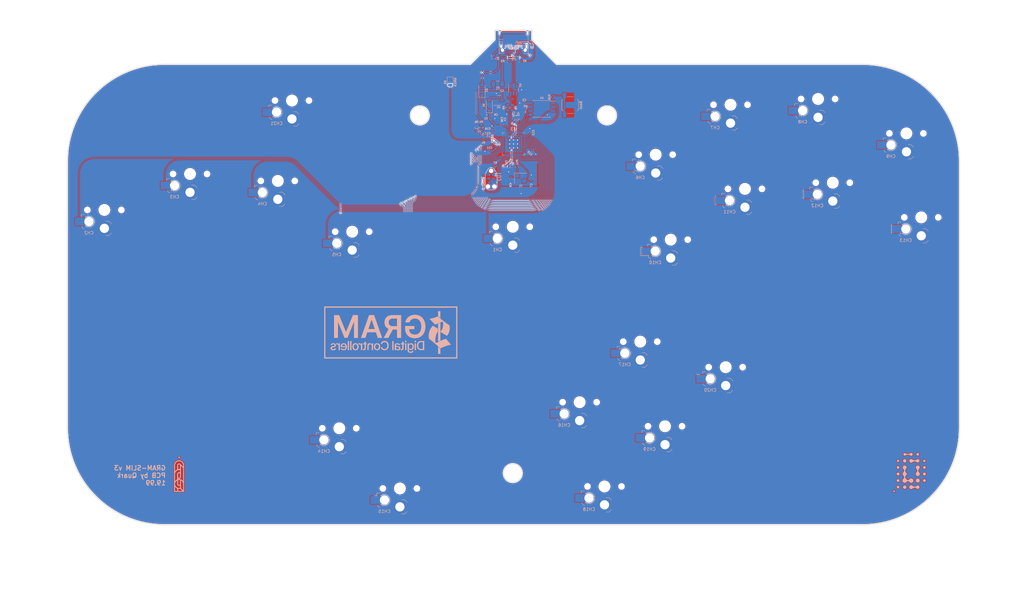
<source format=kicad_pcb>
(kicad_pcb (version 20221018) (generator pcbnew)
  (layers (0 "F.Cu" signal) (31 "B.Cu" signal) (34 "B.Paste" user) (35 "F.Paste" user) (36 "B.SilkS" user "B.Silkscreen") (37 "F.SilkS" user "F.Silkscreen") (38 "B.Mask" user) (39 "F.Mask" user) (44 "Edge.Cuts" user))
  (net 0 "")
  (net 1 "GND")
  (net 2 "+3V3")
  (net 3 "+5V")
  (net 4 "+1V1")
  (net 5 "XTAL_IN")
  (net 6 "/XTAL_O")
  (net 7 "Net-(D1-A)")
  (net 8 "3vCable")
  (net 9 "Net-(D3-A)")
  (net 10 "Net-(F1-Pad1)")
  (net 12 "Net-(J1-CC1)")
  (net 13 "DBUS+")
  (net 14 "DBUS-")
  (net 17 "DATA")
  (net 19 "Net-(J1-CC2)")
  (net 22 "Net-(J1-SHIELD)")
  (net 23 "SWD")
  (net 24 "~{RESET}")
  (net 25 "SWCLK")
  (net 27 "PICO_LED")
  (net 28 "VBUS_SENSE")
  (net 29 "D+")
  (net 30 "/D_+")
  (net 31 "D-")
  (net 32 "/D_-")
  (net 33 "/~{USB_BOOT}")
  (net 34 "CS")
  (net 35 "XTAL_OUT")
  (net 36 "START")
  (net 37 "RIGHT")
  (net 38 "DOWN")
  (net 39 "LEFT")
  (net 40 "L")
  (net 41 "M1")
  (net 42 "M2")
  (net 47 "C_UP")
  (net 48 "C_LT")
  (net 49 "A")
  (net 50 "C_DN")
  (net 51 "C_RT")
  (net 52 "UP")
  (net 53 "MS")
  (net 54 "Z")
  (net 55 "LS")
  (net 56 "X")
  (net 57 "Y")
  (net 59 "B")
  (net 60 "R")
  (net 62 "SD3")
  (net 63 "QSPI_CLK")
  (net 64 "SD0")
  (net 65 "SD2")
  (net 66 "SD1")
  (net 67 "EXTRA")
  (footprint "Capacitor_SMD:C_0402_1005Metric" (layer "B.Cu") (at 201.56887 67.18725 90)
    (fp_text reference "C10")
    (fp_text value "1uF")
  )
  (footprint "Resistor_SMD:R_0402_1005Metric" (layer "B.Cu") (at 191.81887 73.835 180)
    (fp_text reference "R4")
    (fp_text value "470")
  )
  (footprint "Capacitor_SMD:C_0402_1005Metric" (layer "B.Cu") (at 206.80412 71.521018 90)
    (fp_text reference "C13")
    (fp_text value "100nF")
  )
  (footprint "Capacitor_SMD:C_0402_1005Metric" (layer "B.Cu") (at 200.67987 82.80825 -90)
    (fp_text reference "C14")
    (fp_text value "100nF")
  )
  (footprint "PCM_marbastlib-choc:SW_choc_v1_HS_1u" (layer "B.Cu") (at 250.57 166.58 180)
    (fp_text reference "CH19")
    (fp_text value "choc_SW_HS" hide)
  )
  (footprint "PCM_marbastlib-choc:SW_choc_v1_HS_1u" (layer "B.Cu") (at 125.26 87.18 180)
    (fp_text reference "CH4")
    (fp_text value "choc_SW_HS" hide)
  )
  (footprint "PCM_marbastlib-choc:SW_choc_v1_HS_1u" (layer "B.Cu") (at 149.33 103.61 180)
    (fp_text reference "CH5")
    (fp_text value "choc_SW_HS" hide)
  )
  (footprint "Package_TO_SOT_SMD:SOT-23-6" (layer "B.Cu") (at 201.56887 57.675 -90)
    (fp_text reference "U2")
    (fp_text value "USBLC6-2SC6")
  )
  (footprint "PCM_marbastlib-choc:SW_choc_v1_HS_1u" (layer "B.Cu") (at 222.94 158.79 180)
    (fp_text reference "CH16")
    (fp_text value "choc_SW_HS" hide)
  )
  (footprint "Capacitor_SMD:C_0402_1005Metric" (layer "B.Cu") (at 205.04887 61.965 180)
    (fp_text reference "C3")
    (fp_text value "100nF")
  )
  (footprint "PCM_marbastlib-choc:SW_choc_v1_HS_1u" (layer "B.Cu") (at 164.77 186.71 180)
    (fp_text reference "CH15")
    (fp_text value "choc_SW_HS" hide)
  )
  (footprint "qw-logo:qw new logo silk + copper md" (layer "B.Cu") (at 329.7 181.52 180)
    (fp_text reference "H1" hide)
    (fp_text value "qw-logo" hide)
  )
  (footprint "PCM_marbastlib-choc:SW_choc_v1_HS_1u" (layer "B.Cu") (at 230.98 186.06 180)
    (fp_text reference "CH18")
    (fp_text value "choc_SW_HS" hide)
  )
  (footprint "PCM_marbastlib-choc:SW_choc_v1_HS_1u" (layer "B.Cu") (at 201.3 102.03 180)
    (fp_text reference "CH1")
    (fp_text value "choc_SW_HS" hide)
  )
  (footprint "Capacitor_SMD:C_0402_1005Metric" (layer "B.Cu") (at 195.09187 71.75925 180)
    (fp_text reference "C17")
    (fp_text value "100nF")
  )
  (footprint "PCM_marbastlib-choc:SW_choc_v1_HS_1u" (layer "B.Cu") (at 270.21 147.46 180)
    (fp_text reference "CH20")
    (fp_text value "choc_SW_HS" hide)
  )
  (footprint "Crystal:Crystal_SMD_3225-4Pin_3.2x2.5mm" (layer "B.Cu") (at 203.85487 86.36425)
    (fp_text reference "Y1")
    (fp_text value "12MHz")
  )
  (footprint "Diode_SMD:D_SOD-123" (layer "B.Cu") (at 191.31887 57.805 90)
    (fp_text reference "D2")
    (fp_text value "Schottky Diode")
  )
  (footprint "qw-footprints:RP2040-QFN-56" (layer "B.Cu") (at 201.56887 75.22 180)
    (fp_text reference "U3")
    (fp_text value "RP2040")
  )
  (footprint "PCM_marbastlib-choc:SW_choc_v1_HS_1u" (layer "B.Cu") (at 304.87 87.76 180)
    (fp_text reference "CH12")
    (fp_text value "choc_SW_HS" hide)
  )
  (footprint "Button_Switch_SMD:SW_SPST_SKQG_WithStem" (layer "B.Cu") (at 219.86 62.64 90)
    (fp_text reference "SW1" hide)
    (fp_text value "Boot")
  )
  (footprint "Capacitor_SMD:C_0402_1005Metric" (layer "B.Cu") (at 195.09187 70.23525 180)
    (fp_text reference "C16")
    (fp_text value "100nF")
  )
  (footprint "PCM_marbastlib-choc:SW_choc_v1_HS_1u" (layer "B.Cu") (at 247.55 78.68 180)
    (fp_text reference "CH6")
    (fp_text value "choc_SW_HS" hide)
  )
  (footprint "Capacitor_SMD:C_0402_1005Metric" (layer "B.Cu") (at 199.15587 82.80825 -90)
    (fp_text reference "C6")
    (fp_text value "100nF")
  )
  (footprint "Resistor_SMD:R_0603_1608Metric" (layer "B.Cu") (at 199.60887 63.465 -90)
    (fp_text reference "R9")
    (fp_text value "27")
  )
  (footprint "Package_TO_SOT_SMD:SOT-23" (layer "B.Cu") (at 196.79637 61.145)
    (fp_text reference "U1")
    (fp_text value "XC6206")
  )
  (footprint "Resistor_SMD:R_0402_1005Metric" (layer "B.Cu") (at 195.64887 82.255)
    (fp_text reference "R7")
    (fp_text value "10k")
  )
  (footprint "Capacitor_SMD:C_0402_1005Metric" (layer "B.Cu") (at 193.74 77.58 180)
    (fp_text reference "C11")
    (fp_text value "100nF")
  )
  (footprint "PCM_marbastlib-choc:SW_choc_v1_HS_1u" (layer "B.Cu") (at 333.5 98.98 180)
    (fp_text reference "CH13")
    (fp_text value "choc_SW_HS" hide)
  )
  (footprint "Resistor_SMD:R_0603_1608Metric" (layer "B.Cu") (at 191.11887 69.93 -90)
    (fp_text reference "R5")
    (fp_text value "5.6k")
  )
  (footprint "PCM_marbastlib-choc:SW_choc_v1_HS_1u" (layer "B.Cu") (at 300.1 60.66 180)
    (fp_text reference "CH8")
    (fp_text value "choc_SW_HS" hide)
  )
  (footprint "Resistor_SMD:R_0603_1608Metric" (layer "B.Cu") (at 195.11 47.57 90)
    (fp_text reference "R1")
    (fp_text value "1M")
  )
  (footprint "Capacitor_SMD:C_0402_1005Metric" (layer "B.Cu") (at 197.24887 58.905)
    (fp_text reference "C2")
    (fp_text value "1uF")
  )
  (footprint "Resistor_SMD:R_0603_1608Metric" (layer "B.Cu") (at 201.13887 63.465 -90)
    (fp_text reference "R8")
    (fp_text value "27")
  )
  (footprint "Capacitor_SMD:C_0402_1005Metric" (layer "B.Cu") (at 207.28387 86.634018 -90)
    (fp_text reference "C7")
    (fp_text value "22pF")
  )
  (footprint "Capacitor_SMD:C_0402_1005Metric" (layer "B.Cu") (at 203.09287 67.18725 90)
    (fp_text reference "C5")
    (fp_text value "100nF")
  )
  (footprint "Resistor_SMD:R_0603_1608Metric" (layer "B.Cu") (at 189.57887 69.93 90)
    (fp_text reference "R6")
    (fp_text value "10k")
  )
  (footprint "Capacitor_SMD:C_0402_1005Metric" (layer "B.Cu") (at 207.68 77.4 -45)
    (fp_text reference "C15")
    (fp_text value "100nF")
  )
  (footprint "PCM_marbastlib-choc:SW_choc_v1_HS_1u" (layer "B.Cu") (at 69.13 96.58 180)
    (fp_text reference "CH2")
    (fp_text value "choc_SW_HS" hide)
  )
  (footprint "Fuse:Fuse_1206_3216Metric" (layer "B.Cu") (at 196.43887 55.785 180)
    (fp_text reference "F1")
    (fp_text value "500 mA")
  )
  (footprint "Capacitor_SMD:C_0402_1005Metric" (layer "B.Cu") (at 198.80312 68.981018 90)
    (fp_text reference "C4")
    (fp_text value "1uF")
  )
  (footprint "Resistor_SMD:R_0402_1005Metric" (layer "B.Cu") (at 214.29887 60.045 -90)
    (fp_text reference "R10")
    (fp_text value "1k")
  )
  (footprint "Capacitor_SMD:C_0402_1005Metric" (layer "B.Cu") (at 197.78712 68.981018 90)
    (fp_text reference "C12")
    (fp_text value "100nF")
  )
  (footprint "PCM_marbastlib-choc:SW_choc_v1_HS_1u" (layer "B.Cu") (at 252.41 106.18 180)
    (fp_text reference "CH10")
    (fp_text value "choc_SW_HS" hide)
  )
  (footprint "Capacitor_SMD:C_0402_1005Metric" (layer "B.Cu") (at 200.58112 86.380018 90)
    (fp_text reference "C8")
    (fp_text value "22pF")
  )
  (footprint "Diode_SMD:D_SOD-123" (layer "B.Cu") (at 193.69887 62.735 90)
    (fp_text reference "D1")
    (fp_text value "Schottky Diode")
  )
  (footprint "PCM_marbastlib-choc:SW_choc_v1_HS_1u" (layer "B.Cu") (at 242.56 139.19 180)
    (fp_text reference "CH17")
    (fp_text value "choc_SW_HS" hide)
  )
  (footprint "PCM_marbastlib-choc:SW_choc_v1_HS_1u" (layer "B.Cu") (at 271.77 62.53 180)
    (fp_text reference "CH7")
    (fp_text value "choc_SW_HS" hide)
  )
  (footprint "PCM_marbastlib-choc:SW_choc_v1_HS_1u" (layer "B.Cu") (at 328.69 71.8 180)
    (fp_text reference "CH9")
    (fp_text value "choc_SW_HS" hide)
  )
  (footprint "PCM_marbastlib-choc:SW_choc_v1_HS_1u" (layer "B.Cu") (at 145.16 167.24 180)
    (fp_text reference "CH14")
    (fp_text value "choc_SW_HS" hide)
  )
  (footprint "PCM_marbastlib-choc:SW_choc_v1_HS_1u" (layer "B.Cu") (at 96.85 84.93 180)
    (fp_text reference "CH3")
    (fp_text value "choc_SW_HS" hide)
  )
  (footprint "qw-footprints:TYPE-C_24P_QCHT" (layer "B.Cu") (at 201.57037 40.515)
    (fp_text reference "J1")
    (fp_text value "USB C Connector")
  )
  (footprint "Capacitor_SMD:C_0402_1005Metric" (layer "B.Cu") (at 194.22887 65.75)
    (fp_text reference "C9")
    (fp_text value "10uF")
  )
  (footprint "LED_SMD:LED_0805_2012Metric" (layer "B.Cu") (at 181.07 55.23 -90)
    (fp_text reference "D3")
    (fp_text value "GREEN")
  )
  (footprint "PCM_marbastlib-various:CON_TC2030_outlined" (layer "B.Cu") (at 194.29887 86.445 -90)
    (fp_text reference "J2")
    (fp_text value "JTAG_TC2030")
  )
  (footprint "1999:1999 logo md" (layer "B.Cu") (at 93.514631 182.048984 180)
    (fp_text reference "H2" hide)
    (fp_text value "1999 logo" hide)
  )
  (footprint "Resistor_SMD:R_0402_1005Metric" (layer "B.Cu") (at 199.63 48.37 180)
    (fp_text reference "R3")
    (fp_text value "5.1k")
  )
  (footprint "PCM_marbastlib-choc:SW_choc_v1_HS_1u" (layer "B.Cu") (at 129.84 61.17 180)
    (fp_text reference "CH21")
    (fp_text value "choc_SW_HS" hide)
  )
  (footprint "PCM_marbastlib-choc:SW_choc_v1_HS_1u" (layer "B.Cu") (at 276.44 89.76 180)
    (fp_text reference "CH11")
    (fp_text value "choc_SW_HS" hide)
  )
  (footprint "Resistor_SMD:R_0402_1005Metric" (layer "B.Cu") (at 203.55 48.37)
    (fp_text reference "R2")
    (fp_text value "5.1k")
  )
  (footprint "Package_SO:SOIC-8_5.23x5.23mm_P1.27mm" (layer "B.Cu") (at 210.69887 63.875 180)
    (fp_text reference "U4")
    (fp_text value "W25Q128JVS")
  )
  (footprint "Capacitor_SMD:C_0402_1005Metric" (layer "B.Cu") (at 194.22887 66.95 180)
    (fp_text reference "C1")
    (fp_text value "1uF")
  )
  (footprint "Resistor_SMD:R_0402_1005Metric" (layer "B.Cu") (at 202.71187 82.80825 90)
    (fp_text reference "R11")
    (fp_text value "1k")
  )
  (gr_poly (pts (xy 177.119491 130.9288) (xy 177.868526 131.573854) (xy 177.868526 129.326748) (xy 177.119491 129.326748)) (fill solid) (layer "B.SilkS"))
  (gr_poly (pts (xy 151.566548 139.695963) (xy 151.543479 139.696529) (xy 151.518525 139.697443) (xy 151.491686 139.698679) (xy 151.465393 139.700167) (xy 151.453363 139.700986) (xy 151.442077 139.701854) (xy 151.431535 139.702772) (xy 151.421737 139.703739) (xy 151.412682 139.704756) (xy 151.404372 139.705823) (xy 151.404372 140.118837) (xy 151.411465 140.117014) (xy 151.419842 140.115116) (xy 151.429497 140.113144) (xy 151.440422 140.111098) (xy 151.466061 140.106781) (xy 151.496712 140.102168) (xy 151.513293 140.100023) (xy 151.529893 140.098153) (xy 151.546505 140.096563) (xy 151.563123 140.095255) (xy 151.579741 140.094233) (xy 151.596353 140.093498) (xy 151.612952 140.093055) (xy 151.629534 140.092907) (xy 151.64855 140.093158) (xy 151.667299 140.093912) (xy 151.685782 140.095167) (xy 151.703998 140.096925) (xy 151.721947 140.099186) (xy 151.73963 140.101948) (xy 151.757046 140.105213) (xy 151.774196 140.108981) (xy 151.791078 140.11325) (xy 151.807694 140.118022) (xy 151.824044 140.123296) (xy 151.840126 140.129072) (xy 151.855942 140.135351) (xy 151.871492 140.142132) (xy 151.886774 140.149415) (xy 151.90179 140.157201) (xy 151.916478 140.165427) (xy 151.930775 140.174032) (xy 151.944683 140.183017) (xy 151.958201 140.192382) (xy 151.97133 140.202129) (xy 151.98407 140.212258) (xy 151.996422 140.22277) (xy 152.008386 140.233665) (xy 152.019962 140.244945) (xy 152.031151 140.256611) (xy 152.041953 140.268662) (xy 152.052369 140.2811) (xy 152.062398 140.293926) (xy 152.072042 140.30714) (xy 152.081301 140.320743) (xy 152.090175 140.334736) (xy 152.098584 140.348998) (xy 152.106447 140.363509) (xy 152.113766 140.378266) (xy 152.12054 140.393271) (xy 152.12677 140.408522) (xy 152.132456 140.424019) (xy 152.137599 140.439761) (xy 152.142198 140.455749) (xy 152.146256 140.471982) (xy 152.149771 140.48846) (xy 152.152744 140.505182) (xy 152.155175 140.522147) (xy 152.157066 140.539356) (xy 152.158416 140.556808) (xy 152.159226 140.574503) (xy 152.159496 140.59244) (xy 152.159496 141.947106) (xy 152.591295 141.947106) (xy 152.591295 139.728842) (xy 152.17405 139.728842) (xy 152.17405 140.081268) (xy 152.15103 140.081268) (xy 152.143077 140.059188) (xy 152.134398 140.037699) (xy 152.124993 140.016799) (xy 152.114861 139.996489) (xy 152.104002 139.97677) (xy 152.092415 139.957642) (xy 152.080101 139.939106) (xy 152.067058 139.921161) (xy 152.053287 139.903809) (xy 152.038787 139.887049) (xy 152.023557 139.870882) (xy 152.007597 139.855309) (xy 151.990907 139.840329) (xy 151.973487 139.825943) (xy 151.955335 139.812152) (xy 151.936452 139.798956) (xy 151.917089 139.786461) (xy 151.897398 139.774772) (xy 151.87738 139.763889) (xy 151.857036 139.753812) (xy 151.836366 139.744541) (xy 151.815371 139.736076) (xy 151.794052 139.728418) (xy 151.77241 139.721566) (xy 151.750446 139.715519) (xy 151.72816 139.710279) (xy 151.705552 139.705846) (xy 151.682625 139.702218) (xy 151.659379 139.699396) (xy 151.635813 139.697381) (xy 151.611931 139.696172) (xy 151.587731 139.695769)) (fill solid) (layer "B.SilkS"))
  (gr_poly (pts (xy 177.119491 143.140644) (xy 177.868526 143.140644) (xy 177.868526 141.517423) (xy 177.119491 140.830831)) (fill solid) (layer "B.SilkS"))
  (gr_poly (pts (xy 176.762167 131.141156) (xy 176.438312 131.265911) (xy 176.106656 131.383374) (xy 175.767205 131.491832) (xy 175.419965 131.589575) (xy 175.064943 131.674891) (xy 174.884515 131.712354) (xy 174.702144 131.746068) (xy 174.517831 131.77582) (xy 174.331576 131.801395) (xy 176.120953 133.632311) (xy 176.226996 133.606949) (xy 176.341347 133.577692) (xy 176.462537 133.54454) (xy 176.5891 133.507494) (xy 176.71957 133.466554) (xy 176.85248 133.42172) (xy 176.986364 133.372991) (xy 177.119755 133.320368) (xy 177.591242 133.124311) (xy 177.606621 133.117962) (xy 177.614124 133.114787) (xy 177.621404 133.111612) (xy 177.677761 133.088063) (xy 177.711892 133.073776) (xy 177.743377 133.060547) (xy 177.75793 133.054462) (xy 177.761456 133.05292) (xy 177.764908 133.051452) (xy 177.771688 133.048641) (xy 177.796823 133.038058) (xy 177.812169 133.031707) (xy 177.831749 133.023505) (xy 177.838099 133.02086) (xy 177.838454 133.020752) (xy 177.838824 133.020628) (xy 177.839202 133.020492) (xy 177.839583 133.020347) (xy 177.839963 133.020195) (xy 177.840336 133.020041) (xy 177.841042 133.019735) (xy 177.841662 133.019454) (xy 177.842154 133.019222) (xy 177.842597 133.019007) (xy 177.851857 133.015039) (xy 177.852396 133.014819) (xy 177.852994 133.014567) (xy 177.854205 133.014047) (xy 177.855561 133.013451) (xy 177.859001 133.011864) (xy 177.859027 133.011816) (xy 177.859056 133.011771) (xy 177.859088 133.011728) (xy 177.859122 133.011689) (xy 177.859159 133.011652) (xy 177.859197 133.011618) (xy 177.859237 133.011587) (xy 177.859278 133.011558) (xy 177.85932 133.011531) (xy 177.859364 133.011507) (xy 177.859408 133.011484) (xy 177.859452 133.011464) (xy 177.859497 133.011445) (xy 177.859541 133.011429) (xy 177.859629 133.011401) (xy 177.859714 133.011379) (xy 177.859794 133.011363) (xy 177.859867 133.011351) (xy 177.859931 133.011343) (xy 177.860025 133.011336) (xy 177.860059 133.011335) (xy 177.866409 133.008688) (xy 177.867468 133.008688) (xy 177.868526 133.008159) (xy 177.953301 132.969166) (xy 178.035647 132.930173) (xy 178.115074 132.891181) (xy 178.191086 132.852188) (xy 178.263192 132.813195) (xy 178.330898 132.774202) (xy 178.393711 132.735209) (xy 178.423129 132.715712) (xy 178.451138 132.696216) (xy 178.784249 133.008159) (xy 178.781326 133.365828) (xy 178.768655 133.719587) (xy 178.756834 133.894391) (xy 178.740381 134.067486) (xy 178.718565 134.238628) (xy 178.690652 134.407574) (xy 178.655912 134.57408) (xy 178.613613 134.737901) (xy 178.563023 134.898796) (xy 178.50341 135.056518) (xy 178.434043 135.210826) (xy 178.354189 135.361474) (xy 178.263118 135.508219) (xy 178.160097 135.650818) (xy 177.98653 135.551864) (xy 177.98653 136.115691) (xy 179.991013 137.294674) (xy 179.991013 137.294675) (xy 180.083618 137.199197) (xy 180.173781 137.092719) (xy 180.261016 136.975941) (xy 180.344835 136.849563) (xy 180.424751 136.714286) (xy 180.500275 136.570812) (xy 180.57092 136.41984) (xy 180.636199 136.262072) (xy 180.695625 136.098208) (xy 180.748708 135.928949) (xy 180.794963 135.754996) (xy 180.833901 135.577049) (xy 180.865035 135.395809) (xy 180.887877 135.211978) (xy 180.90194 135.026255) (xy 180.906736 134.839341) (xy 180.906029 134.78108) (xy 180.904012 134.723237) (xy 180.896653 134.608566) (xy 180.885877 134.49485) (xy 180.872902 134.381612) (xy 180.845233 134.154657) (xy 180.832974 134.039986) (xy 180.823392 133.923883) (xy 180.447306 133.674582) (xy 180.069251 133.4121) (xy 179.691177 133.138884) (xy 179.315036 132.85738) (xy 178.942776 132.570035) (xy 178.576348 132.279294) (xy 178.217703 131.987605) (xy 177.86879 131.697414) (xy 177.119755 131.052359) (xy 177.078215 131.01082)) (fill solid) (layer "B.SilkS"))
  (gr_poly (pts (xy 144.339987 139.695963) (xy 144.316918 139.696529) (xy 144.291965 139.697443) (xy 144.265126 139.698679) (xy 144.238833 139.700167) (xy 144.226802 139.700986) (xy 144.215516 139.701854) (xy 144.204974 139.702772) (xy 144.195176 139.703739) (xy 144.186122 139.704756) (xy 144.177812 139.705823) (xy 144.177812 140.118837) (xy 144.184906 140.117014) (xy 144.193283 140.115116) (xy 144.202937 140.113144) (xy 144.213862 140.111098) (xy 144.239502 140.106781) (xy 144.270152 140.102168) (xy 144.286734 140.100023) (xy 144.303333 140.098153) (xy 144.319945 140.096563) (xy 144.336563 140.095255) (xy 144.353181 140.094233) (xy 144.369793 140.093498) (xy 144.386393 140.093055) (xy 144.402974 140.092907) (xy 144.42199 140.093158) (xy 144.440739 140.093912) (xy 144.459221 140.095167) (xy 144.477437 140.096925) (xy 144.495386 140.099186) (xy 144.513069 140.101948) (xy 144.530485 140.105213) (xy 144.547634 140.108981) (xy 144.564517 140.11325) (xy 144.581133 140.118022) (xy 144.597482 140.123296) (xy 144.613565 140.129072) (xy 144.629382 140.135351) (xy 144.644931 140.142132) (xy 144.660214 140.149415) (xy 144.675231 140.157201) (xy 144.689918 140.165427) (xy 144.704215 140.174032) (xy 144.718122 140.183017) (xy 144.73164 140.192382) (xy 144.744768 140.202129) (xy 144.757508 140.212258) (xy 144.76986 140.22277) (xy 144.781824 140.233665) (xy 144.7934 140.244945) (xy 144.804589 140.256611) (xy 144.815391 140.268662) (xy 144.825806 140.2811) (xy 144.835836 140.293926) (xy 144.84548 140.30714) (xy 144.854739 140.320743) (xy 144.863613 140.334736) (xy 144.872022 140.348998) (xy 144.879886 140.363509) (xy 144.887204 140.378266) (xy 144.893979 140.393271) (xy 144.900208 140.408522) (xy 144.905895 140.424019) (xy 144.911037 140.439761) (xy 144.915637 140.455749) (xy 144.919694 140.471982) (xy 144.923209 140.48846) (xy 144.926182 140.505182) (xy 144.928613 140.522147) (xy 144.930504 140.539356) (xy 144.931854 140.556808) (xy 144.932663 140.574503) (xy 144.932933 140.59244) (xy 144.932933 141.947106) (xy 145.364733 141.947106) (xy 145.364733 139.728841) (xy 144.947218 139.728841) (xy 144.947218 140.081265) (xy 144.924202 140.081265) (xy 144.916248 140.059186) (xy 144.907569 140.037696) (xy 144.898163 140.016797) (xy 144.888031 139.996487) (xy 144.877172 139.976768) (xy 144.865585 139.95764) (xy 144.853271 139.939104) (xy 144.840228 139.92116) (xy 144.826457 139.903807) (xy 144.811957 139.887047) (xy 144.796727 139.870881) (xy 144.780767 139.855307) (xy 144.764078 139.840327) (xy 144.746658 139.825942) (xy 144.728506 139.812151) (xy 144.709624 139.798955) (xy 144.690261 139.786459) (xy 144.67057 139.77477) (xy 144.650552 139.763887) (xy 144.630208 139.75381) (xy 144.609538 139.744539) (xy 144.588543 139.736075) (xy 144.567224 139.728416) (xy 144.545582 139.721564) (xy 144.523618 139.715518) (xy 144.501332 139.710278) (xy 144.478724 139.705844) (xy 144.455797 139.702216) (xy 144.432551 139.699395) (xy 144.408985 139.69738) (xy 144.385103 139.69617) (xy 144.361057 139.69577)) (fill solid) (layer "B.SilkS"))
  (gr_poly (pts (xy 163.899171 139.700485) (xy 163.865182 139.701936) (xy 163.830684 139.704354) (xy 163.795671 139.70774) (xy 163.760137 139.712094) (xy 163.724076 139.717414) (xy 163.687482 139.723702) (xy 163.650348 139.730958) (xy 163.63172 139.735075) (xy 163.61324 139.73959) (xy 163.594909 139.744501) (xy 163.576727 139.749809) (xy 163.558694 139.755514) (xy 163.54081 139.761616) (xy 163.523075 139.768115) (xy 163.505488 139.775011) (xy 163.48805 139.782303) (xy 163.470761 139.789993) (xy 163.453621 139.798079) (xy 163.43663 139.806562) (xy 163.419788 139.815443) (xy 163.403094 139.82472) (xy 163.38655 139.834393) (xy 163.370154 139.844464) (xy 163.370943 139.843936) (xy 163.354758 139.854481) (xy 163.338945 139.865578) (xy 163.323503 139.877225) (xy 163.308432 139.889424) (xy 163.293731 139.902172) (xy 163.279401 139.915471) (xy 163.26544 139.929319) (xy 163.251848 139.943717) (xy 163.238626 139.958663) (xy 163.225772 139.974158) (xy 163.213286 139.9902) (xy 163.201168 140.006791) (xy 163.189418 140.023928) (xy 163.178035 140.041613) (xy 163.167018 140.059844) (xy 163.156368 140.078621) (xy 163.146226 140.098024) (xy 163.136735 140.118134) (xy 163.127897 140.13895) (xy 163.11971 140.160472) (xy 163.112177 140.1827) (xy 163.105296 140.205632) (xy 163.099069 140.229269) (xy 163.093496 140.25361) (xy 163.088577 140.278655) (xy 163.084313 140.304403) (xy 163.080703 140.330855) (xy 163.077749 140.358009) (xy 163.075451 140.385865) (xy 163.073809 140.414424) (xy 163.072823 140.443683) (xy 163.072495 140.473644) (xy 163.072495 141.946844) (xy 163.49424 141.946844) (xy 163.49424 141.64363) (xy 163.511438 141.64363) (xy 163.516858 141.654086) (xy 163.522601 141.664516) (xy 163.528667 141.674923) (xy 163.535057 141.685306) (xy 163.541771 141.695666) (xy 163.548809 141.706003) (xy 163.556172 141.716318) (xy 163.56386 141.72661) (xy 163.571873 141.736881) (xy 163.580213 141.74713) (xy 163.588879 141.757359) (xy 163.597871 141.767567) (xy 163.607191 141.777755) (xy 163.616838 141.787923) (xy 163.626813 141.798071) (xy 163.637116 141.808201) (xy 163.647769 141.818213) (xy 163.658795 141.828008) (xy 163.670193 141.837588) (xy 163.681963 141.846951) (xy 163.694105 141.856098) (xy 163.706619 141.865031) (xy 163.719505 141.873749) (xy 163.732763 141.882252) (xy 163.746393 141.890542) (xy 163.760395 141.898618) (xy 163.77477 141.90648) (xy 163.789516 141.91413) (xy 163.804634 141.921568) (xy 163.820125 141.928793) (xy 163.835987 141.935807) (xy 163.852222 141.942609) (xy 163.868847 141.949096) (xy 163.885882 141.955161) (xy 163.903324 141.960806) (xy 163.921175 141.96603) (xy 163.939434 141.970833) (xy 163.9581 141.975217) (xy 163.977173 141.979182) (xy 163.996652 141.982728) (xy 164.016538 141.985855) (xy 164.036829 141.988564) (xy 164.057526 141.990855) (xy 164.078628 141.992728) (xy 164.122045 141.995225) (xy 164.167078 141.996056) (xy 164.193265 141.995749) (xy 164.219142 141.994829) (xy 164.244707 141.993294) (xy 164.269959 141.991145) (xy 164.294899 141.988382) (xy 164.319524 141.985006) (xy 164.343835 141.981015) (xy 164.36783 141.976411) (xy 164.391509 141.971192) (xy 164.414871 141.96536) (xy 164.437915 141.958914) (xy 164.460641 141.951854) (xy 164.483047 141.94418) (xy 164.505133 141.935892) (xy 164.526898 141.926991) (xy 164.548342 141.917475) (xy 164.569348 141.907373) (xy 164.589801 141.896713) (xy 164.609701 141.885494) (xy 164.629047 141.873715) (xy 164.647838 141.861377) (xy 164.666073 141.848479) (xy 164.683752 141.83502) (xy 164.700873 141.821001) (xy 164.717436 141.80642) (xy 164.733441 141.791278) (xy 164.748885 141.775574) (xy 164.763769 141.759307) (xy 164.778092 141.742478) (xy 164.791854 141.725086) (xy 164.805052 141.70713) (xy 164.817687 141.68861) (xy 164.829655 141.669547) (xy 164.840854 141.649963) (xy 164.851283 141.629855) (xy 164.860942 141.609222) (xy 164.86983 141.588064) (xy 164.877948 141.56638) (xy 164.885294 141.544168) (xy 164.891869 141.521426) (xy 164.897671 141.498154) (xy 164.902701 141.474351) (xy 164.906959 141.450016) (xy 164.910443 141.425147) (xy 164.913154 141.399743) (xy 164.91509 141.373803) (xy 164.916252 141.347326) (xy 164.916553 141.326394) (xy 164.493308 141.326394) (xy 164.492843 141.346126) (xy 164.491448 141.365239) (xy 164.489125 141.383734) (xy 164.485874 141.40161) (xy 164.481696 141.41887) (xy 164.476592 141.435513) (xy 164.473693 141.443604) (xy 164.470562 141.451541) (xy 164.467201 141.459325) (xy 164.463608 141.466954) (xy 164.459784 141.474431) (xy 164.455729 141.481754) (xy 164.451444 141.488923) (xy 164.446928 141.49594) (xy 164.442181 141.502803) (xy 164.437204 141.509513) (xy 164.431996 141.516071) (xy 164.426558 141.522475) (xy 164.42089 141.528727) (xy 164.414991 141.534827) (xy 164.402505 141.546568) (xy 164.389099 141.5577) (xy 164.374774 141.568223) (xy 164.359702 141.578077) (xy 164.34406 141.587297) (xy 164.327862 141.595885) (xy 164.311121 141.603839) (xy 164.293853 141.611158) (xy 164.276069 141.617844) (xy 164.257783 141.623894) (xy 164.23901 141.629309) (xy 164.219762 141.634089) (xy 164.200053 141.638232) (xy 164.179898 141.641739) (xy 164.159308 141.64461) (xy 164.138299 141.646843) (xy 164.116883 141.648439) (xy 164.095074 141.649396) (xy 164.072885 141.649715) (xy 164.05071 141.64944) (xy 164.028932 141.648612) (xy 164.007552 141.647232) (xy 163.98657 141.6453) (xy 163.965986 141.642817) (xy 163.945801 141.639781) (xy 163.926015 141.636194) (xy 163.906629 141.632055) (xy 163.887642 141.627364) (xy 163.869056 141.622121) (xy 163.850871 141.616326) (xy 163.833087 141.609979) (xy 163.815704 141.60308) (xy 163.798724 141.595629) (xy 163.782145 141.587626) (xy 163.76597 141.579072) (xy 163.750231 141.570068) (xy 163.734965 141.560717) (xy 163.72017 141.551019) (xy 163.705847 141.540976) (xy 163.691998 141.530587) (xy 163.678622 141.519852) (xy 163.665719 141.508773) (xy 163.65329 141.497349) (xy 163.641336 141.485581) (xy 163.629857 141.473469) (xy 163.618852 141.461014) (xy 163.608323 141.448215) (xy 163.598271 141.435075) (xy 163.588694 141.421591) (xy 163.579594 141.407766) (xy 163.570972 141.3936) (xy 163.562848 141.379151) (xy 163.555246 141.364577) (xy 163.548166 141.349879) (xy 163.541607 141.335056) (xy 163.535571 141.320107) (xy 163.530058 141.305032) (xy 163.525068 141.289831) (xy 163.520602 141.274503) (xy 163.516659 141.259048) (xy 163.513241 141.243466) (xy 163.510348 141.227756) (xy 163.50798 141.211917) (xy 163.506138 141.19595) (xy 163.504821 141.179854) (xy 163.504031 141.163628) (xy 163.503768 141.147273) (xy 163.503834 141.147338) (xy 163.503899 141.147404) (xy 163.50403 141.147537) (xy 163.50403 140.861521) (xy 163.507118 140.864386) (xy 163.51053 140.867226) (xy 163.514267 140.87004) (xy 163.51833 140.872828) (xy 163.52272 140.87559) (xy 163.527438 140.878325) (xy 163.532485 140.881033) (xy 163.537864 140.883713) (xy 163.543573 140.886366) (xy 163.549616 140.88899) (xy 163.555993 140.891586) (xy 163.562705 140.894152) (xy 163.57714 140.899196) (xy 163.592929 140.904119) (xy 163.609673 140.908883) (xy 163.626966 140.913454) (xy 163.644811 140.917839) (xy 163.66321 140.922045) (xy 163.682168 140.926077) (xy 163.701686 140.929941) (xy 163.721769 140.933644) (xy 163.74242 140.937193) (xy 163.784038 140.943939) (xy 163.825135 140.950289) (xy 163.865686 140.956242) (xy 163.905667 140.961797) (xy 164.038489 140.979789) (xy 164.069506 140.984093) (xy 164.099848 140.98907) (xy 164.129507 140.994723) (xy 164.158478 141.001055) (xy 164.186754 141.008069) (xy 164.21433 141.015768) (xy 164.241199 141.024155) (xy 164.267354 141.033234) (xy 164.280088 141.038074) (xy 164.292494 141.043168) (xy 164.304572 141.048516) (xy 164.316322 141.054116) (xy 164.327746 141.059969) (xy 164.338842 141.066075) (xy 164.349612 141.072432) (xy 164.360057 141.079041) (xy 164.370175 141.085901) (xy 164.379969 141.093012) (xy 164.389438 141.100373) (xy 164.398582 141.107984) (xy 164.407402 141.115844) (xy 164.415899 141.123954) (xy 164.424072 141.132313) (xy 164.431923 141.14092) (xy 164.439371 141.149831) (xy 164.446335 141.159102) (xy 164.452817 141.168731) (xy 164.458816 141.178719) (xy 164.464333 141.189064) (xy 164.469368 141.199768) (xy 164.473922 141.210829) (xy 164.477995 141.222247) (xy 164.481587 141.234021) (xy 164.484699 141.246152) (xy 164.487331 141.258638) (xy 164.489483 141.27148) (xy 164.491157 141.284677) (xy 164.492352 141.298229) (xy 164.493069 141.312134) (xy 164.493308 141.326394) (xy 164.916553 141.326394) (xy 164.91664 141.32031) (xy 164.916358 141.297105) (xy 164.915511 141.274421) (xy 164.914101 141.252257) (xy 164.912126 141.230612) (xy 164.909586 141.209487) (xy 164.906483 141.188881) (xy 164.902815 141.168793) (xy 164.898583 141.149224) (xy 164.893786 141.130172) (xy 164.888425 141.111638) (xy 164.8825 141.093621) (xy 164.876011 141.07612) (xy 164.868957 141.059136) (xy 164.861339 141.042668) (xy 164.853156 141.026715) (xy 164.844409 141.011277) (xy 164.835182 140.996295) (xy 164.825558 140.98171) (xy 164.815539 140.967521) (xy 164.805123 140.95373) (xy 164.794313 140.940335) (xy 164.783107 140.927338) (xy 164.771507 140.914737) (xy 164.759512 140.902533) (xy 164.747124 140.890726) (xy 164.734342 140.879316) (xy 164.721168 140.868302) (xy 164.7076 140.857686) (xy 164.693641 140.847466) (xy 164.679289 140.837644) (xy 164.664547 140.828218) (xy 164.649413 140.819189) (xy 164.618296 140.802062) (xy 164.586264 140.786004) (xy 164.553321 140.77102) (xy 164.519469 140.757111) (xy 164.484712 140.744281) (xy 164.449053 140.732533) (xy 164.412494 140.721871) (xy 164.37504 140.712296) (xy 164.337051 140.703617) (xy 164.298885 140.695442) (xy 164.260539 140.687782) (xy 164.222011 140.680646) (xy 164.183297 140.674044) (xy 164.144393 140.667983) (xy 164.105297 140.662475) (xy 164.066007 140.657528) (xy 163.885462 140.636361) (xy 163.742421 140.619163) (xy 163.72716 140.6172) (xy 163.712432 140.615083) (xy 163.698236 140.612812) (xy 163.684573 140.610386) (xy 163.671441 140.607807) (xy 163.65884 140.605075) (xy 163.646771 140.602191) (xy 163.635232 140.599154) (xy 163.624223 140.595965) (xy 163.613744 140.592625) (xy 163.603795 140.589133) (xy 163.594374 140.585491) (xy 163.585482 140.581698) (xy 163.577119 140.577755) (xy 163.569283 140.573663) (xy 163.561975 140.569421) (xy 163.555151 140.564888) (xy 163.548767 140.56002) (xy 163.542823 140.554818) (xy 163.53732 140.54928) (xy 163.532256 140.543407) (xy 163.527633 140.5372) (xy 163.523451 140.530658) (xy 163.519708 140.52378) (xy 163.516406 140.516568) (xy 163.513544 140.509022) (xy 163.511122 140.50114) (xy 163.509141 140.492923) (xy 163.5076 140.484372) (xy 163.506499 140.475486) (xy 163.505839 140.466264) (xy 163.505618 140.456709) (xy 163.505618 140.446655) (xy 163.506031 140.423326) (xy 163.507269 140.400666) (xy 163.509333 140.378676) (xy 163.512225 140.357354) (xy 163.515944 140.3367) (xy 163.520492 140.316714) (xy 163.525869 140.297395) (xy 163.532077 140.278744) (xy 163.539116 140.260759) (xy 163.546986 140.24344) (xy 163.555689 140.226787) (xy 163.565225 140.210799) (xy 163.575595 140.195477) (xy 163.5868 140.180819) (xy 163.59884 140.166826) (xy 163.611717 140.153497) (xy 163.625352 140.140905) (xy 163.639681 140.129126) (xy 163.65473 140.118159) (xy 163.670525 140.108005) (xy 163.68709 140.098663) (xy 163.704451 140.090133) (xy 163.722632 140.082416) (xy 163.74166 140.075511) (xy 163.761559 140.069418) (xy 163.782355 140.064138) (xy 163.804072 140.05967) (xy 163.826736 140.056014) (xy 163.850372 140.053171) (xy 163.875006 140.05114) (xy 163.900662 140.049922) (xy 163.927365 140.049516) (xy 163.954238 140.049891) (xy 163.980386 140.051016) (xy 164.005807 140.052892) (xy 164.030504 140.055518) (xy 164.054474 140.058895) (xy 164.077719 140.063021) (xy 164.100239 140.067899) (xy 164.122033 140.073526) (xy 164.143101 140.079904) (xy 164.163444 140.087032) (xy 164.183061 140.094911) (xy 164.201953 140.10354) (xy 164.220119 140.112919) (xy 164.23756 140.123049) (xy 164.254275 140.133929) (xy 164.270265 140.145559) (xy 164.285545 140.157645) (xy 164.300228 140.169893) (xy 164.314315 140.182303) (xy 164.327804 140.194875) (xy 164.340695 140.20761) (xy 164.352986 140.220508) (xy 164.364677 140.233569) (xy 164.375768 140.246795) (xy 164.386257 140.260185) (xy 164.396144 140.27374) (xy 164.405428 140.287459) (xy 164.414108 140.301345) (xy 164.422183 140.315396) (xy 164.429653 140.329613) (xy 164.436517 140.343998) (xy 164.442774 140.358549) (xy 164.848645 140.266209) (xy 164.839353 140.241259) (xy 164.829534 140.21691) (xy 164.819188 140.193163) (xy 164.808317 140.170017) (xy 164.79692 140.147472) (xy 164.784998 140.125529) (xy 164.772551 140.104188) (xy 164.75958 140.083448) (xy 164.746085 140.06331) (xy 164.732066 140.043773) (xy 164.717524 140.024838) (xy 164.702459 140.006504) (xy 164.686872 139.988772) (xy 164.670762 139.971641) (xy 164.654131 139.955112) (xy 164.636978 139.939185) (xy 164.619354 139.923824) (xy 164.601407 139.908997) (xy 164.583134 139.894702) (xy 164.564536 139.880939) (xy 164.545611 139.867708) (xy 164.526357 139.855008) (xy 164.506774 139.84284) (xy 164.48686 139.831201) (xy 164.466615 139.820093) (xy 164.446037 139.809515) (xy 164.425124 139.799467) (xy 164.403876 139.789947) (xy 164.382292 139.780956) (xy 164.36037 139.772493) (xy 164.33811 139.764558) (xy 164.315509 139.757151) (xy 164.269682 139.743756) (xy 164.223282 139.732148) (xy 164.176304 139.722325) (xy 164.128747 139.714288) (xy 164.080607 139.708038) (xy 164.031881 139.703573) (xy 163.982566 139.700894) (xy 163.932659 139.700001)) (fill solid) (layer "B.SilkS"))
  (gr_poly (pts (xy 152.591295 139.728842) (xy 152.591561 139.728842) (xy 152.591295 139.728841)) (fill solid) (layer "B.SilkS"))
  (gr_poly (pts (xy 146.580615 139.700246) (xy 146.55728 139.70098) (xy 146.534033 139.702202) (xy 146.510874 139.703912) (xy 146.487803 139.706108) (xy 146.464821 139.708791) (xy 146.441928 139.711959) (xy 146.419125 139.715611) (xy 146.396412 139.719747) (xy 146.373789 139.724366) (xy 146.351256 139.729467) (xy 146.328815 139.73505) (xy 146.306466 139.741113) (xy 146.284208 139.747656) (xy 146.262043 139.754678) (xy 146.239971 139.762178) (xy 146.218087 139.77024) (xy 146.196488 139.778848) (xy 146.175173 139.788003) (xy 146.154143 139.797707) (xy 146.133396 139.807959) (xy 146.112932 139.818761) (xy 146.092752 139.830113) (xy 146.072854 139.842016) (xy 146.053238 139.854471) (xy 146.033903 139.867479) (xy 146.014851 139.88104) (xy 145.996079 139.895156) (xy 145.977587 139.909827) (xy 145.959376 139.925053) (xy 145.941445 139.940836) (xy 145.923793 139.957176) (xy 145.923793 139.956648) (xy 145.906513 139.973574) (xy 145.889698 139.991114) (xy 145.873348 140.009268) (xy 145.857461 140.028035) (xy 145.842038 140.047417) (xy 145.827078 140.067413) (xy 145.812581 140.088023) (xy 145.798547 140.109246) (xy 145.784974 140.131084) (xy 145.771863 140.153535) (xy 145.759213 140.1766) (xy 145.747024 140.20028) (xy 145.735295 140.224573) (xy 145.724027 140.24948) (xy 145.713217 140.275001) (xy 145.702867 140.301135) (xy 145.693063 140.327974) (xy 145.683891 140.355509) (xy 145.675352 140.38374) (xy 145.667445 140.41267) (xy 145.660171 140.442298) (xy 145.65353 140.472627) (xy 145.647521 140.503658) (xy 145.642145 140.535391) (xy 145.633289 140.60097) (xy 145.626964 140.669374) (xy 145.623169 140.740611) (xy 145.621904 140.814692) (xy 145.621904 140.967886) (xy 147.19829 140.967886) (xy 147.197384 140.993013) (xy 147.195956 141.017693) (xy 147.194004 141.041926) (xy 147.191526 141.065711) (xy 147.188522 141.089048) (xy 147.184988 141.111937) (xy 147.180925 141.134377) (xy 147.176329 141.156368) (xy 147.171201 141.177909) (xy 147.165537 141.199) (xy 147.159337 141.219641) (xy 147.152599 141.239832) (xy 147.145322 141.259571) (xy 147.137504 141.278858) (xy 147.129143 141.297694) (xy 147.120238 141.316077) (xy 147.11017 141.335283) (xy 147.099613 141.353905) (xy 147.088564 141.371945) (xy 147.077025 141.389404) (xy 147.064994 141.406282) (xy 147.052471 141.422578) (xy 147.039456 141.438294) (xy 147.025949 141.453429) (xy 147.011948 141.467985) (xy 146.997454 141.481961) (xy 146.982467 141.495359) (xy 146.966985 141.508177) (xy 146.951009 141.520418) (xy 146.934537 141.532081) (xy 146.917571 141.543166) (xy 146.900108 141.553674) (xy 146.882215 141.563527) (xy 146.863955 141.572748) (xy 146.845327 141.581335) (xy 146.826332 141.589289) (xy 146.806967 141.596608) (xy 146.787232 141.603293) (xy 146.767127 141.609344) (xy 146.74665 141.614759) (xy 146.725802 141.619538) (xy 146.70458 141.623682) (xy 146.682985 141.627189) (xy 146.661016 141.630059) (xy 146.638671 141.632292) (xy 146.61595 141.633888) (xy 146.592852 141.634845) (xy 146.569377 141.635165) (xy 146.539054 141.634607) (xy 146.524144 141.633911) (xy 146.509401 141.632936) (xy 146.494825 141.631685) (xy 146.480417 141.630156) (xy 146.466176 141.62835) (xy 146.452103 141.626268) (xy 146.438197 141.62391) (xy 146.424458 141.621277) (xy 146.410886 141.618368) (xy 146.397482 141.615185) (xy 146.384246 141.611727) (xy 146.371176 141.607995) (xy 146.358275 141.60399) (xy 146.34554 141.599711) (xy 146.333045 141.595156) (xy 146.320761 141.590323) (xy 146.308688 141.585211) (xy 146.296826 141.579821) (xy 146.285174 141.574154) (xy 146.273733 141.56821) (xy 146.262502 141.561989) (xy 146.251483 141.555492) (xy 146.240674 141.548718) (xy 146.230076 141.54167) (xy 146.219689 141.534346) (xy 146.209513 141.526747) (xy 146.199548 141.518874) (xy 146.189794 141.510727) (xy 146.180251 141.502306) (xy 146.170918 141.493612) (xy 146.161827 141.484651) (xy 146.153009 141.47543) (xy 146.144464 141.465948) (xy 146.136191 141.456206) (xy 146.128192 141.446204) (xy 146.120465 141.435941) (xy 146.113011 141.425418) (xy 146.10583 141.414634) (xy 146.098922 141.40359) (xy 146.092286 141.392285) (xy 146.085924 141.38072) (xy 146.079834 141.368894) (xy 146.074017 141.356808) (xy 146.068474 141.344462) (xy 146.063203 141.331855) (xy 146.058205 141.318987) (xy 145.649425 141.392541) (xy 145.655834 141.414936) (xy 145.662855 141.436978) (xy 145.670488 141.458665) (xy 145.678731 141.479998) (xy 145.687584 141.500976) (xy 145.697044 141.521598) (xy 145.707112 141.541865) (xy 145.717785 141.561775) (xy 145.729063 141.581329) (xy 145.740945 141.600526) (xy 145.753429 141.619365) (xy 145.766514 141.637847) (xy 145.780199 141.65597) (xy 145.794483 141.673736) (xy 145.809365 141.691142) (xy 145.824843 141.708189) (xy 145.840867 141.724867) (xy 145.857387 141.741067) (xy 145.874404 141.75679) (xy 145.891919 141.772036) (xy 145.909931 141.786804) (xy 145.928441 141.801094) (xy 145.947449 141.814907) (xy 145.966957 141.828243) (xy 145.986963 141.841101) (xy 146.00747 141.853482) (xy 146.028476 141.865385) (xy 146.049982 141.876811) (xy 146.07199 141.887759) (xy 146.094498 141.89823) (xy 146.117508 141.908223) (xy 146.14102 141.917739) (xy 146.164988 141.926728) (xy 146.189364 141.935139) (xy 146.21415 141.942973) (xy 146.239345 141.950229) (xy 146.26495 141.956907) (xy 146.290963 141.963006) (xy 146.317387 141.968526) (xy 146.344219 141.973466) (xy 146.371461 141.977827) (xy 146.399112 141.981608) (xy 146.427172 141.984808) (xy 146.455642 141.987427) (xy 146.513809 141.990921) (xy 146.573613 141.992086) (xy 146.614277 141.991537) (xy 146.654216 141.98989) (xy 146.693432 141.987145) (xy 146.731924 141.983301) (xy 146.769694 141.978358) (xy 146.806742 141.972315) (xy 146.843069 141.965173) (xy 146.878677 141.95693) (xy 146.913565 141.947586) (xy 146.947734 141.937141) (xy 146.981186 141.925595) (xy 147.01392 141.912947) (xy 147.045939 141.899197) (xy 147.077241 141.884344) (xy 147.107829 141.868388) (xy 147.137703 141.851328) (xy 147.166799 141.833267) (xy 147.19505 141.814307) (xy 147.222458 141.794446) (xy 147.249022 141.773685) (xy 147.27474 141.752024) (xy 147.299614 141.729461) (xy 147.323641 141.705997) (xy 147.346823 141.681631) (xy 147.369158 141.656363) (xy 147.390646 141.630192) (xy 147.411287 141.603117) (xy 147.431081 141.57514) (xy 147.450026 141.546259) (xy 147.468122 141.516473) (xy 147.48537 141.485783) (xy 147.501769 141.454188) (xy 147.517244 141.421761) (xy 147.53172 141.388584) (xy 147.545198 141.35467) (xy 147.557678 141.320032) (xy 147.56916 141.284682) (xy 147.579643 141.248634) (xy 147.589127 141.211899) (xy 147.597613 141.174491) (xy 147.605101 141.136422) (xy 147.61159 141.097706) (xy 147.617081 141.058355) (xy 147.621574 141.018383) (xy 147.625068 140.9778) (xy 147.627564 140.936622) (xy 147.629062 140.894859) (xy 147.629561 140.852526) (xy 147.629062 140.810228) (xy 147.627564 140.768562) (xy 147.625068 140.727529) (xy 147.621574 140.687129) (xy 147.617081 140.64736) (xy 147.616689 140.644564) (xy 147.198027 140.644564) (xy 146.045506 140.644564) (xy 146.045776 140.623384) (xy 146.046586 140.602507) (xy 146.047936 140.581934) (xy 146.049826 140.561663) (xy 146.052258 140.541694) (xy 146.055231 140.522028) (xy 146.058746 140.502663) (xy 146.062803 140.483599) (xy 146.067402 140.464835) (xy 146.072545 140.446372) (xy 146.078231 140.428209) (xy 146.084461 140.410346) (xy 146.091235 140.392782) (xy 146.098554 140.375517) (xy 146.106418 140.35855) (xy 146.114827 140.341881) (xy 146.123723 140.325578) (xy 146.133047 140.309709) (xy 146.1428 140.294274) (xy 146.152984 140.279274) (xy 146.163599 140.264707) (xy 146.174646 140.250575) (xy 146.186125 140.236876) (xy 146.198037 140.223612) (xy 146.210384 140.210782) (xy 146.223165 140.198386) (xy 146.236382 140.186423) (xy 146.250035 140.174896) (xy 146.264126 140.163802) (xy 146.278655 140.153142) (xy 146.293622 140.142916) (xy 146.309029 140.133125) (xy 146.324777 140.123851) (xy 146.340865 140.115178) (xy 146.357293 140.107106) (xy 146.37406 140.099634) (xy 146.391164 140.092762) (xy 146.408606 140.08649) (xy 146.426384 140.080817) (xy 146.444497 140.075743) (xy 146.462945 140.071267) (xy 146.481728 140.067389) (xy 146.500843 140.064109) (xy 146.520292 140.061426) (xy 146.540071 140.05934) (xy 146.560182 140.057851) (xy 146.580623 140.056957) (xy 146.601393 140.05666) (xy 146.623934 140.057007) (xy 146.646115 140.058049) (xy 146.667935 140.059785) (xy 146.689392 140.062216) (xy 146.710487 140.065341) (xy 146.731218 140.069161) (xy 146.751585 140.073676) (xy 146.771587 140.078885) (xy 146.791223 140.084788) (xy 146.810492 140.091386) (xy 146.829394 140.098679) (xy 146.847928 140.106666) (xy 146.866092 140.115347) (xy 146.883887 140.124723) (xy 146.901311 140.134794) (xy 146.918364 140.145559) (xy 146.93499 140.156836) (xy 146.951132 140.168539) (xy 146.96679 140.180668) (xy 146.981964 140.193222) (xy 146.996655 140.206198) (xy 147.010862 140.219597) (xy 147.024585 140.233416) (xy 147.037824 140.247656) (xy 147.05058 140.262313) (xy 147.062852 140.277389) (xy 147.074641 140.29288) (xy 147.085945 140.308787) (xy 147.096766 140.325107) (xy 147.107103 140.34184) (xy 147.116956 140.358985) (xy 147.126326 140.37654) (xy 147.134093 140.392236) (xy 147.141421 140.408068) (xy 147.148309 140.424039) (xy 147.154757 140.440148) (xy 147.160767 140.456397) (xy 147.166339 140.472786) (xy 147.171472 140.489316) (xy 147.176168 140.505988) (xy 147.180427 140.522803) (xy 147.184249 140.539761) (xy 147.187634 140.556863) (xy 147.190583 140.57411) (xy 147.193097 140.591503) (xy 147.195175 140.609043) (xy 147.196818 140.626729) (xy 147.198027 140.644564) (xy 147.616689 140.644564) (xy 147.61159 140.608225) (xy 147.605101 140.569722) (xy 147.597613 140.531851) (xy 147.589127 140.494613) (xy 147.579643 140.458007) (xy 147.56916 140.422034) (xy 147.557678 140.386694) (xy 147.545198 140.351986) (xy 147.53172 140.31791) (xy 147.517244 140.284467) (xy 147.501769 140.251657) (xy 147.485394 140.21961) (xy 147.468219 140.188454) (xy 147.450243 140.158192) (xy 147.431467 140.12882) (xy 147.411889 140.100341) (xy 147.391509 140.072752) (xy 147.370327 140.046054) (xy 147.348342 140.020246) (xy 147.325555 139.995328) (xy 147.301964 139.9713) (xy 147.277569 139.948161) (xy 147.25237 139.92591) (xy 147.226366 139.904547) (xy 147.199557 139.884073) (xy 147.171943 139.864486) (xy 147.143523 139.845786) (xy 147.114395 139.828147) (xy 147.084659 139.811643) (xy 147.054314 139.796275) (xy 147.023359 139.782042) (xy 146.991794 139.768946) (xy 146.959616 139.756987) (xy 146.926827 139.746165) (xy 146.893424 139.73648) (xy 146.859408 139.727933) (xy 146.824777 139.720525) (xy 146.78953 139.714255) (xy 146.753667 139.709125) (xy 146.717187 139.705134) (xy 146.680089 139.702282) (xy 146.642372 139.700571) (xy 146.604036 139.700001)) (fill solid) (layer "B.SilkS"))
  (gr_poly (pts (xy 162.289067 141.947372) (xy 162.720867 141.947372) (xy 162.720867 138.989595) (xy 162.289067 138.989595)) (fill solid) (layer "B.SilkS"))
  (gr_poly (pts (xy 165.519893 139.728577) (xy 165.065074 139.728577) (xy 165.065074 140.075182) (xy 165.519893 140.075182) (xy 165.519893 141.295704) (xy 165.519747 141.311138) (xy 165.51931 141.326088) (xy 165.51858 141.340553) (xy 165.517557 141.354532) (xy 165.516242 141.368024) (xy 165.514633 141.381029) (xy 165.512731 141.393545) (xy 165.510534 141.405572) (xy 165.508043 141.417109) (xy 165.505256 141.428156) (xy 165.502175 141.438711) (xy 165.498797 141.448774) (xy 165.495124 141.458343) (xy 165.491154 141.46742) (xy 165.486887 141.476001) (xy 165.482323 141.484087) (xy 165.47757 141.49177) (xy 165.472637 141.499142) (xy 165.467526 141.506203) (xy 165.462235 141.512951) (xy 165.456767 141.519386) (xy 165.45112 141.525507) (xy 165.445296 141.531314) (xy 165.439295 141.536805) (xy 165.433118 141.54198) (xy 165.426763 141.546837) (xy 165.420233 141.551377) (xy 165.413527 141.555599) (xy 165.406646 141.559501) (xy 165.399591 141.563083) (xy 165.392361 141.566344) (xy 165.384957 141.569283) (xy 165.377422 141.572021) (xy 165.369801 141.574579) (xy 165.362095 141.576958) (xy 165.354302 141.579158) (xy 165.346424 141.581181) (xy 165.338462 141.583025) (xy 165.330415 141.584692) (xy 165.322284 141.586182) (xy 165.314069 141.587495) (xy 165.305771 141.588632) (xy 165.297389 141.589593) (xy 165.288926 141.590378) (xy 165.271752 141.591424) (xy 165.254253 141.591772) (xy 165.241454 141.59166) (xy 165.229055 141.591325) (xy 165.21706 141.590767) (xy 165.20547 141.589986) (xy 165.19429 141.588981) (xy 165.183522 141.587753) (xy 165.173169 141.586302) (xy 165.163236 141.584628) (xy 165.102646 141.572985) (xy 165.024594 141.929644) (xy 165.034504 141.933315) (xy 165.045388 141.93699) (xy 165.057252 141.940671) (xy 165.070102 141.944361) (xy 165.083944 141.948063) (xy 165.098785 141.951782) (xy 165.11463 141.955518) (xy 165.131485 141.959277) (xy 165.149382 141.962836) (xy 165.168349 141.965974) (xy 165.188389 141.96869) (xy 165.209504 141.970985) (xy 165.231699 141.972858) (xy 165.254975 141.974309) (xy 165.279337 141.975338) (xy 165.304787 141.975945) (xy 165.326026 141.976079) (xy 165.347079 141.975686) (xy 165.367948 141.974768) (xy 165.388631 141.973325) (xy 165.40913 141.971358) (xy 165.429445 141.968867) (xy 165.449576 141.965855) (xy 165.469523 141.96232) (xy 165.489288 141.958265) (xy 165.50887 141.953689) (xy 165.52827 141.948594) (xy 165.547488 141.942981) (xy 165.566525 141.93685) (xy 165.585381 141.930202) (xy 165.604056 141.923037) (xy 165.622551 141.915357) (xy 165.640783 141.90715) (xy 165.658569 141.898403) (xy 165.675909 141.889115) (xy 165.692803 141.879287) (xy 165.709253 141.868918) (xy 165.725258 141.858007) (xy 165.740819 141.846554) (xy 165.755936 141.83456) (xy 165.770609 141.822022) (xy 165.78484 141.808942) (xy 165.798628 141.795319) (xy 165.811974 141.781151) (xy 165.824878 141.76644) (xy 165.83734 141.751183) (xy 165.849361 141.735382) (xy 165.860942 141.719036) (xy 165.871949 141.702153) (xy 165.882248 141.684743) (xy 165.89184 141.666805) (xy 165.900724 141.648339) (xy 165.908899 141.629344) (xy 165.916366 141.60982) (xy 165.923123 141.589766) (xy 165.929171 141.569183) (xy 165.934508 141.548069) (xy 165.939135 141.526425) (xy 165.943052 141.50425) (xy 165.946257 141.481544) (xy 165.94875 141.458306) (xy 165.950532 141.434535) (xy 165.951601 141.410232) (xy 165.951958 141.385397) (xy 165.951694 141.385134) (xy 165.951694 140.075182) (xy 166.276602 140.075182) (xy 166.276602 139.728577) (xy 165.951694 139.728577) (xy 165.951694 139.197029) (xy 165.519893 139.197029)) (fill solid) (layer "B.SilkS"))
  (gr_poly (pts (xy 169.493172 130.507993) (xy 169.343653 130.516364) (xy 169.19672 130.530317) (xy 169.052376 130.549851) (xy 168.981176 130.56171) (xy 168.910624 130.574965) (xy 168.840721 130.589616) (xy 168.771468 130.605661) (xy 168.702864 130.623102) (xy 168.634909 130.641938) (xy 168.567605 130.662169) (xy 168.500952 130.683796) (xy 168.435083 130.706706) (xy 168.370132 130.730788) (xy 168.306097 130.756043) (xy 168.242979 130.782469) (xy 168.180777 130.810067) (xy 168.119491 130.838838) (xy 168.059121 130.86878) (xy 167.999665 130.899894) (xy 167.941125 130.932181) (xy 167.883498 130.965639) (xy 167.826786 131.00027) (xy 167.770987 131.036072) (xy 167.716101 131.073046) (xy 167.662128 131.111193) (xy 167.609067 131.150511) (xy 167.556918 131.191002) (xy 167.505799 131.232556) (xy 167.455827 131.275066) (xy 167.407 131.318531) (xy 167.35932 131.362952) (xy 167.312786 131.40833) (xy 167.267397 131.454665) (xy 167.223153 131.501957) (xy 167.180053 131.550207) (xy 167.138098 131.599415) (xy 167.097286 131.649581) (xy 167.057617 131.700707) (xy 167.019092 131.752791) (xy 166.981709 131.805835) (xy 166.945468 131.859839) (xy 166.910369 131.914804) (xy 166.876412 131.970729) (xy 166.843744 132.027501) (xy 166.812515 132.085004) (xy 166.782725 132.14324) (xy 166.754373 132.202207) (xy 166.72746 132.261905) (xy 166.701986 132.322336) (xy 166.67795 132.383498) (xy 166.655353 132.445392) (xy 166.634194 132.508018) (xy 166.614475 132.571375) (xy 166.596193 132.635464) (xy 166.579351 132.700285) (xy 166.563947 132.765837) (xy 166.549982 132.832122) (xy 166.537455 132.899138) (xy 166.526367 132.966885) (xy 167.890824 132.966885) (xy 167.914476 132.894703) (xy 167.940193 132.824399) (xy 167.967981 132.755968) (xy 167.982654 132.722453) (xy 167.997847 132.689404) (xy 168.013561 132.656819) (xy 168.029796 132.624699) (xy 168.046554 132.593043) (xy 168.063836 132.56185) (xy 168.081641 132.531118) (xy 168.099971 132.500848) (xy 168.118826 132.471038) (xy 168.138208 132.441687) (xy 168.158092 132.412827) (xy 168.178454 132.384488) (xy 168.199293 132.356671) (xy 168.22061 132.329376) (xy 168.242404 132.302603) (xy 168.264676 132.276353) (xy 168.287425 132.250627) (xy 168.310651 132.225424) (xy 168.334355 132.200745) (xy 168.358537 132.17659) (xy 168.383196 132.15296) (xy 168.408332 132.129855) (xy 168.433946 132.107276) (xy 168.460037 132.085223) (xy 168.486606 132.063696) (xy 168.513652 132.042696) (xy 168.541232 132.022275) (xy 168.569302 132.002487) (xy 168.597861 131.983332) (xy 168.626911 131.964809) (xy 168.65645 131.946919) (xy 168.686479 131.929661) (xy 168.716998 131.913036) (xy 168.748008 131.897043) (xy 168.779507 131.881683) (xy 168.811495 131.866955) (xy 168.843974 131.852859) (xy 168.876943 131.839397) (xy 168.910401 131.826566) (xy 168.94435 131.814369) (xy 168.978788 131.802804) (xy 169.013716 131.791871) (xy 169.084856 131.771965) (xy 169.157584 131.754713) (xy 169.231899 131.740116) (xy 169.307801 131.728172) (xy 169.385291 131.718883) (xy 169.464368 131.712248) (xy 169.545032 131.708266) (xy 169.627284 131.706939) (xy 169.701239 131.708108) (xy 169.774178 131.711616) (xy 169.846099 131.717461) (xy 169.917003 131.725646) (xy 169.98689 131.736171) (xy 170.05576 131.749035) (xy 170.123613 131.764239) (xy 170.190449 131.781784) (xy 170.256269 131.801669) (xy 170.321071 131.823896) (xy 170.384856 131.848465) (xy 170.447624 131.875376) (xy 170.509376 131.904629) (xy 170.57011 131.936225) (xy 170.629827 131.970165) (xy 170.688528 132.006448) (xy 170.745982 132.044995) (xy 170.801862 132.085724) (xy 170.856169 132.128638) (xy 170.908905 132.173735) (xy 170.96007 132.221017) (xy 171.009666 132.270483) (xy 171.057694 132.322135) (xy 171.104155 132.375972) (xy 171.14905 132.431995) (xy 171.192381 132.490204) (xy 171.234148 132.5506) (xy 171.274353 132.613183) (xy 171.312996 132.677954) (xy 171.35008 132.744912) (xy 171.385605 132.814059) (xy 171.419572 132.885394) (xy 171.451722 132.958751) (xy 171.481795 133.033977) (xy 171.509791 133.111093) (xy 171.535712 133.19012) (xy 171.559556 133.271078) (xy 171.581325 133.353989) (xy 171.601019 133.438873) (xy 171.618638 133.525752) (xy 171.634183 133.614646) (xy 171.647654 133.705576) (xy 171.659051 133.798564) (xy 171.668375 133.89363) (xy 171.675627 133.990795) (xy 171.680806 134.09008) (xy 171.683913 134.191506) (xy 171.684949 134.295094) (xy 171.683919 134.398771) (xy 171.680831 134.500451) (xy 171.675684 134.600132) (xy 171.668479 134.697814) (xy 171.659214 134.793497) (xy 171.647891 134.887178) (xy 171.634509 134.978859) (xy 171.619068 135.068537) (xy 171.601568 135.156212) (xy 171.58201 135.241883) (xy 171.560393 135.32555) (xy 171.536716 135.407212) (xy 171.510982 135.486867) (xy 171.483188 135.564516) (xy 171.453336 135.640157) (xy 171.421424 135.713789) (xy 171.387678 135.785373) (xy 171.352319 135.854767) (xy 171.31535 135.921972) (xy 171.276771 135.986988) (xy 171.236583 136.049815) (xy 171.194787 136.110453) (xy 171.151383 136.168902) (xy 171.106371 136.225162) (xy 171.059754 136.279234) (xy 171.011532 136.331116) (xy 170.961705 136.380809) (xy 170.910274 136.428313) (xy 170.85724 136.473628) (xy 170.802604 136.516754) (xy 170.746366 136.557691) (xy 170.688528 136.596439) (xy 170.629297 136.632917) (xy 170.568882 136.667045) (xy 170.507281 136.698822) (xy 170.444495 136.728247) (xy 170.380523 136.755321) (xy 170.315365 136.780042) (xy 170.249019 136.802411) (xy 170.181487 136.822426) (xy 170.112767 136.840089) (xy 170.042859 136.855398) (xy 169.971763 136.868352) (xy 169.899478 136.878952) (xy 169.826004 136.887197) (xy 169.75134 136.893087) (xy 169.675487 136.896622) (xy 169.598444 136.8978) (xy 169.52868 136.896953) (xy 169.460083 136.894414) (xy 169.392651 136.890182) (xy 169.326386 136.884256) (xy 169.261286 136.876638) (xy 169.197352 136.867327) (xy 169.134583 136.856323) (xy 169.072981 136.843626) (xy 169.012544 136.829236) (xy 168.953274 136.813154) (xy 168.895169 136.795378) (xy 168.83823 136.775909) (xy 168.782456 136.754748) (xy 168.727849 136.731893) (xy 168.674407 136.707346) (xy 168.622132 136.681106) (xy 168.571226 136.653309) (xy 168.521797 136.624092) (xy 168.473844 136.593453) (xy 168.427369 136.561394) (xy 168.382371 136.527913) (xy 168.338851 136.49301) (xy 168.296809 136.456685) (xy 168.256245 136.418936) (xy 168.217161 136.379765) (xy 168.179556 136.33917) (xy 168.143431 136.297151) (xy 168.108786 136.253708) (xy 168.075621 136.20884) (xy 168.043937 136.162547) (xy 168.013735 136.114829) (xy 167.985015 136.065685) (xy 167.959031 136.017514) (xy 167.934659 135.968351) (xy 167.911895 135.918196) (xy 167.89074 135.867049) (xy 167.87119 135.814909) (xy 167.853245 135.761778) (xy 167.836903 135.707654) (xy 167.822163 135.652538) (xy 167.809022 135.59643) (xy 167.79748 135.539329) (xy 167.787535 135.481237) (xy 167.779185 135.422152) (xy 167.772428 135.362075) (xy 167.767264 135.301006) (xy 167.76369 135.238945) (xy 167.761705 135.175891) (xy 169.464829 135.175891) (xy 169.464829 134.1292) (xy 166.465247 134.1292) (xy 166.465247 135.017141) (xy 166.466825 135.134852) (xy 166.47156 135.250553) (xy 166.479452 135.364247) (xy 166.490502 135.475932) (xy 166.50471 135.58561) (xy 166.522076 135.693281) (xy 166.542601 135.798945) (xy 166.566285 135.902602) (xy 166.593129 136.004253) (xy 166.623132 136.103899) (xy 166.656296 136.201539) (xy 166.69262 136.297174) (xy 166.732105 136.390805) (xy 166.774752 136.482432) (xy 166.820561 136.572055) (xy 166.869531 136.659674) (xy 166.921265 136.745092) (xy 166.975362 136.828011) (xy 167.031823 136.908431) (xy 167.090649 136.986352) (xy 167.15184 137.061773) (xy 167.215399 137.134696) (xy 167.281324 137.20512) (xy 167.349618 137.273044) (xy 167.42028 137.33847) (xy 167.493313 137.401396) (xy 167.568715 137.461823) (xy 167.646489 137.519752) (xy 167.726635 137.575181) (xy 167.809153 137.628111) (xy 167.894045 137.678542) (xy 167.981311 137.726474) (xy 168.070537 137.771699) (xy 168.161405 137.814009) (xy 168.253914 137.853404) (xy 168.348065 137.889883) (xy 168.443856 137.923446) (xy 168.541287 137.954093) (xy 168.640356 137.981822) (xy 168.741063 138.006635) (xy 168.843407 138.028529) (xy 168.947387 138.047506) (xy 169.053003 138.063564) (xy 169.160253 138.076704) (xy 169.269138 138.086924) (xy 169.379656 138.094225) (xy 169.491806 138.098605) (xy 169.605588 138.100066) (xy 169.732303 138.098267) (xy 169.857058 138.092872) (xy 169.979854 138.083881) (xy 170.10069 138.071292) (xy 170.219566 138.055107) (xy 170.336483 138.035325) (xy 170.451441 138.011947) (xy 170.564438 137.984972) (xy 170.675477 137.9544) (xy 170.784555 137.920232) (xy 170.891674 137.882466) (xy 170.996834 137.841105) (xy 171.100034 137.796146) (xy 171.201274 137.747591) (xy 171.300555 137.695439) (xy 171.397876 137.63969) (xy 171.397875 137.639691) (xy 171.492889 137.580669) (xy 171.58525 137.518595) (xy 171.674957 137.453472) (xy 171.762012 137.385299) (xy 171.846413 137.314076) (xy 171.928163 137.239805) (xy 172.007261 137.162484) (xy 172.083708 137.082116) (xy 172.157503 136.998699) (xy 172.228648 136.912235) (xy 172.297143 136.822724) (xy 172.362988 136.730166) (xy 172.426183 136.634562) (xy 172.48673 136.535912) (xy 172.544627 136.434216) (xy 172.599877 136.329475) (xy 172.652115 136.221966) (xy 172.700981 136.111962) (xy 172.746474 135.999466) (xy 172.788595 135.884475) (xy 172.827344 135.76699) (xy 172.862721 135.64701) (xy 172.894727 135.524534) (xy 172.923363 135.399564) (xy 172.948628 135.272097) (xy 172.970523 135.142134) (xy 172.989049 135.009674) (xy 173.004205 134.874717) (xy 173.015993 134.737263) (xy 173.024412 134.59731) (xy 173.029463 134.45486) (xy 173.031147 134.309911) (xy 173.030152 134.198742) (xy 173.027167 134.089073) (xy 173.022191 133.980904) (xy 173.015227 133.874233) (xy 173.006273 133.769059) (xy 172.995331 133.665382) (xy 172.9824 133.563202) (xy 172.967482 133.462516) (xy 172.950576 133.363325) (xy 172.931683 133.265628) (xy 172.910803 133.169424) (xy 172.887937 133.074711) (xy 172.863086 132.981491) (xy 172.836248 132.88976) (xy 172.807426 132.79952) (xy 172.776618 132.710769) (xy 172.744022 132.623589) (xy 172.709832 132.538065) (xy 172.674048 132.454195) (xy 172.63667 132.371978) (xy 172.597699 132.291414) (xy 172.557134 132.212502) (xy 172.514975 132.13524) (xy 172.471223 132.059629) (xy 172.425876 131.985668) (xy 172.378937 131.913355) (xy 172.330403 131.84269) (xy 172.280276 131.773673) (xy 172.228555 131.706301) (xy 172.175241 131.640576) (xy 172.120333 131.576495) (xy 172.063831 131.514058) (xy 172.005909 131.453361) (xy 171.946741 131.3945) (xy 171.886328 131.337474) (xy 171.824672 131.282283) (xy 171.761772 131.228928) (xy 171.697629 131.177409) (xy 171.632245 131.127725) (xy 171.56562 131.079877) (xy 171.497754 131.033864) (xy 171.428649 130.989687) (xy 171.358306 130.947346) (xy 171.286724 130.90684) (xy 171.213906 130.868169) (xy 171.139851 130.831334) (xy 171.06456 130.796335) (xy 170.988035 130.763171) (xy 170.910468 130.731932) (xy 170.832051 130.702709) (xy 170.752786 130.675502) (xy 170.672672 130.65031) (xy 170.59171 130.627133) (xy 170.509901 130.605971) (xy 170.427245 130.586825) (xy 170.343741 130.569694) (xy 170.259391 130.554579) (xy 170.174195 130.541479) (xy 170.088154 130.530394) (xy 170.001267 130.521325) (xy 169.913535 130.514271) (xy 169.824959 130.509233) (xy 169.735539 130.50621) (xy 169.645275 130.505202)) (fill solid) (layer "B.SilkS"))
  (gr_poly (pts (xy 171.599354 138.990022) (xy 171.546465 138.992096) (xy 171.494532 138.995553) (xy 171.443554 139.000393) (xy 171.393533 139.006616) (xy 171.344469 139.014222) (xy 171.296363 139.023211) (xy 171.249214 139.033582) (xy 171.203023 139.045337) (xy 171.15779 139.058474) (xy 171.113517 139.072994) (xy 171.070202 139.088897) (xy 171.027848 139.106182) (xy 170.986453 139.124851) (xy 170.946019 139.144903) (xy 170.906545 139.166337) (xy 170.906545 139.166073) (xy 170.868073 139.188794) (xy 170.830742 139.212707) (xy 170.79455 139.237811) (xy 170.759499 139.264109) (xy 170.725587 139.291601) (xy 170.692814 139.320287) (xy 170.66118 139.350168) (xy 170.630684 139.381245) (xy 170.601326 139.41352) (xy 170.573105 139.446991) (xy 170.546022 139.481661) (xy 170.520076 139.517531) (xy 170.495265 139.5546) (xy 170.471591 139.59287) (xy 170.449053 139.632341) (xy 170.427649 139.673015) (xy 170.407464 139.71479) (xy 170.388582 139.757567) (xy 170.371001 139.80135) (xy 170.354723 139.846143) (xy 170.339748 139.89195) (xy 170.326074 139.938775) (xy 170.313703 139.986621) (xy 170.302634 140.035494) (xy 170.292867 140.085395) (xy 170.284402 140.13633) (xy 170.27724 140.188302) (xy 170.27138 140.241314) (xy 170.266822 140.295372) (xy 170.263567 140.350479) (xy 170.261613 140.406638) (xy 170.260962 140.463854) (xy 170.261619 140.521093) (xy 170.263591 140.577322) (xy 170.266878 140.632539) (xy 170.271479 140.686744) (xy 170.277395 140.739937) (xy 170.284626 140.792117) (xy 170.293171 140.843284) (xy 170.303031 140.893438) (xy 170.314205 140.942577) (xy 170.326694 140.990703) (xy 170.340498 141.037813) (xy 170.355616 141.083909) (xy 170.372049 141.128989) (xy 170.389797 141.173053) (xy 170.408859 141.216101) (xy 170.429236 141.258132) (xy 170.450853 141.299057) (xy 170.473637 141.338784) (xy 170.497587 141.377312) (xy 170.522705 141.414642) (xy 170.548989 141.450771) (xy 170.576441 141.4857) (xy 170.605062 141.519428) (xy 170.634851 141.551953) (xy 170.665808 141.583275) (xy 170.697936 141.613393) (xy 170.731232 141.642306) (xy 170.765699 141.670015) (xy 170.801337 141.696517) (xy 170.838145 141.721812) (xy 170.876125 141.745899) (xy 170.915276 141.768778) (xy 170.955531 141.790358) (xy 170.996821 141.810549) (xy 171.039147 141.829349) (xy 171.082509 141.84676) (xy 171.126906 141.862779) (xy 171.172339 141.877408) (xy 171.218808 141.890646) (xy 171.266312 141.902491) (xy 171.314852 141.912945) (xy 171.364427 141.922006) (xy 171.415038 141.929674) (xy 171.466684 141.935948) (xy 171.519366 141.940829) (xy 171.573084 141.944316) (xy 171.627837 141.946409) (xy 171.683626 141.947106) (xy 172.641153 141.947106) (xy 172.641153 139.379327) (xy 172.194801 139.379327) (xy 172.194801 141.557378) (xy 171.707968 141.557378) (xy 171.666194 141.556879) (xy 171.625307 141.555382) (xy 171.585308 141.552886) (xy 171.546196 141.549391) (xy 171.507973 141.544898) (xy 171.470638 141.539407) (xy 171.434193 141.532917) (xy 171.398637 141.525429) (xy 171.363971 141.516943) (xy 171.330195 141.507458) (xy 171.29731 141.496975) (xy 171.265316 141.485493) (xy 171.234213 141.473013) (xy 171.204002 141.459535) (xy 171.174683 141.445058) (xy 171.146257 141.429583) (xy 171.118718 141.413156) (xy 171.092059 141.395824) (xy 171.066281 141.377588) (xy 171.041383 141.358447) (xy 171.017366 141.338403) (xy 170.994229 141.317455) (xy 170.971973 141.295604) (xy 170.950598 141.27285) (xy 170.930103 141.249194) (xy 170.910489 141.224637) (xy 170.891755 141.199177) (xy 170.873902 141.172817) (xy 170.856929 141.145556) (xy 170.840837 141.117394) (xy 170.825626 141.088333) (xy 170.811295 141.058372) (xy 170.811031 141.058373) (xy 170.797574 141.027521) (xy 170.784986 140.99579) (xy 170.773265 140.963189) (xy 170.762413 140.929728) (xy 170.752429 140.895413) (xy 170.743314 140.860255) (xy 170.735066 140.824261) (xy 170.727687 140.78744) (xy 170.721176 140.7498) (xy 170.715532 140.71135) (xy 170.710758 140.672099) (xy 170.706851 140.632055) (xy 170.703812 140.591226) (xy 170.701642 140.549622) (xy 170.70034 140.50725) (xy 170.699906 140.464119) (xy 170.70034 140.421021) (xy 170.701641 140.378743) (xy 170.703809 140.337284) (xy 170.706843 140.296646) (xy 170.710741 140.25683) (xy 170.715505 140.217837) (xy 170.721131 140.179666) (xy 170.727621 140.14232) (xy 170.734972 140.105798) (xy 170.743184 140.070102) (xy 170.752257 140.035232) (xy 170.76219 140.001189) (xy 170.772981 139.967974) (xy 170.784631 139.935588) (xy 170.797138 139.904031) (xy 170.810501 139.873305) (xy 170.824761 139.843449) (xy 170.839858 139.814505) (xy 170.855792 139.786473) (xy 170.872563 139.759352) (xy 170.890171 139.733143) (xy 170.908616 139.707845) (xy 170.927899 139.683459) (xy 170.948019 139.659984) (xy 170.968975 139.637422) (xy 170.990769 139.61577) (xy 171.013401 139.59503) (xy 171.036869 139.575202) (xy 171.061174 139.556286) (xy 171.086317 139.53828) (xy 171.112297 139.521187) (xy 171.139114 139.505005) (xy 171.166808 139.489772) (xy 171.195322 139.475524) (xy 171.224655 139.462261) (xy 171.254807 139.449984) (xy 171.28578 139.43869) (xy 171.317573 139.428381) (xy 171.350187 139.419056) (xy 171.383622 139.410714) (xy 171.417879 139.403354) (xy 171.452958 139.396977) (xy 171.488859 139.391583) (xy 171.525584 139.38717) (xy 171.563131 139.383738) (xy 171.601502 139.381288) (xy 171.640697 139.379817) (xy 171.680716 139.379327) (xy 172.194801 139.379327) (xy 172.641153 139.379327) (xy 172.641153 138.98933) (xy 171.653199 138.98933)) (fill solid) (layer "B.SilkS"))
  (gr_poly (pts (xy 157.337866 139.700824) (xy 157.299802 139.702498) (xy 157.262359 139.705288) (xy 157.225537 139.709195) (xy 157.189334 139.714218) (xy 157.153752 139.720357) (xy 157.118789 139.727613) (xy 157.084447 139.735984) (xy 157.050725 139.745472) (xy 157.017624 139.756076) (xy 156.985142 139.767796) (xy 156.95328 139.780633) (xy 156.922039 139.794585) (xy 156.891418 139.809654) (xy 156.861417 139.825839) (xy 156.832036 139.84314) (xy 156.803371 139.861499) (xy 156.775518 139.880757) (xy 156.748477 139.900914) (xy 156.722249 139.92197) (xy 156.696834 139.943925) (xy 156.67223 139.966779) (xy 156.648439 139.990533) (xy 156.625461 140.015186) (xy 156.603295 140.040738) (xy 156.581941 140.067189) (xy 156.5614 140.094539) (xy 156.541671 140.122788) (xy 156.522754 140.151937) (xy 156.50465 140.181985) (xy 156.487358 140.212932) (xy 156.470879 140.244778) (xy 156.455308 140.27747) (xy 156.440741 140.310852) (xy 156.42718 140.344922) (xy 156.414622 140.379674) (xy 156.40307 140.415106) (xy 156.392522 140.451212) (xy 156.382978 140.48799) (xy 156.374439 140.525435) (xy 156.366905 140.563544) (xy 156.360375 140.602312) (xy 156.35485 140.641736) (xy 156.35033 140.681812) (xy 156.346814 140.722536) (xy 156.344302 140.763904) (xy 156.342795 140.805913) (xy 156.342293 140.848557) (xy 156.342795 140.891181) (xy 156.344302 140.933129) (xy 156.346814 140.974401) (xy 156.35033 141.014997) (xy 156.35485 141.054916) (xy 156.360375 141.094161) (xy 156.366905 141.132729) (xy 156.374439 141.170621) (xy 156.382978 141.207837) (xy 156.392522 141.244377) (xy 156.40307 141.280242) (xy 156.414622 141.31543) (xy 156.42718 141.349943) (xy 156.440741 141.38378) (xy 156.455308 141.416941) (xy 156.470879 141.449426) (xy 156.487359 141.481126) (xy 156.504651 141.511933) (xy 156.522756 141.541848) (xy 156.541672 141.570869) (xy 156.561402 141.598998) (xy 156.581943 141.626233) (xy 156.603297 141.652576) (xy 156.625463 141.678025) (xy 156.648442 141.702582) (xy 156.672233 141.726246) (xy 156.696836 141.749017) (xy 156.722251 141.770895) (xy 156.748479 141.791879) (xy 156.775519 141.811971) (xy 156.803371 141.83117) (xy 156.832036 141.849476) (xy 156.861417 141.866777) (xy 156.891419 141.882962) (xy 156.92204 141.898031) (xy 156.953282 141.911984) (xy 156.985143 141.92482) (xy 157.017625 141.936541) (xy 157.050727 141.947145) (xy 157.084448 141.956632) (xy 157.11879 141.965004) (xy 157.153752 141.97226) (xy 157.189335 141.978399) (xy 157.225537 141.983422) (xy 157.26236 141.987329) (xy 157.299803 141.990119) (xy 157.337866 141.991793) (xy 157.376549 141.992352) (xy 157.415232 141.991793) (xy 157.453295 141.990119) (xy 157.490738 141.987328) (xy 157.527561 141.983422) (xy 157.563763 141.978398) (xy 157.599345 141.972259) (xy 157.634308 141.965004) (xy 157.668649 141.956632) (xy 157.702371 141.947144) (xy 157.735473 141.93654) (xy 157.767955 141.92482) (xy 157.799816 141.911983) (xy 157.831058 141.898031) (xy 157.861679 141.882962) (xy 157.89168 141.866777) (xy 157.921062 141.849476) (xy 157.949727 141.83117) (xy 157.97758 141.811971) (xy 158.00462 141.791879) (xy 158.030848 141.770895) (xy 158.056264 141.749017) (xy 158.080867 141.726246) (xy 158.104658 141.702582) (xy 158.127636 141.678025) (xy 158.149802 141.652576) (xy 158.171156 141.626233) (xy 158.191697 141.598998) (xy 158.211426 141.570869) (xy 158.230343 141.541848) (xy 158.248447 141.511933) (xy 158.265739 141.481126) (xy 158.282219 141.449426) (xy 158.29779 141.416952) (xy 158.312356 141.383824) (xy 158.325918 141.350034) (xy 158.338476 141.31558) (xy 158.350028 141.280456) (xy 158.360577 141.244657) (xy 158.37012 141.20818) (xy 158.378659 141.171018) (xy 158.386194 141.133169) (xy 158.392724 141.094626) (xy 158.398249 141.055386) (xy 158.40277 141.015443) (xy 158.406286 140.974794) (xy 158.408797 140.933433) (xy 158.410304 140.891356) (xy 158.410806 140.848557) (xy 158.410788 140.84697) (xy 157.974504 140.84697) (xy 157.974253 140.873521) (xy 157.9735 140.899792) (xy 157.972244 140.925784) (xy 157.970486 140.951497) (xy 157.968226 140.976931) (xy 157.965463 141.002086) (xy 157.962198 141.026962) (xy 157.958431 141.051559) (xy 157.954162 141.075876) (xy 157.94939 141.099915) (xy 157.944116 141.123675) (xy 157.938339 141.147156) (xy 157.932061 141.170357) (xy 157.92528 141.19328) (xy 157.917997 141.215924) (xy 157.910211 141.238288) (xy 157.901905 141.26019) (xy 157.893059 141.281546) (xy 157.883672 141.302355) (xy 157.873745 141.322616) (xy 157.863276 141.342328) (xy 157.852266 141.36149) (xy 157.840715 141.380102) (xy 157.828621 141.398163) (xy 157.815984 141.415672) (xy 157.802805 141.432628) (xy 157.789082 141.449031) (xy 157.774815 141.46488) (xy 157.760005 141.480174) (xy 157.744649 141.494911) (xy 157.728749 141.509093) (xy 157.712303 141.522717) (xy 157.695301 141.535646) (xy 157.677732 141.547744) (xy 157.659602 141.55901) (xy 157.640916 141.569444) (xy 157.621678 141.579045) (xy 157.601892 141.587814) (xy 157.581564 141.59575) (xy 157.560698 141.602851) (xy 157.539298 141.609119) (xy 157.51737 141.614552) (xy 157.494918 141.619151) (xy 157.471946 141.622914) (xy 157.44846 141.625842) (xy 157.424463 141.627934) (xy 157.399962 141.629189) (xy 157.374959 141.629607) (xy 157.349978 141.629189) (xy 157.325536 141.627934) (xy 157.301634 141.625842) (xy 157.278271 141.622914) (xy 157.255448 141.619151) (xy 157.233164 141.614552) (xy 157.21142 141.609119) (xy 157.190215 141.602851) (xy 157.16955 141.59575) (xy 157.149424 141.587814) (xy 157.129837 141.579045) (xy 157.110791 141.569444) (xy 157.092283 141.55901) (xy 157.074315 141.547744) (xy 157.056887 141.535646) (xy 157.039998 141.522717) (xy 157.023649 141.509096) (xy 157.007838 141.494922) (xy 156.992567 141.480196) (xy 156.977834 141.464917) (xy 156.963638 141.449085) (xy 156.949981 141.432698) (xy 156.93686 141.415758) (xy 156.924276 141.398262) (xy 156.912229 141.380212) (xy 156.900717 141.361607) (xy 156.889741 141.342445) (xy 156.879301 141.322728) (xy 156.869395 141.302454) (xy 156.860023 141.281623) (xy 156.851186 141.260234) (xy 156.842882 141.238288) (xy 156.835096 141.215959) (xy 156.827813 141.193324) (xy 156.821033 141.170388) (xy 156.814754 141.147156) (xy 156.808978 141.123633) (xy 156.803704 141.099823) (xy 156.794663 141.051361) (xy 156.787631 141.001807) (xy 156.782609 140.951199) (xy 156.779595 140.899575) (xy 156.778591 140.84697) (xy 156.778842 140.820563) (xy 156.779595 140.794421) (xy 156.780851 140.768545) (xy 156.782609 140.742935) (xy 156.784869 140.71759) (xy 156.787631 140.69251) (xy 156.790896 140.667694) (xy 156.794663 140.643142) (xy 156.798932 140.618853) (xy 156.803704 140.594828) (xy 156.808978 140.571065) (xy 156.814754 140.547565) (xy 156.821033 140.524327) (xy 156.827813 140.50135) (xy 156.835096 140.478635) (xy 156.842882 140.456181) (xy 156.851189 140.434132) (xy 156.860034 140.412635) (xy 156.869418 140.39169) (xy 156.879338 140.371295) (xy 156.889795 140.35145) (xy 156.900787 140.332156) (xy 156.912314 140.313411) (xy 156.924376 140.295215) (xy 156.93697 140.277568) (xy 156.950097 140.260469) (xy 156.963756 140.243919) (xy 156.977946 140.227916) (xy 156.992665 140.21246) (xy 157.007915 140.197551) (xy 157.023692 140.183189) (xy 157.039998 140.169373) (xy 157.056832 140.156254) (xy 157.074196 140.143984) (xy 157.092094 140.132564) (xy 157.11053 140.121991) (xy 157.129507 140.112267) (xy 157.149028 140.10339) (xy 157.169097 140.095361) (xy 157.189718 140.088178) (xy 157.210894 140.081842) (xy 157.232629 140.076352) (xy 157.254925 140.071708) (xy 157.277787 140.067909) (xy 157.301218 140.064955) (xy 157.325221 140.062845) (xy 157.3498 140.06158) (xy 157.374959 140.061158) (xy 157.400136 140.06158) (xy 157.424767 140.062845) (xy 157.448853 140.064955) (xy 157.472393 140.067909) (xy 157.495387 140.071708) (xy 157.517835 140.076352) (xy 157.539738 140.081842) (xy 157.561095 140.088178) (xy 157.581906 140.095361) (xy 157.602171 140.10339) (xy 157.621891 140.112267) (xy 157.641065 140.121991) (xy 157.659693 140.132564) (xy 157.677776 140.143984) (xy 157.695312 140.156254) (xy 157.712303 140.169373) (xy 157.728749 140.183192) (xy 157.744649 140.197562) (xy 157.760005 140.212483) (xy 157.774815 140.227953) (xy 157.789082 140.243972) (xy 157.802805 140.260539) (xy 157.815984 140.277653) (xy 157.828621 140.295314) (xy 157.840715 140.313521) (xy 157.852266 140.332272) (xy 157.863276 140.351568) (xy 157.873745 140.371406) (xy 157.883672 140.391788) (xy 157.893059 140.412711) (xy 157.901905 140.434176) (xy 157.910211 140.456181) (xy 157.917997 140.478626) (xy 157.92528 140.501318) (xy 157.932061 140.524259) (xy 157.938339 140.547453) (xy 157.944116 140.570905) (xy 157.94939 140.594618) (xy 157.958431 140.642844) (xy 157.965463 140.692161) (xy 157.970486 140.7426) (xy 157.9735 140.794193) (xy 157.974504 140.84697) (xy 158.410788 140.84697) (xy 158.410304 140.805735) (xy 158.408797 140.763589) (xy 158.406286 140.72212) (xy 158.40277 140.681328) (xy 158.398249 140.641214) (xy 158.392724 140.601777) (xy 158.386194 140.563018) (xy 158.378659 140.524939) (xy 158.37012 140.487538) (xy 158.360577 140.450817) (xy 158.350028 140.414775) (xy 158.338476 140.379414) (xy 158.325918 140.344733) (xy 158.312356 140.310733) (xy 158.29779 140.277415) (xy 158.282219 140.244778) (xy 158.265739 140.212885) (xy 158.248447 140.181898) (xy 158.230342 140.151816) (xy 158.211426 140.12264) (xy 158.191696 140.094369) (xy 158.171155 140.067003) (xy 158.149801 140.040543) (xy 158.127635 140.014988) (xy 158.104657 139.990338) (xy 158.080866 139.966594) (xy 158.056263 139.943755) (xy 158.030847 139.921821) (xy 158.00462 139.900793) (xy 157.977579 139.88067) (xy 157.949727 139.861453) (xy 157.921062 139.84314) (xy 157.89168 139.825839) (xy 157.861679 139.809654) (xy 157.831058 139.794585) (xy 157.799816 139.780633) (xy 157.767955 139.767796) (xy 157.735473 139.756076) (xy 157.702371 139.745472) (xy 157.668649 139.735984) (xy 157.634308 139.727613) (xy 157.599345 139.720357) (xy 157.563763 139.714218) (xy 157.527561 139.709195) (xy 157.490738 139.705288) (xy 157.453295 139.702498) (xy 157.415232 139.700824) (xy 157.376549 139.700266)) (fill solid) (layer "B.SilkS"))
  (gr_poly (pts (xy 177.867468 133.106585) (xy 177.86641 133.106585) (xy 177.86006 133.109231) (xy 177.859002 133.109231) (xy 177.855562 133.110818) (xy 177.855099 133.111038) (xy 177.854537 133.111289) (xy 177.853925 133.111553) (xy 177.853313 133.11181) (xy 177.851858 133.112405) (xy 177.842597 133.116374) (xy 177.842349 133.11643) (xy 177.8421 133.116497) (xy 177.84185 133.116574) (xy 177.841597 133.116659) (xy 177.841081 133.116853) (xy 177.840547 133.117069) (xy 177.839988 133.117297) (xy 177.839398 133.117527) (xy 177.83877 133.117752) (xy 177.838441 133.117859) (xy 177.838099 133.117962) (xy 177.831749 133.120607) (xy 177.81217 133.128545) (xy 177.796824 133.134631) (xy 177.771689 133.144685) (xy 177.765107 133.147595) (xy 177.763377 133.148338) (xy 177.761606 133.149075) (xy 177.759791 133.1498) (xy 177.757931 133.150505) (xy 177.743378 133.156326) (xy 177.73578 133.15939) (xy 177.728033 133.162577) (xy 177.720087 133.165814) (xy 177.711893 133.169026) (xy 177.711364 133.169555) (xy 177.703129 133.172821) (xy 177.694695 133.176235) (xy 177.677233 133.183313) (xy 177.423134 133.285971) (xy 177.119227 133.407679) (xy 177.119227 139.197027) (xy 177.135366 139.18909) (xy 177.44311 139.039269) (xy 177.775658 138.879527) (xy 177.820902 138.857831) (xy 177.862971 138.837458) (xy 177.863022 138.83741) (xy 177.863076 138.837365) (xy 177.863132 138.837323) (xy 177.863191 138.837284) (xy 177.863251 138.837247) (xy 177.863313 138.837213) (xy 177.863377 138.837181) (xy 177.863442 138.837152) (xy 177.863507 138.837126) (xy 177.863573 138.837101) (xy 177.863705 138.837058) (xy 177.863836 138.837023) (xy 177.863963 138.836995) (xy 177.864083 138.836974) (xy 177.864195 138.836957) (xy 177.864296 138.836946) (xy 177.864384 138.836938) (xy 177.864511 138.83693) (xy 177.864558 138.836929) (xy 177.865616 138.836401) (xy 177.865666 138.836375) (xy 177.865715 138.836348) (xy 177.865764 138.83632) (xy 177.865813 138.836291) (xy 177.86591 138.836229) (xy 177.866005 138.836165) (xy 177.866096 138.836099) (xy 177.866183 138.836033) (xy 177.866266 138.835968) (xy 177.866344 138.835905) (xy 177.866415 138.835844) (xy 177.866479 138.835788) (xy 177.866583 138.835694) (xy 177.866674 138.835607) (xy 177.868527 138.834813) (xy 177.868527 133.106055)) (fill solid) (layer "B.SilkS"))
  (gr_poly (pts (xy 169.532828 141.947106) (xy 169.964629 141.947106) (xy 169.964629 139.728841) (xy 169.532828 139.728841)) (fill solid) (layer "B.SilkS"))
  (gr_poly (pts (xy 144.361057 139.69577) (xy 144.361171 139.695769) (xy 144.360903 139.695767)) (fill solid) (layer "B.SilkS"))
  (gr_poly (pts (xy 140.273088 144.666496) (xy 183.369478 144.666496) (xy 183.369478 128.197506) (xy 182.986626 128.197506) (xy 182.986626 144.269621) (xy 140.65594 144.269621) (xy 140.65594 128.197506) (xy 182.986626 128.197506) (xy 183.369478 128.197506) (xy 183.369478 127.800631) (xy 140.273088 127.800631)) (fill solid) (layer "B.SilkS"))
  (gr_poly (pts (xy 175.339943 134.160585) (xy 175.206603 134.301601) (xy 175.0765 134.451398) (xy 174.950516 134.610464) (xy 174.829535 134.779286) (xy 174.71444 134.958351) (xy 174.606114 135.148147) (xy 174.505441 135.34916) (xy 174.413304 135.561878) (xy 174.330586 135.786787) (xy 174.258171 136.024376) (xy 174.196941 136.275131) (xy 174.14778 136.539539) (xy 174.111572 136.818089) (xy 174.089199 137.111265) (xy 174.081545 137.419557) (xy 174.082525 137.515979) (xy 174.08546 137.61675) (xy 174.090349 137.720418) (xy 174.097189 137.825527) (xy 174.105975 137.930624) (xy 174.116706 138.034255) (xy 174.129377 138.134964) (xy 174.143987 138.231299) (xy 174.466418 138.470832) (xy 174.819575 138.746943) (xy 175.195169 139.051337) (xy 175.584908 139.375721) (xy 176.373655 140.051281) (xy 177.119491 140.70727) (xy 177.868526 141.393864) (xy 177.869055 141.393867) (xy 177.910595 141.414768) (xy 178.086522 141.310888) (xy 178.270559 141.210067) (xy 178.462035 141.112425) (xy 178.660279 141.018083) (xy 178.864621 140.927162) (xy 179.074389 140.83978) (xy 179.507521 140.676118) (xy 179.954307 140.528057) (xy 180.409382 140.39656) (xy 180.867377 140.282588) (xy 181.322926 140.187101) (xy 179.699972 138.272841) (xy 179.465996 138.338049) (xy 179.232507 138.40889) (xy 178.999991 138.485121) (xy 178.768936 138.566495) (xy 178.539828 138.652768) (xy 178.313154 138.743696) (xy 178.089401 138.839032) (xy 177.869055 138.938532) (xy 177.867203 138.939327) (xy 177.867148 138.939379) (xy 177.867082 138.939437) (xy 177.867007 138.939498) (xy 177.866926 138.939562) (xy 177.866752 138.939694) (xy 177.866575 138.939823) (xy 177.86641 138.939939) (xy 177.866273 138.940033) (xy 177.866145 138.94012) (xy 177.865087 138.940649) (xy 177.865036 138.94065) (xy 177.864982 138.940655) (xy 177.864925 138.940662) (xy 177.864867 138.940671) (xy 177.864744 138.940697) (xy 177.864615 138.940731) (xy 177.864484 138.940771) (xy 177.864352 138.940816) (xy 177.864221 138.940864) (xy 177.864095 138.940913) (xy 177.863862 138.94101) (xy 177.863673 138.941095) (xy 177.863499 138.941177) (xy 177.821431 138.962344) (xy 177.776187 138.984834) (xy 177.760047 138.992771) (xy 177.734382 139.005735) (xy 177.706601 139.019493) (xy 177.704529 139.02041) (xy 177.702476 139.02137) (xy 177.700434 139.022368) (xy 177.698399 139.023396) (xy 177.690197 139.027696) (xy 177.14886 139.298628) (xy 177.135631 139.305243) (xy 177.119491 139.313445) (xy 176.557781 139.604487) (xy 176.224671 139.375623) (xy 176.220991 139.075624) (xy 176.224601 138.791598) (xy 176.23545 138.522682) (xy 176.253486 138.268011) (xy 176.278655 138.026722) (xy 176.310907 137.797951) (xy 176.35019 137.580836) (xy 176.396452 137.374513) (xy 176.44964 137.178117) (xy 176.509703 136.990786) (xy 176.576588 136.811656) (xy 176.650245 136.639864) (xy 176.73062 136.474546) (xy 176.817663 136.314838) (xy 176.911321 136.159877) (xy 177.011542 136.0088) (xy 177.011542 134.962637) (xy 177.013923 134.962637) (xy 175.475636 134.027864)) (fill solid) (layer "B.SilkS"))
  (gr_poly (pts (xy 159.750773 138.950434) (xy 159.693388 138.953593) (xy 159.63697 138.958854) (xy 159.581519 138.966215) (xy 159.527036 138.975671) (xy 159.47352 138.98722) (xy 159.447124 138.993779) (xy 159.420971 139.000859) (xy 159.395059 139.008461) (xy 159.369389 139.016585) (xy 159.344002 139.025211) (xy 159.318937 139.034321) (xy 159.294194 139.043915) (xy 159.269774 139.053995) (xy 159.245676 139.064559) (xy 159.2219 139.075609) (xy 159.198448 139.087146) (xy 159.175317 139.099168) (xy 159.152509 139.111678) (xy 159.130024 139.124674) (xy 159.107861 139.138158) (xy 159.08602 139.15213) (xy 159.064502 139.166591) (xy 159.043307 139.18154) (xy 159.022434 139.196978) (xy 159.001883 139.212906) (xy 158.98171 139.229296) (xy 158.961973 139.24612) (xy 158.94267 139.263381) (xy 158.923805 139.281077) (xy 158.905376 139.299211) (xy 158.887386 139.317783) (xy 158.869834 139.336794) (xy 158.852722 139.356244) (xy 158.836051 139.376134) (xy 158.81982 139.396466) (xy 158.804031 139.417239) (xy 158.788685 139.438455) (xy 158.773782 139.460114) (xy 158.759323 139.482218) (xy 158.74531 139.504766) (xy 158.731741 139.52776) (xy 158.718667 139.551182) (xy 158.706131 139.575013) (xy 158.694135 139.599253) (xy 158.682678 139.623903) (xy 158.671761 139.648962) (xy 158.661384 139.67443) (xy 158.651545 139.700308) (xy 158.642247 139.726594) (xy 158.633488 139.75329) (xy 158.625268 139.780396) (xy 158.617588 139.80791) (xy 158.610447 139.835834) (xy 158.603846 139.864167) (xy 158.597784 139.89291) (xy 158.592262 139.922061) (xy 158.587279 139.951622) (xy 159.037865 139.951622) (xy 159.041313 139.933701) (xy 159.045108 139.916052) (xy 159.04925 139.898675) (xy 159.05374 139.88157) (xy 159.058576 139.864736) (xy 159.06376 139.848173) (xy 159.069292 139.831881) (xy 159.07517 139.815858) (xy 159.081396 139.800106) (xy 159.08797 139.784622) (xy 159.09489 139.769408) (xy 159.102158 139.754463) (xy 159.109773 139.739785) (xy 159.117735 139.725375) (xy 159.126045 139.711233) (xy 159.134702 139.697358) (xy 159.143659 139.683793) (xy 159.15287 139.670483) (xy 159.162333 139.657427) (xy 159.172049 139.644627) (xy 159.182015 139.632083) (xy 159.192232 139.619795) (xy 159.202699 139.607764) (xy 159.213414 139.59599) (xy 159.224378 139.584473) (xy 159.235589 139.573213) (xy 159.247046 139.562212) (xy 159.258749 139.551469) (xy 159.270697 139.540986) (xy 159.282889 139.530761) (xy 159.295325 139.520796) (xy 159.308003 139.511092) (xy 159.320899 139.501663) (xy 159.333986 139.492526) (xy 159.347263 139.483681) (xy 159.36073 139.475129) (xy 159.374387 139.46687) (xy 159.388232 139.458904) (xy 159.402264 139.451232) (xy 159.416483 139.443854) (xy 159.430888 139.436771) (xy 159.445479 139.429983) (xy 159.460254 139.42349) (xy 159.475213 139.417293) (xy 159.490354 139.411391) (xy 159.505678 139.405787) (xy 159.521183 139.400479) (xy 159.536868 139.395468) (xy 159.568744 139.386352) (xy 159.601071 139.378452) (xy 159.633858 139.371767) (xy 159.66711 139.366298) (xy 159.700833 139.362044) (xy 159.735034 139.359006) (xy 159.769718 139.357183) (xy 159.804892 139.356575) (xy 159.83663 139.357077) (xy 159.867946 139.358584) (xy 159.89884 139.361096) (xy 159.929313 139.364612) (xy 159.959363 139.369132) (xy 159.988993 139.374657) (xy 160.0182 139.381187) (xy 160.046986 139.388722) (xy 160.07535 139.397261) (xy 160.103293 139.406804) (xy 160.130814 139.417352) (xy 160.157913 139.428905) (xy 160.18459 139.441462) (xy 160.210846 139.455024) (xy 160.23668 139.469591) (xy 160.262093 139.485162) (xy 160.28696 139.501703) (xy 160.311157 139.519181) (xy 160.334686 139.537596) (xy 160.357545 139.556946) (xy 160.379737 139.577233) (xy 160.401261 139.598457) (xy 160.422118 139.620617) (xy 160.442307 139.643713) (xy 160.46183 139.667746) (xy 160.480687 139.692715) (xy 160.498878 139.71862) (xy 160.516403 139.745462) (xy 160.533263 139.77324) (xy 160.549459 139.801955) (xy 160.56499 139.831606) (xy 160.579857 139.862193) (xy 160.593937 139.893656) (xy 160.607106 139.92594) (xy 160.619364 139.959053) (xy 160.630711 139.993004) (xy 160.641149 140.027802) (xy 160.650677 140.063455) (xy 160.659295 140.099971) (xy 160.667005 140.137359) (xy 160.673806 140.175628) (xy 160.679699 140.214786) (xy 160.684685 140.254842) (xy 160.688763 140.295804) (xy 160.691934 140.33768) (xy 160.694199 140.38048) (xy 160.695557 140.424211) (xy 160.69601 140.468883) (xy 160.695557 140.513587) (xy 160.694199 140.557411) (xy 160.691934 140.600354) (xy 160.688763 140.642416) (xy 160.684685 140.683598) (xy 160.679699 140.7239) (xy 160.673806 140.76332) (xy 160.667005 140.801861) (xy 160.659295 140.83952) (xy 160.650677 140.8763) (xy 160.641149 140.912198) (xy 160.630711 140.947216) (xy 160.619364 140.981354) (xy 160.607106 141.014611) (xy 160.593937 141.046987) (xy 160.579857 141.078483) (xy 160.564987 141.109064) (xy 160.549446 141.138696) (xy 160.533235 141.16738) (xy 160.516353 141.195115) (xy 160.4988 141.2219) (xy 160.480575 141.247738) (xy 160.461678 141.272626) (xy 160.442109 141.296565) (xy 160.421867 141.319556) (xy 160.400951 141.341598) (xy 160.379362 141.362692) (xy 160.357099 141.382836) (xy 160.334162 141.402032) (xy 160.31055 141.420279) (xy 160.286262 141.437577) (xy 160.261299 141.453927) (xy 160.235803 141.469306) (xy 160.209916 141.483692) (xy 160.183637 141.497087) (xy 160.156966 141.509489) (xy 160.129904 141.520899) (xy 160.102448 141.531317) (xy 160.0746 141.540743) (xy 160.046358 141.549176) (xy 160.017723 141.556618) (xy 159.988693 141.563067) (xy 159.959269 141.568524) (xy 159.92945 141.572988) (xy 159.899236 141.576461) (xy 159.868626 141.578941) (xy 159.837619 141.58043) (xy 159.806217 141.580926) (xy 159.771414 141.580319) (xy 159.737052 141.578503) (xy 159.703124 141.575484) (xy 159.669625 141.571269) (xy 159.636547 141.565862) (xy 159.603884 141.559271) (xy 159.571631 141.551502) (xy 159.539781 141.542561) (xy 159.524095 141.537606) (xy 159.50859 141.532366) (xy 159.493266 141.526841) (xy 159.478124 141.521031) (xy 159.463165 141.514935) (xy 159.44839 141.508554) (xy 159.4338 141.501888) (xy 159.419394 141.494937) (xy 159.405175 141.4877) (xy 159.391143 141.480178) (xy 159.377298 141.472371) (xy 159.363642 141.464278) (xy 159.350174 141.4559) (xy 159.336897 141.447237) (xy 159.32381 141.438289) (xy 159.310915 141.429055) (xy 159.29819 141.419546) (xy 159.285713 141.409769) (xy 159.273483 141.399727) (xy 159.2615 141.389417) (xy 159.249763 141.378841) (xy 159.238273 141.367998) (xy 159.227028 141.356889) (xy 159.216029 141.345513) (xy 159.205274 141.33387) (xy 159.194764 141.321961) (xy 159.184499 141.309785) (xy 159.174477 141.297342) (xy 159.164698 141.284633) (xy 159.155163 141.271657) (xy 159.14587 141.258414) (xy 159.13682 141.244904) (xy 159.12806 141.231138) (xy 159.119643 141.217122) (xy 159.111567 141.202857) (xy 159.103833 141.188342) (xy 159.096442 141.173575) (xy 159.089394 141.158557) (xy 159.08269 141.143285) (xy 159.076329 141.127761) (xy 159.070312 141.111982) (xy 159.06464 141.095948) (xy 159.059313 141.079658) (xy 159.054331 141.063111) (xy 159.049695 141.046308) (xy 159.045405 141.029246) (xy 159.041462 141.011925) (xy 159.037865 140.994344) (xy 158.587279 140.995667) (xy 158.592057 141.022813) (xy 158.597362 141.049679) (xy 158.603193 141.076267) (xy 158.60955 141.102575) (xy 158.616433 141.128605) (xy 158.62384 141.154355) (xy 158.631773 141.179826) (xy 158.64023 141.205018) (xy 158.649211 141.229932) (xy 158.658715 141.254566) (xy 158.668743 141.278921) (xy 158.679293 141.302997) (xy 158.690366 141.326794) (xy 158.701961 141.350312) (xy 158.714077 141.373551) (xy 158.726715 141.396511) (xy 158.73984 141.419136) (xy 158.753417 141.44137) (xy 158.767447 141.463212) (xy 158.78193 141.484663) (xy 158.796866 141.505722) (xy 158.812254 141.526387) (xy 158.828095 141.54666) (xy 158.844388 141.566539) (xy 158.861134 141.586025) (xy 158.878333 141.605116) (xy 158.895985 141.623813) (xy 158.914089 141.642115) (xy 158.932647 141.660022) (xy 158.951656 141.677533) (xy 158.971119 141.694647) (xy 158.991034 141.711366) (xy 159.011352 141.72765) (xy 159.032024 141.743463) (xy 159.053049 141.758805) (xy 159.074427 141.773678) (xy 159.096159 141.788081) (xy 159.118245 141.802015) (xy 159.140684 141.815479) (xy 159.163476 141.828476) (xy 159.186622 141.841004) (xy 159.210121 141.853064) (xy 159.233974 141.864657) (xy 159.25818 141.875782) (xy 159.28274 141.886442) (xy 159.307653 141.896634) (xy 159.33292 141.906361) (xy 159.35854 141.915623) (xy 159.384486 141.92437) (xy 159.410729 141.932552) (xy 159.464105 141.947224) (xy 159.518666 141.959639) (xy 159.574408 141.969796) (xy 159.631328 141.977696) (xy 159.689423 141.983339) (xy 159.74869 141.986725) (xy 159.809126 141.987853) (xy 159.85682 141.987137) (xy 159.903856 141.984989) (xy 159.950235 141.981411) (xy 159.995959 141.976402) (xy 160.041027 141.969964) (xy 160.085439 141.962097) (xy 160.129197 141.952803) (xy 160.1723 141.942081) (xy 160.214748 141.929933) (xy 160.256543 141.91636) (xy 160.297685 141.901362) (xy 160.338173 141.88494) (xy 160.378009 141.867094) (xy 160.417192 141.847827) (xy 160.455724 141.827137) (xy 160.493604 141.805027) (xy 160.530659 141.781543) (xy 160.566716 141.756831) (xy 160.601774 141.730889) (xy 160.635834 141.703717) (xy 160.668896 141.675314) (xy 160.700959 141.645679) (xy 160.732024 141.614812) (xy 160.76209 141.582711) (xy 160.791158 141.549377) (xy 160.819227 141.514807) (xy 160.846299 141.479002) (xy 160.872371 141.441961) (xy 160.897446 141.403683) (xy 160.921521 141.364166) (xy 160.944599 141.323412) (xy 160.966678 141.281417) (xy 160.987583 141.238303) (xy 161.007136 141.194185) (xy 161.025337 141.149058) (xy 161.042189 141.102919) (xy 161.057689 141.05576) (xy 161.07184 141.007578) (xy 161.084642 140.958367) (xy 161.096094 140.908123) (xy 161.106197 140.85684) (xy 161.114952 140.804513) (xy 161.122359 140.751138) (xy 161.128418 140.696708) (xy 161.133131 140.64122) (xy 161.136496 140.584668) (xy 161.138515 140.527047) (xy 161.139188 140.468352) (xy 161.138512 140.409642) (xy 161.136484 140.35198) (xy 161.133103 140.295365) (xy 161.128369 140.239797) (xy 161.122281 140.185276) (xy 161.11484 140.1318) (xy 161.106045 140.07937) (xy 161.095895 140.027986) (xy 161.08439 139.977646) (xy 161.07153 139.928351) (xy 161.057314 139.8801) (xy 161.041742 139.832893) (xy 161.024814 139.786729) (xy 161.006529 139.741608) (xy 160.986886 139.69753) (xy 160.965886 139.654494) (xy 160.943711 139.612592) (xy 160.920543 139.571919) (xy 160.896383 139.532475) (xy 160.871231 139.494259) (xy 160.845087 139.457273) (xy 160.817951 139.421517) (xy 160.789822 139.386991) (xy 160.760701 139.353695) (xy 160.730588 139.321631) (xy 160.699483 139.290797) (xy 160.667386 139.261196) (xy 160.634297 139.232826) (xy 160.600215 139.205689) (xy 160.565141 139.179785) (xy 160.529075 139.155114) (xy 160.492017 139.131677) (xy 160.492149 139.131942) (xy 160.492281 139.132208) (xy 160.454404 139.110054) (xy 160.415883 139.089332) (xy 160.376717 139.070042) (xy 160.336908 139.052183) (xy 160.296456 139.035756) (xy 160.25536 139.020758) (xy 160.213622 139.007191) (xy 160.171242 138.995054) (xy 160.12822 138.984346) (xy 160.084556 138.975067) (xy 160.040251 138.967217) (xy 159.995306 138.960795) (xy 159.949721 138.9558) (xy 159.903495 138.952234) (xy 159.85663 138.950094) (xy 159.809126 138.949381)) (fill solid) (layer "B.SilkS"))
  (gr_poly (pts (xy 143.15847 139.700609) (xy 143.115311 139.702432) (xy 143.073343 139.705469) (xy 143.032569 139.709721) (xy 142.992988 139.715186) (xy 142.954602 139.721865) (xy 142.917411 139.729758) (xy 142.881416 139.738862) (xy 142.846618 139.74918) (xy 142.813018 139.760709) (xy 142.780616 139.773449) (xy 142.749414 139.787401) (xy 142.719411 139.802564) (xy 142.690609 139.818937) (xy 142.663009 139.83652) (xy 142.636611 139.855312) (xy 142.611313 139.875119) (xy 142.587114 139.895744) (xy 142.564012 139.917187) (xy 142.542007 139.93945) (xy 142.521101 139.96253) (xy 142.501291 139.98643) (xy 142.482579 140.011147) (xy 142.464965 140.036684) (xy 142.448449 140.063039) (xy 142.433029 140.090212) (xy 142.418708 140.118204) (xy 142.405484 140.147015) (xy 142.393358 140.176644) (xy 142.382329 140.207092) (xy 142.372397 140.238358) (xy 142.363564 140.270443) (xy 142.754881 140.339764) (xy 142.758066 140.330416) (xy 142.761468 140.321123) (xy 142.765088 140.311887) (xy 142.768926 140.302706) (xy 142.772983 140.293581) (xy 142.777259 140.284512) (xy 142.781754 140.275498) (xy 142.786468 140.266541) (xy 142.791403 140.257639) (xy 142.796558 140.248793) (xy 142.801935 140.240003) (xy 142.807532 140.231269) (xy 142.813351 140.22259) (xy 142.819393 140.213967) (xy 142.825656 140.205401) (xy 142.832143 140.19689) (xy 142.838883 140.188502) (xy 142.845909 140.180307) (xy 142.853221 140.172305) (xy 142.86082 140.164494) (xy 142.868706 140.156876) (xy 142.876878 140.14945) (xy 142.885339 140.142216) (xy 142.894087 140.135175) (xy 142.903124 140.128326) (xy 142.91245 140.121669) (xy 142.922065 140.115204) (xy 142.931969 140.108931) (xy 142.942163 140.102851) (xy 142.952648 140.096963) (xy 142.963423 140.091267) (xy 142.974489 140.085764) (xy 142.985874 140.080524) (xy 142.997607 140.075619) (xy 143.009687 140.07105) (xy 143.022114 140.066817) (xy 143.034888 140.06292) (xy 143.048009 140.059361) (xy 143.061478 140.056138) (xy 143.075294 140.053253) (xy 143.089457 140.050706) (xy 143.103968 140.048497) (xy 143.118825 140.046627) (xy 143.13403 140.045096) (xy 143.149583 140.043905) (xy 143.165482 140.043054) (xy 143.181729 140.042543) (xy 143.198323 140.042372) (xy 143.221007 140.042689) (xy 143.243219 140.043638) (xy 143.26496 140.045222) (xy 143.286227 140.04744) (xy 143.307022 140.050295) (xy 143.327344 140.053785) (xy 143.347192 140.057913) (xy 143.366566 140.062679) (xy 143.385465 140.068083) (xy 143.40389 140.074127) (xy 143.42184 140.080811) (xy 143.439313 140.088136) (xy 143.456311 140.096103) (xy 143.472833 140.104713) (xy 143.488878 140.113966) (xy 143.504445 140.123863) (xy 143.519297 140.134219) (xy 143.533193 140.144947) (xy 143.546134 140.156045) (xy 143.558119 140.167515) (xy 143.569147 140.179355) (xy 143.579218 140.191566) (xy 143.588332 140.204146) (xy 143.596488 140.217096) (xy 143.603687 140.230414) (xy 143.609926 140.244101) (xy 143.615207 140.258157) (xy 143.619529 140.27258) (xy 143.62289 140.28737) (xy 143.625292 140.302528) (xy 143.626734 140.318052) (xy 143.627214 140.333942) (xy 143.626892 140.347666) (xy 143.625925 140.361053) (xy 143.624314 140.374106) (xy 143.622059 140.386822) (xy 143.61916 140.399202) (xy 143.615619 140.411244) (xy 143.611435 140.42295) (xy 143.606609 140.434318) (xy 143.601141 140.445349) (xy 143.595032 140.456041) (xy 143.588281 140.466394) (xy 143.58089 140.476408) (xy 143.572859 140.486082) (xy 143.564187 140.495417) (xy 143.554877 140.504411) (xy 143.544927 140.513065) (xy 143.53426 140.521452) (xy 143.522801 140.529647) (xy 143.510549 140.53765) (xy 143.497504 140.54546) (xy 143.483666 140.553078) (xy 143.469038 140.560504) (xy 143.453617 140.567738) (xy 143.437406 140.574779) (xy 143.420404 140.581629) (xy 143.402612 140.588286) (xy 143.38403 140.59475) (xy 143.364659 140.601023) (xy 143.323549 140.612991) (xy 143.279286 140.624191) (xy 142.92686 140.705152) (xy 142.889219 140.714283) (xy 142.852794 140.724016) (xy 142.817584 140.734349) (xy 142.783589 140.745282) (xy 142.75081 140.756816) (xy 142.719246 140.768949) (xy 142.688898 140.781681) (xy 142.659765 140.795012) (xy 142.631847 140.808941) (xy 142.605145 140.823468) (xy 142.579658 140.838593) (xy 142.555386 140.854316) (xy 142.53233 140.870635) (xy 142.51049 140.88755) (xy 142.489864 140.905062) (xy 142.470455 140.92317) (xy 142.452242 140.941965) (xy 142.435206 140.961444) (xy 142.419349 140.981605) (xy 142.404668 141.002449) (xy 142.391164 141.023977) (xy 142.378836 141.046189) (xy 142.367685 141.069086) (xy 142.357709 141.092668) (xy 142.348907 141.116935) (xy 142.341281 141.141887) (xy 142.334829 141.167526) (xy 142.329551 141.193851) (xy 142.325447 141.220862) (xy 142.322515 141.248561) (xy 142.320757 141.276948) (xy 142.320171 141.306022) (xy 142.32062 141.330755) (xy 142.321969 141.355147) (xy 142.324215 141.379197) (xy 142.32736 141.402905) (xy 142.331402 141.42627) (xy 142.336342 141.449292) (xy 142.342178 141.471971) (xy 142.348911 141.494306) (xy 142.35654 141.516296) (xy 142.365064 141.537943) (xy 142.374484 141.559244) (xy 142.384799 141.5802) (xy 142.396008 141.60081) (xy 142.408111 141.621075) (xy 142.421109 141.640992) (xy 142.434999 141.660563) (xy 142.449687 141.6797) (xy 142.465075 141.698315) (xy 142.481164 141.716409) (xy 142.497954 141.733981) (xy 142.515444 141.751031) (xy 142.533635 141.767557) (xy 142.552527 141.78356) (xy 142.57212 141.79904) (xy 142.592413 141.813996) (xy 142.613408 141.828427) (xy 142.635103 141.842333) (xy 142.657498 141.855715) (xy 142.680594 141.86857) (xy 142.704392 141.8809) (xy 142.728889 141.892704) (xy 142.754088 141.90398) (xy 142.779888 141.914649) (xy 142.80619 141.92463) (xy 142.832995 141.933923) (xy 142.860302 141.942527) (xy 142.888111 141.950442) (xy 142.916422 141.95767) (xy 142.945236 141.964209) (xy 142.974552 141.97006) (xy 143.00437 141.975222) (xy 143.034691 141.979696) (xy 143.065514 141.983482) (xy 143.096839 141.986579) (xy 143.128666 141.988989) (xy 143.160996 141.990709) (xy 143.193828 141.991742) (xy 143.227162 141.992086) (xy 143.273209 141.991463) (xy 143.318183 141.989593) (xy 143.362084 141.986477) (xy 143.404913 141.982115) (xy 143.446668 141.976506) (xy 143.487351 141.96965) (xy 143.526961 141.961548) (xy 143.565498 141.9522) (xy 143.602963 141.941605) (xy 143.639354 141.929764) (xy 143.674673 141.916676) (xy 143.708919 141.902342) (xy 143.742093 141.886762) (xy 143.774193 141.869935) (xy 143.805221 141.851862) (xy 143.835176 141.832542) (xy 143.863884 141.812069) (xy 143.891173 141.790536) (xy 143.917041 141.767945) (xy 143.941489 141.744295) (xy 143.964517 141.719589) (xy 143.986125 141.693825) (xy 144.006313 141.667006) (xy 144.025081 141.639132) (xy 144.042429 141.610204) (xy 144.058357 141.580222) (xy 144.072864 141.549187) (xy 144.085952 141.517101) (xy 144.09762 141.483964) (xy 144.107867 141.449776) (xy 144.116694 141.414539) (xy 144.124101 141.378252) (xy 143.706587 141.314751) (xy 143.7014 141.334874) (xy 143.695563 141.354365) (xy 143.689077 141.373224) (xy 143.681943 141.391452) (xy 143.674163 141.409049) (xy 143.665737 141.426015) (xy 143.656668 141.442351) (xy 143.646955 141.458057) (xy 143.636601 141.473133) (xy 143.625606 141.487581) (xy 143.613972 141.5014) (xy 143.601699 141.514591) (xy 143.588789 141.527153) (xy 143.575243 141.539089) (xy 143.561062 141.550397) (xy 143.546248 141.561079) (xy 143.530826 141.571125) (xy 143.514823 141.580525) (xy 143.498237 141.58928) (xy 143.481071 141.597389) (xy 143.463326 141.604852) (xy 143.445001 141.611667) (xy 143.426097 141.617835) (xy 143.406617 141.623356) (xy 143.386559 141.628228) (xy 143.365926 141.632452) (xy 143.344717 141.636027) (xy 143.322934 141.638954) (xy 143.300578 141.64123) (xy 143.277648 141.642857) (xy 143.254147 141.643833) (xy 143.230074 141.644158) (xy 143.203864 141.643808) (xy 143.178319 141.642758) (xy 143.153438 141.64101) (xy 143.129222 141.638565) (xy 143.105671 141.635424) (xy 143.082785 141.631587) (xy 143.060566 141.627057) (xy 143.039012 141.621835) (xy 143.018125 141.615921) (xy 142.997906 141.609316) (xy 142.978353 141.602023) (xy 142.959468 141.594041) (xy 142.941252 141.585373) (xy 142.923704 141.576019) (xy 142.906824 141.565981) (xy 142.890614 141.555259) (xy 142.875235 141.544038) (xy 142.860848 141.532501) (xy 142.847454 141.520649) (xy 142.835051 141.508481) (xy 142.823641 141.495999) (xy 142.813223 141.483202) (xy 142.803797 141.470092) (xy 142.795363 141.456668) (xy 142.787921 141.442931) (xy 142.781472 141.428881) (xy 142.776015 141.414519) (xy 142.77155 141.399844) (xy 142.768077 141.384858) (xy 142.765597 141.369561) (xy 142.764109 141.353953) (xy 142.763613 141.338035) (xy 142.763913 141.325165) (xy 142.764816 141.312549) (xy 142.766321 141.30019) (xy 142.768429 141.288087) (xy 142.77114 141.276241) (xy 142.774455 141.264654) (xy 142.778373 141.253325) (xy 142.782895 141.242256) (xy 142.788022 141.231448) (xy 142.793754 141.220901) (xy 142.800092 141.210616) (xy 142.807035 141.200593) (xy 142.814584 141.190834) (xy 142.822739 141.18134) (xy 142.831501 141.17211) (xy 142.840871 141.163146) (xy 142.850864 141.154449) (xy 142.861496 141.146019) (xy 142.872766 141.137856) (xy 142.884673 141.129962) (xy 142.897217 141.122335) (xy 142.910398 141.114977) (xy 142.924216 141.107888) (xy 142.938669 141.101068) (xy 142.953758 141.094518) (xy 142.969483 141.088239) (xy 142.985842 141.082229) (xy 143.002835 141.076491) (xy 143.020463 141.071024) (xy 143.038725 141.065828) (xy 143.057619 141.060905) (xy 143.077147 141.056254) (xy 143.45259 140.973969) (xy 143.490751 140.964764) (xy 143.527648 140.954907) (xy 143.563278 140.944399) (xy 143.597643 140.93324) (xy 143.63074 140.92143) (xy 143.662571 140.908969) (xy 143.693135 140.895857) (xy 143.722431 140.882093) (xy 143.750458 140.867679) (xy 143.777217 140.852613) (xy 143.802707 140.836896) (xy 143.826928 140.820529) (xy 143.849879 140.803509) (xy 143.87156 140.785839) (xy 143.891971 140.767518) (xy 143.91111 140.748545) (xy 143.929034 140.728924) (xy 143.945799 140.708659) (xy 143.961406 140.687749) (xy 143.975853 140.666193) (xy 143.989143 140.643993) (xy 144.001275 140.621148) (xy 144.01225 140.597658) (xy 144.022068 140.573523) (xy 144.03073 140.548743) (xy 144.038235 140.523318) (xy 144.044585 140.497248) (xy 144.049779 140.470534) (xy 144.053818 140.443174) (xy 144.056703 140.41517) (xy 144.058434 140.38652) (xy 144.05901 140.357226) (xy 144.058583 140.332861) (xy 144.057298 140.308882) (xy 144.055158 140.285286) (xy 144.05216 140.262075) (xy 144.048306 140.239249) (xy 144.043593 140.216807) (xy 144.038023 140.194749) (xy 144.031593 140.173076) (xy 144.024306 140.151787) (xy 144.016158 140.130883) (xy 144.007151 140.110364) (xy 143.997284 140.090228) (xy 143.986557 140.070478) (xy 143.974969 140.051111) (xy 143.962519 140.03213) (xy 143.949208 140.013532) (xy 143.949474 140.013533) (xy 143.935453 139.995333) (xy 143.920775 139.97764) (xy 143.905439 139.960455) (xy 143.889447 139.943778) (xy 143.872797 139.927608) (xy 143.855489 139.911944) (xy 143.837525 139.896786) (xy 143.818903 139.882134) (xy 143.799624 139.867988) (xy 143.779687 139.854346) (xy 143.759093 139.84121) (xy 143.737842 139.828577) (xy 143.715933 139.816448) (xy 143.693367 139.804823) (xy 143.670144 139.793701) (xy 143.646263 139.783081) (xy 143.621837 139.773035) (xy 143.596975 139.763635) (xy 143.571678 139.75488) (xy 143.545945 139.746771) (xy 143.519774 139.739309) (xy 143.493165 139.732493) (xy 143.466118 139.726325) (xy 143.438631 139.720804) (xy 143.410704 139.715932) (xy 143.382336 139.711708) (xy 143.353526 139.708132) (xy 143.324273 139.705206) (xy 143.294577 139.70293) (xy 143.264437 139.701303) (xy 143.233852 139.700327) (xy 143.202822 139.700002)) (fill solid) (layer "B.SilkS"))
  (gr_poly (pts (xy 154.960838 139.700374) (xy 154.933163 139.701489) (xy 154.905924 139.703347) (xy 154.879121 139.705946) (xy 154.852755 139.709287) (xy 154.826828 139.713368) (xy 154.801339 139.718189) (xy 154.776289 139.723748) (xy 154.75168 139.730045) (xy 154.727512 139.737079) (xy 154.703785 139.74485) (xy 154.680501 139.753356) (xy 154.657661 139.762597) (xy 154.635265 139.772573) (xy 154.613313 139.783281) (xy 154.591808 139.794722) (xy 154.591875 139.794656) (xy 154.591942 139.79459) (xy 154.592009 139.794524) (xy 154.592076 139.794458) (xy 154.571091 139.806671) (xy 154.550702 139.819598) (xy 154.530908 139.833237) (xy 154.511709 139.84759) (xy 154.493105 139.862655) (xy 154.475097 139.878434) (xy 154.457684 139.894926) (xy 154.440867 139.912131) (xy 154.424645 139.93005) (xy 154.409018 139.948681) (xy 154.393986 139.968026) (xy 154.37955 139.988083) (xy 154.365709 140.008854) (xy 154.352463 140.030338) (xy 154.339813 140.052535) (xy 154.327757 140.075446) (xy 154.316369 140.09906) (xy 154.305718 140.123367) (xy 154.295804 140.148368) (xy 154.286627 140.174061) (xy 154.278186 140.200445) (xy 154.270481 140.22752) (xy 154.263512 140.255285) (xy 154.257279 140.283739) (xy 154.25178 140.312881) (xy 154.247015 140.342711) (xy 154.242985 140.373228) (xy 154.239688 140.40443) (xy 154.237125 140.436318) (xy 154.235294 140.46889) (xy 154.234196 140.502147) (xy 154.23383 140.536086) (xy 154.23383 141.947108) (xy 154.665627 141.947108) (xy 154.665627 140.587944) (xy 154.666117 140.558238) (xy 154.667587 140.529344) (xy 154.670037 140.501263) (xy 154.673469 140.473996) (xy 154.677882 140.447543) (xy 154.683276 140.421904) (xy 154.689653 140.397079) (xy 154.697012 140.37307) (xy 154.705355 140.349876) (xy 154.71468 140.327498) (xy 154.724989 140.305936) (xy 154.736283 140.285191) (xy 154.74856 140.265263) (xy 154.761823 140.246152) (xy 154.776071 140.227859) (xy 154.791304 140.210384) (xy 154.807396 140.193851) (xy 154.824221 140.178386) (xy 154.841776 140.163987) (xy 154.860064 140.150654) (xy 154.879083 140.138388) (xy 154.898834 140.127189) (xy 154.919316 140.117056) (xy 154.940531 140.10799) (xy 154.962477 140.099991) (xy 154.985154 140.093058) (xy 155.008564 140.087191) (xy 155.032705 140.082392) (xy 155.057578 140.078658) (xy 155.083182 140.075992) (xy 155.109518 140.074392) (xy 155.136586 140.073859) (xy 155.155208 140.074113) (xy 155.173569 140.074876) (xy 155.191669 140.076147) (xy 155.209507 140.077927) (xy 155.227083 140.080215) (xy 155.244397 140.083012) (xy 155.261448 140.086317) (xy 155.278236 140.090131) (xy 155.29476 140.094453) (xy 155.311021 140.099284) (xy 155.327017 140.104623) (xy 155.342748 140.110471) (xy 155.358215 140.116827) (xy 155.373416 140.123691) (xy 155.388351 140.131064) (xy 155.40302 140.138946) (xy 155.417364 140.147314) (xy 155.431323 140.156148) (xy 155.444898 140.165448) (xy 155.458088 140.175214) (xy 155.470894 140.185447) (xy 155.483315 140.196147) (xy 155.495352 140.207314) (xy 155.507004 140.218949) (xy 155.518272 140.231053) (xy 155.529155 140.243624) (xy 155.539653 140.256665) (xy 155.549767 140.270175) (xy 155.559497 140.284155) (xy 155.568842 140.298605) (xy 155.577802 140.313526) (xy 155.586379 140.328917) (xy 155.594503 140.344742) (xy 155.602105 140.360965) (xy 155.609186 140.377585) (xy 155.615745 140.394604) (xy 155.621781 140.412021) (xy 155.627294 140.429836) (xy 155.632284 140.448051) (xy 155.636751 140.466666) (xy 155.640693 140.48568) (xy 155.644111 140.505095) (xy 155.647004 140.52491) (xy 155.649372 140.545127) (xy 155.651214 140.565745) (xy 155.652531 140.586766) (xy 155.653321 140.608188) (xy 155.653584 140.630013) (xy 155.653584 141.947108) (xy 156.085384 141.947108) (xy 156.085384 139.728842) (xy 155.670778 139.728842) (xy 155.670778 140.089998) (xy 155.64326 140.089998) (xy 155.633345 140.068241) (xy 155.622748 140.047024) (xy 155.611468 140.026348) (xy 155.599506 140.006212) (xy 155.586862 139.986617) (xy 155.573536 139.967563) (xy 155.559528 139.949052) (xy 155.544837 139.931082) (xy 155.529465 139.913656) (xy 155.51341 139.896772) (xy 155.496673 139.880431) (xy 155.479254 139.864635) (xy 155.461153 139.849382) (xy 155.44237 139.834675) (xy 155.422905 139.820512) (xy 155.402757 139.806894) (xy 155.381934 139.793965) (xy 155.36044 139.781866) (xy 155.338275 139.7706) (xy 155.31544 139.760166) (xy 155.291933 139.750564) (xy 155.267755 139.741795) (xy 155.242905 139.73386) (xy 155.217383 139.726758) (xy 155.191187 139.72049) (xy 155.164319 139.715057) (xy 155.136776 139.710458) (xy 155.10856 139.706695) (xy 155.07967 139.703767) (xy 155.050105 139.701675) (xy 155.019864 139.70042) (xy 154.988948 139.700002)) (fill solid) (layer "B.SilkS"))
  (gr_poly (pts (xy 147.886739 141.947372) (xy 148.318538 141.947372) (xy 148.318538 138.989595) (xy 147.886739 138.989595)) (fill solid) (layer "B.SilkS"))
  (gr_poly (pts (xy 169.732649 138.871359) (xy 169.718942 138.872252) (xy 169.705489 138.873739) (xy 169.69229 138.87582) (xy 169.679345 138.878495) (xy 169.666654 138.881763) (xy 169.654218 138.885625) (xy 169.642036 138.890079) (xy 169.630108 138.895125) (xy 169.618434 138.900763) (xy 169.607015 138.906992) (xy 169.59585 138.913813) (xy 169.584939 138.921224) (xy 169.574282 138.929225) (xy 169.563879 138.937816) (xy 169.553731 138.946997) (xy 169.544023 138.956576) (xy 169.534941 138.966364) (xy 169.526486 138.976367) (xy 169.518657 138.98659) (xy 169.511454 138.997037) (xy 169.504878 139.007714) (xy 169.498928 139.018626) (xy 169.493604 139.029778) (xy 169.488907 139.041175) (xy 169.484835 139.052822) (xy 169.481391 139.064724) (xy 169.478572 139.076887) (xy 169.47638 139.089314) (xy 169.474814 139.102011) (xy 169.473874 139.114984) (xy 169.473561 139.128236) (xy 169.473874 139.141507) (xy 169.474814 139.15453) (xy 169.47638 139.167306) (xy 169.478572 139.179835) (xy 169.481391 139.192117) (xy 169.484835 139.204153) (xy 169.488907 139.215944) (xy 169.493604 139.227489) (xy 169.498928 139.238789) (xy 169.504878 139.249844) (xy 169.511454 139.260656) (xy 169.518657 139.271224) (xy 169.526486 139.281548) (xy 169.534941 139.291629) (xy 169.544023 139.301468) (xy 169.553731 139.311064) (xy 169.563879 139.320245) (xy 169.574281 139.328836) (xy 169.584938 139.336838) (xy 169.595849 139.344249) (xy 169.607014 139.351069) (xy 169.618433 139.357299) (xy 169.630107 139.362937) (xy 169.642035 139.367983) (xy 169.654217 139.372437) (xy 169.666653 139.376298) (xy 169.679344 139.379566) (xy 169.692289 139.382241) (xy 169.705488 139.384322) (xy 169.718942 139.385809) (xy 169.732649 139.386702) (xy 169.746611 139.387) (xy 169.760573 139.386702) (xy 169.774281 139.385809) (xy 169.787735 139.384322) (xy 169.800934 139.382241) (xy 169.813879 139.379566) (xy 169.82657 139.376298) (xy 169.839007 139.372437) (xy 169.851189 139.367983) (xy 169.863117 139.362937) (xy 169.87479 139.357299) (xy 169.88621 139.351069) (xy 169.897375 139.344249) (xy 169.908286 139.336838) (xy 169.918942 139.328836) (xy 169.929345 139.320245) (xy 169.939493 139.311064) (xy 169.949201 139.301486) (xy 169.958282 139.291697) (xy 169.966738 139.281694) (xy 169.974567 139.271472) (xy 169.981769 139.261024) (xy 169.988346 139.250347) (xy 169.994296 139.239435) (xy 169.99962 139.228283) (xy 170.004317 139.216885) (xy 170.008389 139.205238) (xy 170.011833 139.193336) (xy 170.014652 139.181174) (xy 170.016844 139.168747) (xy 170.01841 139.156049) (xy 170.019349 139.143077) (xy 170.019663 139.129824) (xy 170.019349 139.116553) (xy 170.01841 139.103531) (xy 170.016844 139.090755) (xy 170.014652 139.078226) (xy 170.011833 139.065944) (xy 170.008389 139.053908) (xy 170.004317 139.042117) (xy 169.99962 139.030572) (xy 169.994296 139.019272) (xy 169.988346 139.008217) (xy 169.981769 138.997405) (xy 169.974567 138.986838) (xy 169.966738 138.976513) (xy 169.958282 138.966432) (xy 169.949201 138.956594) (xy 169.939493 138.946997) (xy 169.929345 138.937816) (xy 169.918942 138.929225) (xy 169.908286 138.921224) (xy 169.897375 138.913813) (xy 169.88621 138.906992) (xy 169.87479 138.900763) (xy 169.863117 138.895125) (xy 169.851189 138.890079) (xy 169.839007 138.885625) (xy 169.82657 138.881763) (xy 169.813879 138.878495) (xy 169.800934 138.87582) (xy 169.787735 138.873739) (xy 169.774281 138.872252) (xy 169.760573 138.871359) (xy 169.746611 138.871062)) (fill solid) (layer "B.SilkS"))
  (gr_poly (pts (xy 150.359744 139.700559) (xy 150.321681 139.702233) (xy 150.284239 139.705024) (xy 150.247416 139.70893) (xy 150.211214 139.713953) (xy 150.175632 139.720093) (xy 150.14067 139.727348) (xy 150.106328 139.73572) (xy 150.072606 139.745207) (xy 150.039504 139.755811) (xy 150.007023 139.767532) (xy 149.975162 139.780368) (xy 149.94392 139.794321) (xy 149.913299 139.809389) (xy 149.883298 139.825574) (xy 149.853917 139.842876) (xy 149.825252 139.861234) (xy 149.797399 139.880492) (xy 149.770359 139.900649) (xy 149.74413 139.921705) (xy 149.718715 139.94366) (xy 149.694112 139.966514) (xy 149.670321 139.990268) (xy 149.647342 140.01492) (xy 149.625176 140.040472) (xy 149.603822 140.066924) (xy 149.583281 140.094274) (xy 149.563552 140.122523) (xy 149.544635 140.151672) (xy 149.526531 140.18172) (xy 149.509239 140.212667) (xy 149.49276 140.244513) (xy 149.477188 140.277205) (xy 149.462622 140.310588) (xy 149.449059 140.344657) (xy 149.436502 140.379409) (xy 149.424949 140.414841) (xy 149.414401 140.450947) (xy 149.404857 140.487725) (xy 149.396318 140.52517) (xy 149.388783 140.563278) (xy 149.382254 140.602047) (xy 149.376728 140.641471) (xy 149.372208 140.681547) (xy 149.368692 140.722271) (xy 149.36618 140.763639) (xy 149.364673 140.805647) (xy 149.364171 140.848292) (xy 149.364673 140.890916) (xy 149.36618 140.932864) (xy 149.368692 140.974136) (xy 149.372208 141.014732) (xy 149.376728 141.054652) (xy 149.382254 141.093896) (xy 149.388783 141.132464) (xy 149.396318 141.170357) (xy 149.404857 141.207573) (xy 149.414401 141.244113) (xy 149.424949 141.279978) (xy 149.436502 141.315166) (xy 149.449059 141.349679) (xy 149.462622 141.383516) (xy 149.477188 141.416677) (xy 149.49276 141.449162) (xy 149.509239 141.480862) (xy 149.526531 141.511669) (xy 149.544635 141.541584) (xy 149.563552 141.570605) (xy 149.583281 141.598734) (xy 149.603822 141.625969) (xy 149.625176 141.652312) (xy 149.647342 141.677761) (xy 149.670321 141.702318) (xy 149.694112 141.725982) (xy 149.718715 141.748752) (xy 149.74413 141.77063) (xy 149.770359 141.791615) (xy 149.797399 141.811706) (xy 149.825252 141.830905) (xy 149.853917 141.84921) (xy 149.883298 141.866512) (xy 149.913299 141.882697) (xy 149.94392 141.897766) (xy 149.975162 141.911719) (xy 150.007023 141.924555) (xy 150.039504 141.936276) (xy 150.072606 141.94688) (xy 150.106328 141.956368) (xy 150.14067 141.964739) (xy 150.175632 141.971994) (xy 150.211214 141.978134) (xy 150.247416 141.983156) (xy 150.284239 141.987063) (xy 150.321681 141.989854) (xy 150.359744 141.991528) (xy 150.398427 141.992086) (xy 150.43711 141.991528) (xy 150.475172 141.989854) (xy 150.512615 141.987063) (xy 150.549437 141.983156) (xy 150.58564 141.978133) (xy 150.621222 141.971994) (xy 150.656184 141.964739) (xy 150.690526 141.956367) (xy 150.724248 141.946879) (xy 150.757349 141.936275) (xy 150.789831 141.924555) (xy 150.821692 141.911718) (xy 150.852934 141.897766) (xy 150.883555 141.882697) (xy 150.913556 141.866512) (xy 150.942937 141.84921) (xy 150.971602 141.830905) (xy 150.999455 141.811706) (xy 151.026495 141.791615) (xy 151.052723 141.77063) (xy 151.078139 141.748752) (xy 151.102742 141.725982) (xy 151.126533 141.702318) (xy 151.149512 141.677761) (xy 151.171678 141.652312) (xy 151.193032 141.625969) (xy 151.213573 141.598734) (xy 151.233302 141.570605) (xy 151.252219 141.541584) (xy 151.270323 141.511669) (xy 151.287615 141.480862) (xy 151.304094 141.449162) (xy 151.319666 141.416688) (xy 151.334232 141.383559) (xy 151.347795 141.34977) (xy 151.360352 141.315315) (xy 151.371905 141.280191) (xy 151.382453 141.244392) (xy 151.391997 141.207914) (xy 151.400536 141.170753) (xy 151.408071 141.132903) (xy 151.4146 141.094361) (xy 151.420126 141.055121) (xy 151.424646 141.015178) (xy 151.428162 140.974529) (xy 151.430674 140.933167) (xy 151.432181 140.89109) (xy 151.432683 140.848292) (xy 151.432667 140.84697) (xy 150.996385 140.84697) (xy 150.996134 140.873521) (xy 150.995381 140.899792) (xy 150.994125 140.925784) (xy 150.992367 140.951497) (xy 150.990106 140.976931) (xy 150.987344 141.002086) (xy 150.984079 141.026962) (xy 150.980311 141.051559) (xy 150.976042 141.075876) (xy 150.97127 141.099915) (xy 150.965996 141.123675) (xy 150.960219 141.147156) (xy 150.953941 141.170357) (xy 150.94716 141.19328) (xy 150.939876 141.215924) (xy 150.932091 141.238288) (xy 150.923784 141.26019) (xy 150.914937 141.281546) (xy 150.90555 141.302355) (xy 150.895623 141.322616) (xy 150.885154 141.342328) (xy 150.874145 141.36149) (xy 150.862593 141.380102) (xy 150.850499 141.398163) (xy 150.837863 141.415672) (xy 150.824683 141.432628) (xy 150.81096 141.449031) (xy 150.796694 141.46488) (xy 150.781883 141.480174) (xy 150.766528 141.494911) (xy 150.750627 141.509093) (xy 150.734181 141.522717) (xy 150.717179 141.535646) (xy 150.69961 141.547744) (xy 150.681481 141.55901) (xy 150.662795 141.569444) (xy 150.643556 141.579045) (xy 150.623771 141.587814) (xy 150.603443 141.59575) (xy 150.582577 141.602851) (xy 150.561177 141.609119) (xy 150.539249 141.614552) (xy 150.516797 141.619151) (xy 150.493825 141.622914) (xy 150.470339 141.625842) (xy 150.446342 141.627934) (xy 150.42184 141.629189) (xy 150.396837 141.629607) (xy 150.371855 141.629189) (xy 150.347413 141.627934) (xy 150.323511 141.625842) (xy 150.300148 141.622914) (xy 150.277324 141.619151) (xy 150.25504 141.614552) (xy 150.233296 141.609119) (xy 150.212091 141.602851) (xy 150.191426 141.59575) (xy 150.1713 141.587814) (xy 150.151714 141.579045) (xy 150.132667 141.569444) (xy 150.11416 141.55901) (xy 150.096192 141.547744) (xy 150.078764 141.535646) (xy 150.061876 141.522717) (xy 150.045527 141.509096) (xy 150.029716 141.494922) (xy 150.014445 141.480196) (xy 149.999712 141.464917) (xy 149.985516 141.449085) (xy 149.971859 141.432698) (xy 149.958738 141.415758) (xy 149.946154 141.398262) (xy 149.934107 141.380212) (xy 149.922595 141.361607) (xy 149.911619 141.342445) (xy 149.901179 141.322728) (xy 149.891273 141.302454) (xy 149.881901 141.281623) (xy 149.873064 141.260234) (xy 149.86476 141.238288) (xy 149.856974 141.215958) (xy 149.849691 141.193323) (xy 149.84291 141.170387) (xy 149.836632 141.147155) (xy 149.830855 141.123632) (xy 149.825581 141.099822) (xy 149.81654 141.051359) (xy 149.809507 141.001806) (xy 149.804484 140.951198) (xy 149.80147 140.899573) (xy 149.800466 140.846969) (xy 149.800717 140.820561) (xy 149.80147 140.79442) (xy 149.802726 140.768544) (xy 149.804484 140.742934) (xy 149.806745 140.717589) (xy 149.809507 140.692509) (xy 149.812772 140.667693) (xy 149.81654 140.643141) (xy 149.820809 140.618852) (xy 149.825581 140.594827) (xy 149.830855 140.571064) (xy 149.836632 140.547564) (xy 149.84291 140.524326) (xy 149.849691 140.50135) (xy 149.856974 140.478634) (xy 149.86476 140.45618) (xy 149.873067 140.434131) (xy 149.881912 140.412635) (xy 149.891295 140.391689) (xy 149.901215 140.371294) (xy 149.911672 140.351449) (xy 149.922664 140.332155) (xy 149.934191 140.31341) (xy 149.946251 140.295214) (xy 149.958846 140.277567) (xy 149.971973 140.260468) (xy 149.985631 140.243918) (xy 149.999821 140.227915) (xy 150.014541 140.212459) (xy 150.029791 140.19755) (xy 150.045569 140.183188) (xy 150.061876 140.169372) (xy 150.07871 140.156253) (xy 150.096075 140.143983) (xy 150.113973 140.132563) (xy 150.132409 140.12199) (xy 150.151386 140.112266) (xy 150.170907 140.103389) (xy 150.190977 140.09536) (xy 150.211598 140.088178) (xy 150.232773 140.081841) (xy 150.254508 140.076351) (xy 150.276804 140.071707) (xy 150.299666 140.067908) (xy 150.323096 140.064954) (xy 150.347099 140.062844) (xy 150.371679 140.061579) (xy 150.396837 140.061157) (xy 150.422014 140.061579) (xy 150.446645 140.062844) (xy 150.470731 140.064954) (xy 150.494271 140.067908) (xy 150.517265 140.071707) (xy 150.539713 140.076351) (xy 150.561616 140.081841) (xy 150.582973 140.088178) (xy 150.603784 140.09536) (xy 150.624049 140.103389) (xy 150.643769 140.112266) (xy 150.662943 140.12199) (xy 150.681571 140.132563) (xy 150.699654 140.143983) (xy 150.71719 140.156253) (xy 150.734181 140.169372) (xy 150.750627 140.183191) (xy 150.766528 140.197561) (xy 150.781883 140.212482) (xy 150.796694 140.227952) (xy 150.81096 140.243971) (xy 150.824683 140.260538) (xy 150.837863 140.277653) (xy 150.850499 140.295313) (xy 150.862593 140.31352) (xy 150.874145 140.332271) (xy 150.885154 140.351567) (xy 150.895623 140.371406) (xy 150.90555 140.391787) (xy 150.914937 140.412711) (xy 150.923784 140.434175) (xy 150.932091 140.45618) (xy 150.932091 140.456181) (xy 150.939876 140.478626) (xy 150.94716 140.501318) (xy 150.953941 140.524259) (xy 150.960219 140.547453) (xy 150.965996 140.570905) (xy 150.97127 140.594618) (xy 150.980311 140.642844) (xy 150.987344 140.692161) (xy 150.992367 140.7426) (xy 150.995381 140.794193) (xy 150.996385 140.84697) (xy 151.432667 140.84697) (xy 151.432181 140.80547) (xy 151.430674 140.763324) (xy 151.428162 140.721855) (xy 151.424646 140.681063) (xy 151.420126 140.640948) (xy 151.4146 140.601512) (xy 151.408071 140.562753) (xy 151.400536 140.524674) (xy 151.391997 140.487273) (xy 151.382453 140.450552) (xy 151.371905 140.41451) (xy 151.360352 140.379149) (xy 151.347795 140.344468) (xy 151.334232 140.310468) (xy 151.319666 140.27715) (xy 151.304094 140.244513) (xy 151.287615 140.21262) (xy 151.270323 140.181633) (xy 151.252219 140.151551) (xy 151.233302 140.122375) (xy 151.213573 140.094104) (xy 151.193032 140.066738) (xy 151.171678 140.040278) (xy 151.149512 140.014722) (xy 151.126533 139.990073) (xy 151.102742 139.966329) (xy 151.078139 139.94349) (xy 151.052723 139.921556) (xy 151.026495 139.900528) (xy 150.999455 139.880405) (xy 150.971602 139.861188) (xy 150.942937 139.842876) (xy 150.913556 139.825574) (xy 150.883555 139.809389) (xy 150.852934 139.794321) (xy 150.821692 139.780368) (xy 150.789831 139.767532) (xy 150.757349 139.755811) (xy 150.724248 139.745207) (xy 150.690526 139.73572) (xy 150.656184 139.727348) (xy 150.621222 139.720093) (xy 150.58564 139.713953) (xy 150.549437 139.70893) (xy 150.512615 139.705024) (xy 150.475172 139.702233) (xy 150.43711 139.700559) (xy 150.398427 139.700001)) (fill solid) (layer "B.SilkS"))
  (gr_poly (pts (xy 162.291886 130.607165) (xy 162.188614 130.610635) (xy 162.08747 130.616417) (xy 161.988453 130.624513) (xy 161.891562 130.634922) (xy 161.796799 130.647643) (xy 161.704163 130.662678) (xy 161.613654 130.680026) (xy 161.525271 130.699687) (xy 161.439016 130.721661) (xy 161.354888 130.745948) (xy 161.272886 130.772547) (xy 161.193012 130.80146) (xy 161.115265 130.832686) (xy 161.039645 130.866225) (xy 160.966152 130.902078) (xy 160.894822 130.940007) (xy 160.825695 130.979779) (xy 160.758768 131.021395) (xy 160.694044 131.064854) (xy 160.63152 131.110158) (xy 160.571198 131.157308) (xy 160.513078 131.206305) (xy 160.457159 131.257148) (xy 160.403441 131.30984) (xy 160.351925 131.36438) (xy 160.302611 131.42077) (xy 160.255497 131.47901) (xy 160.210585 131.539101) (xy 160.167875 131.601044) (xy 160.127366 131.664839) (xy 160.089058 131.730488) (xy 160.052967 131.797673) (xy 160.019207 131.866183) (xy 159.987778 131.936029) (xy 159.95868 132.007221) (xy 159.931912 132.07977) (xy 159.907473 132.153685) (xy 159.885364 132.228978) (xy 159.865584 132.305659) (xy 159.848132 132.383738) (xy 159.833008 132.463226) (xy 159.820212 132.544133) (xy 159.809744 132.62647) (xy 159.801603 132.710247) (xy 159.795788 132.795475) (xy 159.792299 132.882164) (xy 159.791136 132.970325) (xy 159.792314 133.058484) (xy 159.795849 133.145161) (xy 159.801739 133.230356) (xy 159.809984 133.314068) (xy 159.820584 133.396299) (xy 159.833538 133.477048) (xy 159.848847 133.556314) (xy 159.86651 133.634099) (xy 159.886525 133.710401) (xy 159.908894 133.785221) (xy 159.933616 133.858559) (xy 159.960689 133.930415) (xy 159.990114 134.000789) (xy 160.021891 134.069681) (xy 160.056019 134.137091) (xy 160.092497 134.203019) (xy 160.131261 134.267276) (xy 160.172243 134.329672) (xy 160.215444 134.390207) (xy 160.260863 134.448883) (xy 160.308499 134.505698) (xy 160.35835 134.560653) (xy 160.410418 134.613747) (xy 160.464699 134.664981) (xy 160.521195 134.714355) (xy 160.579904 134.761868) (xy 160.640825 134.807521) (xy 160.703957 134.851314) (xy 160.7693 134.893246) (xy 160.836853 134.933318) (xy 160.906615 134.97153) (xy 160.978586 135.007881) (xy 161.013165 135.024302) (xy 161.048239 135.040227) (xy 161.083809 135.055655) (xy 161.119875 135.070587) (xy 159.520203 137.998731) (xy 161.014569 137.998731) (xy 162.467395 135.291514) (xy 163.830264 135.291514) (xy 163.830267 135.291515) (xy 163.830267 137.998731) (xy 165.169588 137.998731) (xy 165.169588 134.18) (xy 163.83 134.18) (xy 162.595455 134.18) (xy 162.533902 134.179457) (xy 162.473762 134.177829) (xy 162.415035 134.175116) (xy 162.357719 134.171318) (xy 162.301813 134.166434) (xy 162.247318 134.160466) (xy 162.194232 134.153412) (xy 162.142554 134.145273) (xy 162.092284 134.136049) (xy 162.043421 134.125739) (xy 161.995964 134.114344) (xy 161.949913 134.101865) (xy 161.905265 134.0883) (xy 161.862022 134.073649) (xy 161.820182 134.057914) (xy 161.779744 134.041093) (xy 161.740698 134.023221) (xy 161.702936 134.004333) (xy 161.666456 133.984427) (xy 161.631259 133.963504) (xy 161.597344 133.941564) (xy 161.564711 133.918608) (xy 161.533359 133.894634) (xy 161.503288 133.869643) (xy 161.474497 133.843636) (xy 161.446987 133.816611) (xy 161.420756 133.788569) (xy 161.395805 133.75951) (xy 161.372133 133.729435) (xy 161.349739 133.698342) (xy 161.328624 133.666233) (xy 161.308786 133.633106) (xy 161.290189 133.598984) (xy 161.272794 133.563889) (xy 161.256601 133.527821) (xy 161.241611 133.490781) (xy 161.227822 133.452768) (xy 161.215234 133.413784) (xy 161.203847 133.373829) (xy 161.19366 133.332903) (xy 161.184673 133.291006) (xy 161.176885 133.24814) (xy 161.170297 133.204303) (xy 161.164907 133.159498) (xy 161.160716 133.113723) (xy 161.157723 133.06698) (xy 161.155927 133.019268) (xy 161.155329 132.970589) (xy 161.155936 132.92187) (xy 161.157759 132.874037) (xy 161.160796 132.827091) (xy 161.165048 132.781032) (xy 161.170513 132.735859) (xy 161.177192 132.691574) (xy 161.185084 132.648175) (xy 161.194189 132.605663) (xy 161.204506 132.564037) (xy 161.216035 132.523299) (xy 161.228776 132.483447) (xy 161.242728 132.444482) (xy 161.25789 132.406404) (xy 161.274263 132.369212) (xy 161.291846 132.332907) (xy 161.310639 132.297489) (xy 161.330671 132.263036) (xy 161.351975 132.229624) (xy 161.374549 132.197255) (xy 161.398393 132.165929) (xy 161.423507 132.135647) (xy 161.44989 132.106408) (xy 161.477542 132.078213) (xy 161.506463 132.051063) (xy 161.536652 132.024957) (xy 161.568108 131.999897) (xy 161.600832 131.975883) (xy 161.634823 131.952915) (xy 161.670081 131.930993) (xy 161.706604 131.910118) (xy 161.744394 131.89029) (xy 161.783449 131.87151) (xy 161.823902 131.853778) (xy 161.865788 131.837192) (xy 161.909107 131.821753) (xy 161.95386 131.80746) (xy 162.000047 131.794313) (xy 162.047669 131.782311) (xy 162.096725 131.771454) (xy 162.147216 131.761741) (xy 162.199143 131.753172) (xy 162.252507 131.745748) (xy 162.307306 131.739466) (xy 162.363542 131.734328) (xy 162.421216 131.730332) (xy 162.480327 131.727478) (xy 162.602863 131.725195) (xy 162.602597 131.72546) (xy 163.83 131.72546) (xy 163.83 134.18) (xy 165.169588 134.18) (xy 165.169588 130.606009) (xy 162.397284 130.606009)) (fill solid) (layer "B.SilkS"))
  (gr_poly (pts (xy 148.675462 141.947372) (xy 149.107262 141.947372) (xy 149.107262 138.989595) (xy 148.675462 138.989595)) (fill solid) (layer "B.SilkS"))
  (gr_poly (pts (xy 153.299053 139.728842) (xy 152.844237 139.728842) (xy 152.844237 140.075446) (xy 153.299053 140.075446) (xy 153.299053 141.295969) (xy 153.298904 141.311404) (xy 153.298458 141.326354) (xy 153.297717 141.340819) (xy 153.29668 141.354798) (xy 153.295348 141.36829) (xy 153.293723 141.381294) (xy 153.291805 141.393811) (xy 153.289594 141.405838) (xy 153.287092 141.417375) (xy 153.2843 141.428422) (xy 153.281217 141.438977) (xy 153.277846 141.44904) (xy 153.274185 141.45861) (xy 153.270238 141.467686) (xy 153.266003 141.476267) (xy 153.261482 141.484353) (xy 153.256729 141.492036) (xy 153.251796 141.499408) (xy 153.246685 141.506468) (xy 153.241394 141.513217) (xy 153.235925 141.519652) (xy 153.230279 141.525773) (xy 153.224455 141.531579) (xy 153.218453 141.53707) (xy 153.212275 141.542245) (xy 153.205921 141.547102) (xy 153.199391 141.551642) (xy 153.192685 141.555864) (xy 153.185804 141.559766) (xy 153.178748 141.563347) (xy 153.171517 141.566608) (xy 153.164113 141.569547) (xy 153.156579 141.572285) (xy 153.148959 141.574843) (xy 153.141253 141.577223) (xy 153.133461 141.579423) (xy 153.125583 141.581446) (xy 153.117621 141.58329) (xy 153.109574 141.584957) (xy 153.101443 141.586447) (xy 153.093228 141.587761) (xy 153.08493 141.588898) (xy 153.076549 141.589858) (xy 153.068085 141.590644) (xy 153.050911 141.591689) (xy 153.033412 141.592037) (xy 153.020614 141.591926) (xy 153.008216 141.59159) (xy 152.99622 141.591032) (xy 152.98463 141.59025) (xy 152.97345 141.589245) (xy 152.962682 141.588017) (xy 152.95233 141.586566) (xy 152.942397 141.584892) (xy 152.942128 141.584629) (xy 152.881539 141.572987) (xy 152.803487 141.929646) (xy 152.813398 141.933317) (xy 152.824282 141.936991) (xy 152.836146 141.940672) (xy 152.848996 141.944362) (xy 152.862838 141.948065) (xy 152.877679 141.951783) (xy 152.893524 141.95552) (xy 152.910381 141.959278) (xy 152.928278 141.962838) (xy 152.947244 141.965975) (xy 152.967284 141.968692) (xy 152.9884 141.970986) (xy 153.010595 141.972859) (xy 153.033872 141.97431) (xy 153.058234 141.975339) (xy 153.083684 141.975947) (xy 153.104923 141.976081) (xy 153.125976 141.975688) (xy 153.146844 141.97477) (xy 153.167527 141.973326) (xy 153.188026 141.971359) (xy 153.208341 141.968869) (xy 153.228472 141.965856) (xy 153.24842 141.962322) (xy 153.268185 141.958266) (xy 153.287767 141.953691) (xy 153.307167 141.948596) (xy 153.326385 141.942983) (xy 153.345422 141.936851) (xy 153.364278 141.930203) (xy 153.382953 141.923039) (xy 153.401448 141.915359) (xy 153.419679 141.907151) (xy 153.437464 141.898404) (xy 153.454804 141.889116) (xy 153.471698 141.879288) (xy 153.488147 141.868919) (xy 153.504152 141.858008) (xy 153.519713 141.846556) (xy 153.534829 141.834561) (xy 153.549503 141.822024) (xy 153.563734 141.808944) (xy 153.577522 141.79532) (xy 153.590868 141.781153) (xy 153.603772 141.766441) (xy 153.616234 141.751185) (xy 153.628256 141.735384) (xy 153.639836 141.719038) (xy 153.650843 141.702155) (xy 153.661143 141.684745) (xy 153.670735 141.666807) (xy 153.679619 141.64834) (xy 153.687794 141.629345) (xy 153.69526 141.609821) (xy 153.702018 141.589768) (xy 153.708065 141.569184) (xy 153.713403 141.548071) (xy 153.71803 141.526427) (xy 153.721946 141.504252) (xy 153.725151 141.481545) (xy 153.727645 141.458307) (xy 153.729426 141.434537) (xy 153.730495 141.410234) (xy 153.730852 141.385398) (xy 153.730852 140.075446) (xy 154.05576 140.075446) (xy 154.05576 139.728842) (xy 153.730852 139.728842) (xy 153.730852 139.197294) (xy 153.299053 139.197294)) (fill solid) (layer "B.SilkS"))
  (gr_poly (pts (xy 168.317243 139.700532) (xy 168.292368 139.701333) (xy 168.268108 139.702667) (xy 168.244465 139.704536) (xy 168.221439 139.70694) (xy 168.19903 139.709879) (xy 168.17724 139.713354) (xy 168.15607 139.717364) (xy 168.135519 139.721911) (xy 168.11559 139.726995) (xy 168.096282 139.732616) (xy 168.077596 139.738775) (xy 168.059534 139.745471) (xy 168.042096 139.752706) (xy 168.025282 139.76048) (xy 168.009094 139.768793) (xy 167.99339 139.777462) (xy 167.978125 139.786305) (xy 167.9633 139.795322) (xy 167.948914 139.804512) (xy 167.934966 139.813875) (xy 167.921457 139.823413) (xy 167.908386 139.833124) (xy 167.895752 139.843008) (xy 167.883556 139.853067) (xy 167.871797 139.863299) (xy 167.860474 139.873704) (xy 167.849587 139.884283) (xy 167.839135 139.895036) (xy 167.829119 139.905963) (xy 167.819538 139.917063) (xy 167.810391 139.928336) (xy 167.792953 139.950723) (xy 167.776554 139.972439) (xy 167.76119 139.993486) (xy 167.746858 140.013863) (xy 167.733556 140.033571) (xy 167.721281 140.052608) (xy 167.710028 140.070976) (xy 167.699796 140.088674) (xy 167.668578 140.088674) (xy 167.668578 139.729634) (xy 167.245509 139.729634) (xy 167.245509 141.997114) (xy 167.246027 142.032436) (xy 167.247581 142.066963) (xy 167.250172 142.100695) (xy 167.253799 142.13363) (xy 167.258463 142.165769) (xy 167.264164 142.197111) (xy 167.270904 142.227654) (xy 167.278682 142.257397) (xy 167.287499 142.286341) (xy 167.297355 142.314484) (xy 167.30825 142.341826) (xy 167.320185 142.368365) (xy 167.33316 142.394101) (xy 167.347176 142.419033) (xy 167.362233 142.443161) (xy 167.378331 142.466483) (xy 167.39527 142.489031) (xy 167.412945 142.510834) (xy 167.431355 142.531894) (xy 167.450501 142.552209) (xy 167.470379 142.57178) (xy 167.49099 142.590607) (xy 167.512331 142.60869) (xy 167.534403 142.626028) (xy 167.557203 142.642623) (xy 167.58073 142.658473) (xy 167.604984 142.673579) (xy 167.629963 142.687941) (xy 167.655666 142.701559) (xy 167.682091 142.714432) (xy 167.709239 142.726561) (xy 167.737106 142.737946) (xy 167.76556 142.748616) (xy 167.794466 142.758597) (xy 167.823823 142.767889) (xy 167.853631 142.776494) (xy 167.883887 142.784409) (xy 167.914593 142.791637) (xy 167.945747 142.798176) (xy 167.977348 142.804027) (xy 168.009395 142.80919) (xy 168.041889 142.813664) (xy 168.074827 142.81745) (xy 168.108209 142.820547) (xy 168.176303 142.824677) (xy 168.246164 142.826054) (xy 168.311078 142.824974) (xy 168.342662 142.823624) (xy 168.373664 142.821733) (xy 168.404085 142.819302) (xy 168.433924 142.816329) (xy 168.463183 142.812814) (xy 168.491862 142.808756) (xy 168.519962 142.804157) (xy 168.547481 142.799014) (xy 168.574422 142.793328) (xy 168.600784 142.787098) (xy 168.626568 142.780324) (xy 168.651774 142.773005) (xy 168.676402 142.765142) (xy 168.700453 142.756733) (xy 168.723941 142.747924) (xy 168.746876 142.738762) (xy 168.769261 142.729246) (xy 168.791094 142.719377) (xy 168.812377 142.709155) (xy 168.833111 142.698578) (xy 168.853294 142.687649) (xy 168.872929 142.676366) (xy 168.892015 142.664729) (xy 168.910552 142.652739) (xy 168.928541 142.640396) (xy 168.945983 142.627699) (xy 168.962877 142.614649) (xy 168.979225 142.601245) (xy 168.995026 142.587488) (xy 169.010282 142.573377) (xy 169.025028 142.559053) (xy 169.039303 142.544555) (xy 169.053105 142.529884) (xy 169.066435 142.515041) (xy 169.079293 142.500025) (xy 169.091677 142.484838) (xy 169.103587 142.46948) (xy 169.115024 142.453951) (xy 169.125986 142.438251) (xy 169.136473 142.422381) (xy 169.146485 142.406341) (xy 169.156022 142.390132) (xy 169.165082 142.373754) (xy 169.173666 142.357208) (xy 169.181774 142.340493) (xy 169.189404 142.323611) (xy 168.818193 142.170417) (xy 168.807972 142.186416) (xy 168.796947 142.202663) (xy 168.785111 142.219158) (xy 168.772453 142.235901) (xy 168.758963 142.252892) (xy 168.744634 142.270131) (xy 168.729455 142.287618) (xy 168.713417 142.305354) (xy 168.704999 142.314202) (xy 168.696214 142.32289) (xy 168.687062 142.331415) (xy 168.677541 142.339778) (xy 168.667652 142.347978) (xy 168.657392 142.356015) (xy 168.646763 142.363888) (xy 168.635762 142.371598) (xy 168.624388 142.379143) (xy 168.612643 142.386524) (xy 168.600523 142.393739) (xy 168.588029 142.400789) (xy 168.57516 142.407673) (xy 168.561915 142.414391) (xy 168.548293 142.420942) (xy 168.534294 142.427326) (xy 168.519895 142.433431) (xy 168.504976 142.439145) (xy 168.489538 142.444467) (xy 168.473581 142.449398) (xy 168.457106 142.453936) (xy 168.440114 142.458082) (xy 168.422606 142.461834) (xy 168.404582 142.465194) (xy 168.386044 142.468159) (xy 168.366992 142.470731) (xy 168.347426 142.472908) (xy 168.327349 142.47469) (xy 168.285659 142.477067) (xy 168.24193 142.47786) (xy 168.211556 142.477395) (xy 168.181852 142.476) (xy 168.152817 142.473675) (xy 168.12445 142.470419) (xy 168.096752 142.466233) (xy 168.069721 142.461117) (xy 168.043358 142.455071) (xy 168.017662 142.448095) (xy 167.992632 142.440189) (xy 167.968269 142.431352) (xy 167.944571 142.421585) (xy 167.921539 142.410889) (xy 167.899172 142.399261) (xy 167.87747 142.386704) (xy 167.856432 142.373217) (xy 167.836058 142.358799) (xy 167.816642 142.343364) (xy 167.798479 142.326826) (xy 167.781569 142.309185) (xy 167.765911 142.290441) (xy 167.751505 142.270595) (xy 167.738353 142.249647) (xy 167.726453 142.227597) (xy 167.715805 142.204447) (xy 167.70641 142.180195) (xy 167.698268 142.154844) (xy 167.691379 142.128393) (xy 167.685742 142.100842) (xy 167.681357 142.072191) (xy 167.678226 142.042443) (xy 167.676347 142.011595) (xy 167.67572 141.97965) (xy 167.67572 141.543353) (xy 167.703237 141.543353) (xy 167.713493 141.561273) (xy 167.724817 141.579708) (xy 167.737207 141.598652) (xy 167.750663 141.618098) (xy 167.765186 141.63804) (xy 167.780776 141.658472) (xy 167.797432 141.679387) (xy 167.815155 141.700781) (xy 167.824494 141.711552) (xy 167.834255 141.722138) (xy 167.844438 141.732538) (xy 167.855042 141.742754) (xy 167.866067 141.752785) (xy 167.877515 141.762632) (xy 167.889384 141.772296) (xy 167.901674 141.781776) (xy 167.914387 141.791073) (xy 167.92752 141.800188) (xy 167.941076 141.80912) (xy 167.955053 141.817871) (xy 167.969452 141.82644) (xy 167.984273 141.834828) (xy 167.999515 141.843035) (xy 168.01518 141.851063) (xy 168.031356 141.858752) (xy 168.048132 141.865946) (xy 168.06551 141.872643) (xy 168.083488 141.878845) (xy 168.102066 141.88455) (xy 168.121244 141.889759) (xy 168.14102 141.894472) (xy 168.161396 141.898689) (xy 168.182369 141.902409) (xy 168.203941 141.905634) (xy 168.226111 141.908363) (xy 168.248877 141.910595) (xy 168.272241 141.912331) (xy 168.296201 141.913572) (xy 168.320757 141.914316) (xy 168.345909 141.914564) (xy 168.378593 141.91408) (xy 168.410861 141.91263) (xy 168.442713 141.910212) (xy 168.47415 141.906829) (xy 168.505172 141.90248) (xy 168.535777 141.897165) (xy 168.565968 141.890885) (xy 168.595743 141.883641) (xy 168.625102 141.875432) (xy 168.654046 141.866259) (xy 168.682575 141.856123) (xy 168.710688 141.845024) (xy 168.738386 141.832962) (xy 168.765668 141.819938) (xy 168.792534 141.805952) (xy 168.818985 141.791004) (xy 168.844887 141.775114) (xy 168.870106 141.758299) (xy 168.894641 141.740559) (xy 168.918492 141.721894) (xy 168.941658 141.702303) (xy 168.964138 141.681787) (xy 168.985931 141.660344) (xy 169.007037 141.637975) (xy 169.027454 141.614679) (xy 169.047182 141.590455) (xy 169.06622 141.565303) (xy 169.084568 141.539224) (xy 169.102224 141.512215) (xy 169.119188 141.484278) (xy 169.135459 141.455411) (xy 169.151036 141.425614) (xy 169.165792 141.394918) (xy 169.179598 141.363354) (xy 169.192455 141.330919) (xy 169.204362 141.297614) (xy 169.215319 141.263437) (xy 169.225325 141.228389) (xy 169.234379 141.192468) (xy 169.242483 141.155673) (xy 169.249634 141.118004) (xy 169.255833 141.079459) (xy 169.26108 141.040039) (xy 169.265373 140.999742) (xy 169.268713 140.958568) (xy 169.271099 140.916515) (xy 169.272531 140.873584) (xy 169.273009 140.829772) (xy 169.272943 140.823686) (xy 168.836446 140.823686) (xy 168.836185 140.85076) (xy 168.835404 140.877413) (xy 168.834103 140.903645) (xy 168.832283 140.929457) (xy 168.829942 140.954849) (xy 168.827083 140.97982) (xy 168.823706 141.004373) (xy 168.81981 141.028506) (xy 168.815396 141.052221) (xy 168.810465 141.075518) (xy 168.805017 141.098397) (xy 168.799052 141.120858) (xy 168.792571 141.142903) (xy 168.785574 141.16453) (xy 168.778062 141.185742) (xy 168.770035 141.206538) (xy 168.761496 141.226843) (xy 168.75245 141.246585) (xy 168.742896 141.265762) (xy 168.732836 141.284375) (xy 168.722271 141.302423) (xy 168.711202 141.319907) (xy 168.699628 141.336827) (xy 168.687551 141.353183) (xy 168.674973 141.368974) (xy 168.661892 141.384201) (xy 168.648311 141.398863) (xy 168.63423 141.412962) (xy 168.619649 141.426496) (xy 168.60457 141.439466) (xy 168.588994 141.451871) (xy 168.57292 141.463712) (xy 168.556316 141.474909) (xy 168.539158 141.48538) (xy 168.521463 141.495126) (xy 168.503248 141.504148) (xy 168.484529 141.512447) (xy 168.465322 141.520021) (xy 168.445645 141.526872) (xy 168.425514 141.533001) (xy 168.404946 141.538407) (xy 168.383958 141.54309) (xy 168.362565 141.547053) (xy 168.340785 141.550294) (xy 168.318635 141.552814) (xy 168.296131 141.554613) (xy 168.27329 141.555693) (xy 168.250128 141.556052) (xy 168.227038 141.555711) (xy 168.2044 141.554688) (xy 168.182213 141.552983) (xy 168.160476 141.550595) (xy 168.139189 141.547526) (xy 168.11835 141.543774) (xy 168.09796 141.53934) (xy 168.078017 141.534224) (xy 168.05852 141.528426) (xy 168.03947 141.521946) (xy 168.020864 141.514784) (xy 168.002702 141.506939) (xy 167.984983 141.498412) (xy 167.967708 141.489204) (xy 167.950873 141.479313) (xy 167.93448 141.46874) (xy 167.918596 141.457525) (xy 167.90319 141.44571) (xy 167.888264 141.433293) (xy 167.873817 141.420276) (xy 167.85985 141.406659) (xy 167.846365 141.392443) (xy 167.833362 141.377627) (xy 167.820843 141.362213) (xy 167.808806 141.3462) (xy 167.797254 141.329589) (xy 167.786188 141.31238) (xy 167.775607 141.294575) (xy 167.765514 141.276172) (xy 167.755907 141.257173) (xy 167.74679 141.237578) (xy 167.738161 141.217387) (xy 167.738159 141.217385) (xy 167.730036 141.196596) (xy 167.722434 141.175216) (xy 167.715353 141.153263) (xy 167.708795 141.130755) (xy 167.702759 141.107709) (xy 167.697246 141.084142) (xy 167.692256 141.060073) (xy 167.687789 141.035517) (xy 167.683847 141.010494) (xy 167.680429 140.98502) (xy 167.675168 140.932789) (xy 167.672009 140.878964) (xy 167.670955 140.823686) (xy 167.671215 140.795914) (xy 167.671996 140.768558) (xy 167.673297 140.741618) (xy 167.675118 140.715095) (xy 167.677458 140.688989) (xy 167.680318 140.6633) (xy 167.683695 140.638029) (xy 167.687591 140.613176) (xy 167.692005 140.588742) (xy 167.696936 140.564727) (xy 167.702384 140.541131) (xy 167.708349 140.517955) (xy 167.71483 140.495199) (xy 167.721826 140.472864) (xy 167.729339 140.45095) (xy 167.737366 140.429456) (xy 167.745939 140.408462) (xy 167.754991 140.388045) (xy 167.764521 140.368206) (xy 167.774532 140.348945) (xy 167.785023 140.330261) (xy 167.795995 140.312157) (xy 167.807449 140.294631) (xy 167.819387 140.277685) (xy 167.831808 140.261319) (xy 167.844713 140.245533) (xy 167.858104 140.230327) (xy 167.871981 140.215702) (xy 167.886345 140.201659) (xy 167.901196 140.188198) (xy 167.916535 140.175318) (xy 167.932364 140.163021) (xy 167.948632 140.151391) (xy 167.965302 140.140511) (xy 167.982389 140.130381) (xy 167.999911 140.121002) (xy 168.017884 140.112373) (xy 168.036325 140.104494) (xy 168.05525 140.097366) (xy 168.074676 140.090988) (xy 168.094621 140.08536) (xy 168.115099 140.080483) (xy 168.136129 140.076356) (xy 168.157727 140.07298) (xy 168.179909 140.070354) (xy 168.202692 140.068478) (xy 168.226093 140.067352) (xy 168.250128 140.066977) (xy 168.274235 140.067368) (xy 168.29784 140.06854) (xy 168.32094 140.070495) (xy 168.343535 140.073232) (xy 168.365625 140.076752) (xy 168.387209 140.081055) (xy 168.408286 140.086142) (xy 168.428855 140.092014) (xy 168.448916 140.098669) (xy 168.468467 140.106109) (xy 168.487509 140.114335) (xy 168.506039 140.123346) (xy 168.524058 140.133143) (xy 168.541565 140.143727) (xy 168.558559 140.155097) (xy 168.575038 140.167255) (xy 168.591056 140.180085) (xy 168.606566 140.193473) (xy 168.62157 140.20742) (xy 168.636067 140.221924) (xy 168.650058 140.236987) (xy 168.663545 140.252608) (xy 168.676528 140.268787) (xy 168.689008 140.285524) (xy 168.700986 140.302819) (xy 168.712462 140.320672) (xy 168.723438 140.339083) (xy 168.733913 140.358053) (xy 168.743889 140.37758) (xy 168.753367 140.397666) (xy 168.762347 140.418309) (xy 168.77083 140.439511) (xy 168.778761 140.461106) (xy 168.786183 140.482942) (xy 168.793096 140.505036) (xy 168.7995 140.527406) (xy 168.805393 140.550069) (xy 168.810776 140.573042) (xy 168.815648 140.596343) (xy 168.820009 140.619989) (xy 168.823858 140.643998) (xy 168.827195 140.668388) (xy 168.83002 140.693175) (xy 168.832332 140.718377) (xy 168.834131 140.744012) (xy 168.835417 140.770096) (xy 168.836446 140.823686) (xy 169.272943 140.823686) (xy 169.272538 140.785918) (xy 169.271124 140.742856) (xy 169.268767 140.700588) (xy 169.265468 140.659112) (xy 169.261226 140.618429) (xy 169.256042 140.578537) (xy 169.249915 140.539436) (xy 169.242846 140.501127) (xy 169.234834 140.463608) (xy 169.22588 140.42688) (xy 169.215983 140.390941) (xy 169.205143 140.355792) (xy 169.193361 140.321432) (xy 169.180636 140.287861) (xy 169.166969 140.255078) (xy 169.152359 140.223083) (xy 169.136924 140.191941) (xy 169.120783 140.161717) (xy 169.103935 140.132411) (xy 169.086382 140.104024) (xy 169.068123 140.076557) (xy 169.049159 140.05001) (xy 169.029491 140.024382) (xy 169.009119 139.999675) (xy 168.988043 139.975889) (xy 168.966263 139.953024) (xy 168.94378 139.931081) (xy 168.920595 139.91006) (xy 168.896707 139.889961) (xy 168.872118 139.870785) (xy 168.846827 139.852533) (xy 168.820835 139.835204) (xy 168.794269 139.818864) (xy 168.767257 139.803578) (xy 168.739801 139.789346) (xy 168.7119 139.776168) (xy 168.683557 139.764045) (xy 168.65477 139.752976) (xy 168.625542 139.742961) (xy 168.595872 139.734) (xy 168.565763 139.726094) (xy 168.535213 139.719241) (xy 168.504225 139.713443) (xy 168.4728 139.708699) (xy 168.440937 139.70501) (xy 168.408637 139.702374) (xy 168.375902 139.700793) (xy 168.342732 139.700266)) (fill solid) (layer "B.SilkS"))
  (gr_poly (pts (xy 147.366567 135.963026) (xy 147.280049 135.963026) (xy 145.085332 130.606008) (xy 143.446501 130.606008) (xy 143.446501 137.998731) (xy 144.731584 137.998731) (xy 144.731584 132.920054) (xy 144.800108 132.920054) (xy 146.843221 137.9773) (xy 147.803395 137.9773) (xy 149.846507 132.909206) (xy 149.915032 132.909206) (xy 149.915032 137.998731) (xy 151.200115 137.998731) (xy 151.200115 130.606008) (xy 149.561284 130.606008)) (fill solid) (layer "B.SilkS"))
  (gr_poly (pts (xy 166.457576 141.947106) (xy 166.889377 141.947106) (xy 166.889377 139.728841) (xy 166.457576 139.728841)) (fill solid) (layer "B.SilkS"))
  (gr_poly (pts (xy 152.174574 137.998994) (xy 153.604119 137.998994) (xy 154.216631 136.176016) (xy 156.995546 136.176016) (xy 157.606999 137.998994) (xy 159.036543 137.998994) (xy 158.015991 135.10022) (xy 156.635188 135.10022) (xy 154.578053 135.10022) (xy 155.578703 132.122334) (xy 155.636385 132.122334) (xy 156.635188 135.10022) (xy 158.015991 135.10022) (xy 156.433837 130.606272) (xy 154.780721 130.606272)) (fill solid) (layer "B.SilkS"))
  (gr_poly (pts (xy 166.657399 138.871359) (xy 166.643691 138.872252) (xy 166.630238 138.873739) (xy 166.617039 138.87582) (xy 166.604094 138.878495) (xy 166.591403 138.881763) (xy 166.578967 138.885625) (xy 166.566784 138.890079) (xy 166.554856 138.895125) (xy 166.543183 138.900763) (xy 166.531763 138.906992) (xy 166.520598 138.913813) (xy 166.509687 138.921224) (xy 166.49903 138.929225) (xy 166.488628 138.937816) (xy 166.478479 138.946997) (xy 166.468771 138.956576) (xy 166.45969 138.966364) (xy 166.451235 138.976367) (xy 166.443406 138.98659) (xy 166.436203 138.997037) (xy 166.429627 139.007714) (xy 166.423677 139.018626) (xy 166.418353 139.029778) (xy 166.413656 139.041175) (xy 166.409585 139.052822) (xy 166.40614 139.064724) (xy 166.403322 139.076887) (xy 166.401129 139.089314) (xy 166.399564 139.102011) (xy 166.398624 139.114984) (xy 166.398311 139.128236) (xy 166.398624 139.141507) (xy 166.399564 139.15453) (xy 166.401129 139.167306) (xy 166.403322 139.179835) (xy 166.40614 139.192117) (xy 166.409585 139.204153) (xy 166.413656 139.215944) (xy 166.418353 139.227489) (xy 166.423677 139.238789) (xy 166.429627 139.249844) (xy 166.436203 139.260656) (xy 166.443406 139.271224) (xy 166.451235 139.281548) (xy 166.45969 139.291629) (xy 166.468771 139.301468) (xy 166.478479 139.311064) (xy 166.488627 139.320245) (xy 166.49903 139.328836) (xy 166.509686 139.336838) (xy 166.520597 139.344249) (xy 166.531763 139.351069) (xy 166.543182 139.357299) (xy 166.554856 139.362937) (xy 166.566784 139.367983) (xy 166.578966 139.372437) (xy 166.591403 139.376298) (xy 166.604093 139.379566) (xy 166.617038 139.382241) (xy 166.630238 139.384322) (xy 166.643691 139.385809) (xy 166.657399 139.386702) (xy 166.671361 139.387) (xy 166.685323 139.386702) (xy 166.69903 139.385809) (xy 166.712483 139.384322) (xy 166.725682 139.382241) (xy 166.738627 139.379566) (xy 166.751318 139.376298) (xy 166.763754 139.372437) (xy 166.775936 139.367983) (xy 166.787864 139.362937) (xy 166.799538 139.357299) (xy 166.810957 139.351069) (xy 166.822122 139.344249) (xy 166.833033 139.336838) (xy 166.84369 139.328836) (xy 166.854093 139.320245) (xy 166.864241 139.311064) (xy 166.873949 139.301486) (xy 166.883031 139.291697) (xy 166.891487 139.281694) (xy 166.899316 139.271472) (xy 166.906518 139.261024) (xy 166.913095 139.250347) (xy 166.919045 139.239435) (xy 166.924369 139.228283) (xy 166.929066 139.216885) (xy 166.933137 139.205238) (xy 166.936582 139.193336) (xy 166.9394 139.181174) (xy 166.941592 139.168747) (xy 166.943158 139.156049) (xy 166.944098 139.143077) (xy 166.944411 139.129824) (xy 166.944098 139.116553) (xy 166.943158 139.103531) (xy 166.941592 139.090755) (xy 166.9394 139.078226) (xy 166.936582 139.065944) (xy 166.933137 139.053908) (xy 166.929066 139.042117) (xy 166.924369 139.030572) (xy 166.919045 139.019272) (xy 166.913095 139.008217) (xy 166.906518 138.997405) (xy 166.899316 138.986838) (xy 166.891487 138.976513) (xy 166.883031 138.966432) (xy 166.873949 138.956594) (xy 166.864241 138.946997) (xy 166.854093 138.937816) (xy 166.843691 138.929225) (xy 166.833034 138.921224) (xy 166.822123 138.913813) (xy 166.810958 138.906992) (xy 166.799539 138.900763) (xy 166.787865 138.895125) (xy 166.775937 138.890079) (xy 166.763755 138.885625) (xy 166.751319 138.881763) (xy 166.738628 138.878495) (xy 166.725683 138.87582) (xy 166.712484 138.873739) (xy 166.699031 138.872252) (xy 166.685323 138.871359) (xy 166.671361 138.871062)) (fill solid) (layer "B.SilkS"))
  (gr_line (start 88.560551 198.49151) (end 314.479449 198.49151) (stroke (width 0.18)) (layer "Edge.Cuts"))
  (gr_curve (pts (xy 314.479449 198.49151) (xy 331.843161 198.49151) (xy 345.919003 184.412159) (xy 345.919003 167.048447)) (stroke (width 0.18)) (layer "Edge.Cuts"))
  (gr_curve (pts (xy 88.560551 49.389996) (xy 71.196839 49.389996) (xy 57.120997 63.469347) (xy 57.120997 80.833081)) (stroke (width 0.18)) (layer "Edge.Cuts"))
  (gr_line (start 215.465273 49.389996) (end 207.52 41.444723) (stroke (width 0.18)) (layer "Edge.Cuts"))
  (gr_line (start 206.519996 38.39) (end 196.520004 38.39) (stroke (width 0.18)) (layer "Edge.Cuts"))
  (gr_circle (center 201.302817 181.745522) (end 204.302817 181.745522) (stroke (width 0.18)) (fill none) (layer "Edge.Cuts"))
  (gr_line (start 345.919003 167.048447) (end 345.919003 80.833081) (stroke (width 0.18)) (layer "Edge.Cuts"))
  (gr_line (start 187.574727 49.389996) (end 88.560551 49.389996) (stroke (width 0.18)) (layer "Edge.Cuts"))
  (gr_line (start 195.52 41.444723) (end 187.574727 49.389996) (stroke (width 0.18)) (layer "Edge.Cuts"))
  (gr_line (start 314.479449 49.389996) (end 215.465273 49.389996) (stroke (width 0.18)) (layer "Edge.Cuts"))
  (gr_line (start 207.52 41.444723) (end 207.52 38.39) (stroke (width 0.18)) (layer "Edge.Cuts"))
  (gr_line (start 195.52 38.39) (end 195.52 41.444723) (stroke (width 0.18)) (layer "Edge.Cuts"))
  (gr_curve (pts (xy 345.919003 80.833081) (xy 345.919003 63.469347) (xy 331.843161 49.389996) (xy 314.479449 49.389996)) (stroke (width 0.18)) (layer "Edge.Cuts"))
  (gr_line (start 196.520004 38.39) (end 195.52 38.39) (stroke (width 0.18)) (layer "Edge.Cuts"))
  (gr_circle (center 231.817171 65.968822) (end 234.817171 65.968822) (stroke (width 0.18)) (fill none) (layer "Edge.Cuts"))
  (gr_curve (pts (xy 57.120997 167.048447) (xy 57.120997 184.412159) (xy 71.196839 198.49151) (xy 88.560551 198.49151)) (stroke (width 0.18)) (layer "Edge.Cuts"))
  (gr_circle (center 171.222829 65.968822) (end 174.222829 65.968822) (stroke (width 0.18)) (fill none) (layer "Edge.Cuts"))
  (gr_line (start 207.52 38.39) (end 206.519996 38.39) (stroke (width 0.18)) (layer "Edge.Cuts"))
  (gr_line (start 57.120997 80.833081) (end 57.120997 167.048447) (stroke (width 0.18)) (layer "Edge.Cuts"))
  (gr_text "GRAM-SLIM v3\nPCB by Quark\n19.99" (at 89.144631 185.798984) (layer "B.SilkS") (effects (font (size 1.5 1.5) (thickness 0.3) bold) (justify left bottom mirror)))
  (segment (start 200.29387 76.495) (end 200.29387 73.945) (width 0.635) (layer "F.Cu") (net 1))
  (segment (start 200.29387 73.945) (end 202.84387 73.945) (width 0.635) (layer "F.Cu") (net 1))
  (segment (start 201.56887 73.945) (end 201.56887 76.495) (width 0.635) (layer "F.Cu") (net 1))
  (segment (start 202.54387 76.195) (end 200.59387 76.195) (width 0.635) (layer "F.Cu") (net 1))
  (segment (start 202.84387 76.495) (end 202.84387 73.945) (width 0.635) (layer "F.Cu") (net 1))
  (segment (start 200.59387 76.195) (end 200.29387 76.495) (width 0.635) (layer "F.Cu") (net 1))
  (segment (start 202.84387 76.495) (end 202.54387 76.195) (width 0.635) (layer "F.Cu") (net 1))
  (segment (start 200.29387 75.22) (end 202.84387 75.22) (width 0.635) (layer "F.Cu") (net 1))
  (via (at 203.99375 91.28125) (size 0.6) (drill 0.3) (layers "F.Cu" "B.Cu") (net 1))
  (via (at 203.54887 61.955) (size 0.6) (drill 0.3) (layers "F.Cu" "B.Cu") (net 1))
  (via (at 192.88887 65.8) (size 0.6) (drill 0.3) (layers "F.Cu" "B.Cu") (net 1))
  (via (at 212.52137 65.79) (size 0.6) (drill 0.3) (layers "F.Cu" "B.Cu") (net 1))
  (via (at 201.24787 65.567893) (size 0.6) (drill 0.3) (layers "F.Cu" "B.Cu") (net 1))
  (via (at 199.94612 84.221018) (size 0.6) (drill 0.3) (layers "F.Cu" "B.Cu") (net 1))
  (via (at 197.78712 67.584018) (size 0.6) (drill 0.3) (layers "F.Cu" "B.Cu") (net 1))
  (via (at 199.34287 65.567893) (size 0.6) (drill 0.3) (layers "F.Cu" "B.Cu") (net 1))
  (via (at 202.35912 66.060018) (size 0.6) (drill 0.3) (layers "F.Cu" "B.Cu") (net 1))
  (via (at 204.14887 57.675) (size 0.6) (drill 0.3) (layers "F.Cu" "B.Cu") (net 1))
  (via (at 208.75 78.56) (size 0.6) (drill 0.3) (layers "F.Cu" "B.Cu") (net 1))
  (via (at 207.28387 85.237018) (size 0.6) (drill 0.3) (layers "F.Cu" "B.Cu") (net 1))
  (via (at 196.136131 87.715) (size 0.6) (drill 0.3) (layers "F.Cu" "B.Cu") (net 1))
  (via (at 200.58112 87.904018) (size 0.6) (drill 0.3) (layers "F.Cu" "B.Cu") (net 1))
  (via (at 195.49887 66.96) (size 0.6) (drill 0.3) (layers "F.Cu" "B.Cu") (net 1))
  (via (at 192.29 77.59) (size 0.6) (drill 0.3) (layers "F.Cu" "B.Cu") (net 1))
  (via (at 194.61212 69.395) (size 0.6) (drill 0.3) (layers "F.Cu" "B.Cu") (net 1))
  (via (at 206.80412 70.251018) (size 0.6) (drill 0.3) (layers "F.Cu" "B.Cu") (net 1))
  (via (at 195.97887 58.895) (size 0.6) (drill 0.3) (layers "F.Cu" "B.Cu") (net 1))
  (segment (start 198.82037 44.275) (end 198.77037 44.225) (width 0.2) (layer "B.Cu") (net 1))
  (segment (start 196.76887 58.905) (end 195.98887 58.905) (width 0.5) (layer "B.Cu") (net 1))
  (segment (start 202.876967 80.122341) (end 206.783445 84.028819) (width 0.2) (layer "B.Cu") (net 1))
  (segment (start 204.32037 45.435) (end 204.32037 44.275) (width 0.2) (layer "B.Cu") (net 1))
  (segment (start 204.56887 61.965) (end 203.55887 61.965) (width 0.5) (layer "B.Cu") (net 1))
  (segment (start 193.26 77.58) (end 192.3 77.58) (width 0.2) (layer "B.Cu") (net 1))
  (segment (start 200.58112 86.860018) (end 202.400638 86.860018) (width 0.381) (layer "B.Cu") (net 1))
  (segment (start 202.185501 57.645) (end 204.11887 57.645) (width 0.2) (layer "B.Cu") (net 1))
  (segment (start 203.001848 87.21425) (end 204.701848 85.51425) (width 0.254) (layer "B.Cu") (net 1))
  (segment (start 195.98887 58.905) (end 195.97887 58.895) (width 0.5) (layer "B.Cu") (net 1))
  (segment (start 194.61212 69.395) (end 194.61212 70.235) (width 0.381) (layer "B.Cu") (net 1))
  (segment (start 204.11887 57.645) (end 204.14887 57.675) (width 0.2) (layer "B.Cu") (net 1))
  (segment (start 198.82037 45.435) (end 198.82037 44.275) (width 0.2) (layer "B.Cu") (net 1))
  (segment (start 208.75 78.47) (end 208.019411 77.739411) (width 0.381) (layer "B.Cu") (net 1))
  (segment (start 194.93387 87.715) (end 196.136131 87.715) (width 0.25) (layer "B.Cu") (net 1))
  (segment (start 192.3 77.58) (end 192.29 77.59) (width 0.2) (layer "B.Cu") (net 1))
  (segment (start 203.09287 66.70725) (end 201.56887 66.70725) (width 0.5) (layer "B.Cu") (net 1))
  (segment (start 194.70887 65.75) (end 194.70887 66.95) (width 0.5) (layer "B.Cu") (net 1))
  (segment (start 208.75 78.56) (end 208.75 78.47) (width 0.381) (layer "B.Cu") (net 1))
  (segment (start 201.56887 56.5375) (end 201.56887 57.028369) (width 0.2) (layer "B.Cu") (net 1))
  (segment (start 200.58112 86.860018) (end 200.58112 87.904018) (width 0.381) (layer "B.Cu") (net 1))
  (segment (start 194.61187 70.23525) (end 194.61187 71.75925) (width 0.381) (layer "B.Cu") (net 1))
  (segment (start 206.80412 71.041018) (end 206.80412 70.251018) (width 0.381) (layer "B.Cu") (net 1))
  (segment (start 195.48887 66.95) (end 195.49887 66.96) (width 0.5) (layer "B.Cu") (net 1))
  (segment (start 214.26137 65.775) (end 212.53637 65.775) (width 0.5) (layer "B.Cu") (net 1))
  (segment (start 204.32037 44.275) (end 204.37037 44.225) (width 0.2) (layer "B.Cu") (net 1))
  (segment (start 197.78712 68.501018) (end 197.78712 67.584018) (width 0.2) (layer "B.Cu") (net 1))
  (segment (start 207.28387 85.237018) (end 207.28387 86.154018) (width 0.381) (layer "B.Cu") (net 1))
  (segment (start 202.56887 78.6575) (end 202.56887 79.378529) (width 0.2) (layer "B.Cu") (net 1))
  (segment (start 194.70887 66.95) (end 195.48887 66.95) (width 0.5) (layer "B.Cu") (net 1))
  (arc (start 202.185501 57.645) (mid 201.749477 57.464393) (end 201.56887 57.028369) (width 0.2) (layer "B.Cu") (net 1))
  (arc (start 202.56887 79.378529) (mid 202.648942 79.781077) (end 202.876967 80.122341) (width 0.2) (layer "B.Cu") (net 1))
  (arc (start 207.28387 85.237018) (mid 207.153814 84.583116) (end 206.783445 84.028819) (width 0.2) (layer "B.Cu") (net 1))
  (segment (start 201.21612 81.427018) (end 197.741031 84.902107) (width 0.5) (layer "F.Cu") (net 2))
  (segment (start 204.5253 65.417838) (end 201.34312 68.600018) (width 0.5) (layer "F.Cu") (net 2))
  (segment (start 197.033924 85.195) (end 195.736131 85.195) (width 0.5) (layer "F.Cu") (net 2))
  (via (at 195.736131 85.195) (size 0.6) (drill 0.3) (layers "F.Cu" "B.Cu") (net 2))
  (via (at 201.21612 81.427018) (size 0.6) (drill 0.3) (layers "F.Cu" "B.Cu") (net 2))
  (via (at 205.52887 62.995) (size 0.6) (drill 0.3) (layers "F.Cu" "B.Cu") (net 2))
  (via (at 201.34312 68.600018) (size 0.6) (drill 0.3) (layers "F.Cu" "B.Cu") (net 2))
  (arc (start 197.741031 84.902107) (mid 197.416608 85.11888) (end 197.033924 85.195) (width 0.5) (layer "F.Cu") (net 2))
  (arc (start 205.52887 62.995) (mid 205.268051 64.306232) (end 204.5253 65.417838) (width 0.5) (layer "F.Cu") (net 2))
  (segment (start 203.839102 72.62) (end 203.75612 72.537018) (width 0.2) (layer "B.Cu") (net 2))
  (segment (start 200.96887 71.7825) (end 200.96887 72.37625) (width 0.2) (layer "B.Cu") (net 2))
  (segment (start 200.67987 81.963268) (end 200.67987 82.32825) (width 0.5) (layer "B.Cu") (net 2))
  (segment (start 196.434727 72.327107) (end 195.86687 71.75925) (width 0.2) (layer "B.Cu") (net 2))
  (segment (start 198.13137 76.22) (end 196.542982 76.22) (width 0.2) (layer "B.Cu") (net 2))
  (segment (start 198.13137 72.62) (end 199.00062 72.62) (width 0.2) (layer "B.Cu") (net 2))
  (segment (start 194.22 77.58) (end 194.40955 77.58) (width 0.381) (layer "B.Cu") (net 2))
  (segment (start 201.19072 70.8674) (end 201.18787 70.87025) (width 0.2) (layer "B.Cu") (net 2))
  (segment (start 198.13137 72.62) (end 197.141834 72.62) (width 0.2) (layer "B.Cu") (net 2))
  (segment (start 201.19072 68.752418) (end 201.19072 70.8674) (width 0.2) (layer "B.Cu") (net 2))
  (segment (start 201.36887 78.6575) (end 201.36887 77.92825) (width 0.2) (layer "B.Cu") (net 2))
  (segment (start 199.36887 71.7825) (end 198.96887 71.3825) (width 0.2) (layer "B.Cu") (net 2))
  (segment (start 205.00637 76.22) (end 205.628802 76.22) (width 0.2) (layer "B.Cu") (net 2))
  (segment (start 201.21612 81.427018) (end 200.67987 81.963268) (width 0.5) (layer "B.Cu") (net 2))
  (segment (start 199.02887 72.64825) (end 199.36887 72.30825) (width 0.2) (layer "B.Cu") (net 2))
  (segment (start 195.86687 71.75925) (end 195.57187 71.75925) (width 0.381) (layer "B.Cu") (net 2))
  (segment (start 201.36887 71.216935) (end 201.36887 71.7825) (width 0.2) (layer "B.Cu") (net 2))
  (segment (start 193.69887 66.9) (end 193.74887 66.95) (width 0.5) (layer "B.Cu") (net 2))
  (segment (start 199.00062 72.62) (end 199.02887 72.64825) (width 0.2) (layer "B.Cu") (net 2))
  (segment (start 198.96887 72.58125) (end 198.90187 72.64825) (width 0.2) (layer "B.Cu") (net 2))
  (segment (start 201.086028 70.972092) (end 201.18787 70.87025) (width 0.2) (layer "B.Cu") (net 2))
  (segment (start 201.36887 71.7825) (end 201.36887 72.638268) (width 0.2) (layer "B.Cu") (net 2))
  (segment (start 193.69887 64.385) (end 193.69887 66.9) (width 0.5) (layer "B.Cu") (net 2))
  (segment (start 200.96887 71.7825) (end 200.96887 71.254935) (width 0.2) (layer "B.Cu") (net 2))
  (segment (start 197.78712 69.461018) (end 196.958379 69.461018) (width 0.5) (layer "B.Cu") (net 2))
  (segment (start 201.34312 68.600018) (end 201.34312 68.188) (width 0.2) (layer "B.Cu") (net 2))
  (segment (start 191.31887 59.455) (end 191.31887 60.355685) (width 0.5) (layer "B.Cu") (net 2))
  (segment (start 198.96887 71.7825) (end 198.96887 72.58125) (width 0.2) (layer "B.Cu") (net 2))
  (segment (start 207.370564 76.941462) (end 207.43912 77.010018) (width 0.381) (layer "B.Cu") (net 2))
  (segment (start 199.36887 72.30825) (end 199.36887 71.7825) (width 0.2) (layer "B.Cu") (net 2))
  (segment (start 205.00637 72.62) (end 203.839102 72.62) (width 0.2) (layer "B.Cu") (net 2))
  (segment (start 205.52887 61.965) (end 207.07387 61.965) (width 0.5) (layer "B.Cu") (net 2))
  (segment (start 201.21612 81.427018) (end 201.36887 81.274268) (width 0.2) (layer "B.Cu") (net 2))
  (segment (start 201.34312 68.600018) (end 201.19072 68.752418) (width 0.2) (layer "B.Cu") (net 2))
  (segment (start 201.34312 68.188) (end 201.56887 67.96225) (width 0.2) (layer "B.Cu") (net 2))
  (segment (start 193.532262 64.385) (end 193.69887 64.385) (width 0.5) (layer "B.Cu") (net 2))
  (segment (start 192.454523 63.307261) (end 193.532262 64.385) (width 0.5) (layer "B.Cu") (net 2))
  (segment (start 205.00637 72.62) (end 205.770924 72.62) (width 0.2) (layer "B.Cu") (net 2))
  (segment (start 195.38887 84.076533) (end 195.38887 82.858462) (width 0.5) (layer "B.Cu") (net 2))
  (segment (start 195.366335 68.801572) (end 193.74887 67.184107) (width 0.5) (layer "B.Cu") (net 2))
  (segment (start 198.675977 70.349875) (end 197.78712 69.461018) (width 0.2) (layer "B.Cu") (net 2))
  (segment (start 198.13137 76.22) (end 199.00387 76.22) (width 0.2) (layer "B.Cu") (net 2))
  (segment (start 204.25162 76.22) (end 204.23587 76.20425) (width 0.2) (layer "B.Cu") (net 2))
  (segment (start 201.36887 72.638268) (end 201.34312 72.664018) (width 0.2) (layer "B.Cu") (net 2))
  (segment (start 206.478031 72.327107) (end 206.80412 72.001018) (width 0.2) (layer "B.Cu") (net 2))
  (segment (start 195.736131 85.195) (end 194.95387 85.195) (width 0.5) (layer "B.Cu") (net 2))
  (segment (start 205.00637 76.22) (end 204.25162 76.22) (width 0.2) (layer "B.Cu") (net 2))
  (segment (start 198.96887 71.7825) (end 198.96887 71.056982) (width 0.2) (layer "B.Cu") (net 2))
  (segment (start 195.57187 70.23525) (end 195.57187 71.75925) (width 0.381) (layer "B.Cu") (net 2))
  (segment (start 205.52887 62.995) (end 205.52887 61.965) (width 0.5) (layer "B.Cu") (net 2))
  (segment (start 201.18787 70.87025) (end 201.251713 70.934093) (width 0.2) (layer "B.Cu") (net 2))
  (segment (start 195.116657 77.287107) (end 195.929745 76.474018) (width 0.381) (layer "B.Cu") (net 2))
  (segment (start 201.36887 81.274268) (end 201.36887 78.6575) (width 0.2) (layer "B.Cu") (net 2))
  (segment (start 193.74887 67.184107) (end 193.74887 66.95) (width 0.5) (layer "B.Cu") (net 2))
  (arc (start 201.36887 71.216935) (mid 201.338422 71.063862) (end 201.251713 70.934093) (width 0.2) (layer "B.Cu") (net 2))
  (arc (start 191.31887 60.355685) (mid 191.613176 61.936424) (end 192.454523 63.307261) (width 0.5) (layer "B.Cu") (net 2))
  (arc (start 198.675977 70.349875) (mid 198.89275 70.674298) (end 198.96887 71.056982) (width 0.2) (layer "B.Cu") (net 2))
  (arc (start 195.929745 76.474018) (mid 196.211108 76.286013) (end 196.542982 76.22) (width 0.2) (layer "B.Cu") (net 2))
  (arc (start 195.366335 68.801572) (mid 196.096771 69.289634) (end 196.958379 69.461018) (width 0.5) (layer "B.Cu") (net 2))
  (arc (start 195.116657 77.287107) (mid 194.792234 77.50388) (end 194.40955 77.58) (width 0.381) (layer "B.Cu") (net 2))
  (arc (start 195.38887 84.076533) (mid 195.270619 84.671019) (end 194.93387 85.175) (width 0.5) (layer "B.Cu") (net 2))
  (arc (start 206.478031 72.327107) (mid 206.153608 72.54388) (end 205.770924 72.62) (width 0.2) (layer "B.Cu") (net 2))
  (arc (start 207.370564 76.941462) (mid 206.571437 76.407502) (end 205.628802 76.22) (width 0.2) (layer "B.Cu") (net 2))
  (arc (start 200.96887 71.254935) (mid 200.999318 71.101861) (end 201.086028 70.972092) (width 0.2) (layer "B.Cu") (net 2))
  (arc (start 197.141834 72.62) (mid 196.759151 72.54388) (end 196.434727 72.327107) (width 0.2) (layer "B.Cu") (net 2))
  (arc (start 195.13887 82.255) (mid 195.323913 82.531905) (end 195.38887 82.858462) (width 0.5) (layer "B.Cu") (net 2))
  (segment (start 195.03887 55.785) (end 195.03887 56.655) (width 0.5) (layer "B.Cu") (net 3))
  (segment (start 201.083185 57.645) (end 196.74387 57.645) (width 0.2) (layer "B.Cu") (net 3))
  (segment (start 190.346078 66.542208) (end 190.591662 66.787792) (width 0.5) (layer "B.Cu") (net 3))
  (segment (start 196.40887 57.655) (end 190.81887 57.655) (width 0.5) (layer "B.Cu") (net 3))
  (segment (start 196.03887 57.655) (end 196.40887 57.655) (width 0.5) (layer "B.Cu") (net 3))
  (segment (start 196.74387 57.645) (end 196.73387 57.655) (width 0.2) (layer "B.Cu") (net 3))
  (segment (start 196.40887 57.655) (end 196.73387 57.655) (width 0.5) (layer "B.Cu") (net 3))
  (segment (start 189.81887 58.655) (end 189.81887 65.269416) (width 0.5) (layer "B.Cu") (net 3))
  (segment (start 197.73387 58.655) (end 197.73387 61.145) (width 0.5) (layer "B.Cu") (net 3))
  (segment (start 201.56887 58.251824) (end 201.56887 58.345) (width 0.2) (layer "B.Cu") (net 3))
  (segment (start 191.11887 68.060584) (end 191.11887 69.105) (width 0.5) (layer "B.Cu") (net 3))
  (arc (start 190.346078 66.542208) (mid 189.955887 65.958246) (end 189.81887 65.269416) (width 0.5) (layer "B.Cu") (net 3))
  (arc (start 195.03887 56.655) (mid 195.331763 57.362107) (end 196.03887 57.655) (width 0.5) (layer "B.Cu") (net 3))
  (arc (start 201.366027 57.762157) (mid 201.516161 57.986834) (end 201.56887 58.251824) (width 0.2) (layer "B.Cu") (net 3))
  (arc (start 197.73387 58.655) (mid 197.440977 57.947893) (end 196.73387 57.655) (width 0.5) (layer "B.Cu") (net 3))
  (arc (start 190.81887 57.655) (mid 190.111763 57.947893) (end 189.81887 58.655) (width 0.5) (layer "B.Cu") (net 3))
  (arc (start 201.083185 57.645) (mid 201.236258 57.675448) (end 201.366027 57.762157) (width 0.2) (layer "B.Cu") (net 3))
  (arc (start 190.591662 66.787792) (mid 190.981853 67.371754) (end 191.11887 68.060584) (width 0.5) (layer "B.Cu") (net 3))
  (segment (start 198.598888 82.316018) (end 198.29512 82.316018) (width 0.381) (layer "F.Cu") (net 4))
  (segment (start 202.20387 71.299286) (end 202.20387 69.09225) (width 0.381) (layer "F.Cu") (net 4))
  (segment (start 200.96212 77.3195) (end 200.96212 79.952786) (width 0.381) (layer "F.Cu") (net 4))
  (segment (start 200.669227 80.659893) (end 199.305995 82.023125) (width 0.381) (layer "F.Cu") (net 4))
  (segment (start 200.83512 73.08225) (end 201.910977 72.006393) (width 0.381) (layer "F.Cu") (net 4))
  (via (at 198.29512 82.316018) (size 0.6) (drill 0.3) (layers "F.Cu" "B.Cu") (net 4))
  (via (at 200.83512 73.08225) (size 0.6) (drill 0.35) (layers "F.Cu" "B.Cu") (net 4))
  (via (at 202.20387 69.09225) (size 0.6) (drill 0.3) (layers "F.Cu" "B.Cu") (net 4))
  (via (at 200.96212 77.3195) (size 0.6) (drill 0.35) (layers "F.Cu" "B.Cu") (net 4))
  (arc (start 200.669227 80.659893) (mid 200.886 80.33547) (end 200.96212 79.952786) (width 0.381) (layer "F.Cu") (net 4))
  (arc (start 201.910977 72.006393) (mid 202.12775 71.68197) (end 202.20387 71.299286) (width 0.381) (layer "F.Cu") (net 4))
  (arc (start 199.305995 82.023125) (mid 198.981572 82.239898) (end 198.598888 82.316018) (width 0.381) (layer "F.Cu") (net 4))
  (segment (start 202.20387 69.09225) (end 202.061763 69.234357) (width 0.2) (layer "B.Cu") (net 4))
  (segment (start 199.76887 71.7825) (end 199.76887 71.151287) (width 0.2) (layer "B.Cu") (net 4))
  (segment (start 199.76887 72.62625) (end 199.91787 72.77525) (width 0.2) (layer "B.Cu") (net 4))
  (segment (start 199.15587 82.281778) (end 199.15587 82.32825) (width 0.2) (layer "B.Cu") (net 4))
  (segment (start 198.307352 82.32825) (end 199.15587 82.32825) (width 0.5) (layer "B.Cu") (net 4))
  (segment (start 200.96887 78.6575) (end 200.96887 79.806036) (width 0.2) (layer "B.Cu") (net 4))
  (segment (start 201.76887 69.941464) (end 201.76887 71.7825) (width 0.2) (layer "B.Cu") (net 4))
  (segment (start 199.76887 71.7825) (end 199.76887 72.62625) (width 0.2) (layer "B.Cu") (net 4))
  (segment (start 200.675977 80.513143) (end 199.331628 81.857492) (width 0.2) (layer "B.Cu") (net 4))
  (segment (start 199.256557 69.914455) (end 198.80312 69.461018) (width 0.2) (layer "B.Cu") (net 4))
  (segment (start 198.29512 82.316018) (end 198.307352 82.32825) (width 0.5) (layer "B.Cu") (net 4))
  (segment (start 202.20387 69.09225) (end 202.922486 68.373634) (width 0.381) (layer "B.Cu") (net 4))
  (arc (start 202.061763 69.234357) (mid 201.84499 69.55878) (end 201.76887 69.941464) (width 0.2) (layer "B.Cu") (net 4))
  (arc (start 202.922486 68.373634) (mid 203.048588 68.184908) (end 203.09287 67.96225) (width 0.381) (layer "B.Cu") (net 4))
  (arc (start 200.675977 80.513143) (mid 200.89275 80.18872) (end 200.96887 79.806036) (width 0.2) (layer "B.Cu") (net 4))
  (arc (start 199.256557 69.914455) (mid 199.635724 70.481918) (end 199.76887 71.151287) (width 0.2) (layer "B.Cu") (net 4))
  (arc (start 199.331628 81.857492) (mid 199.201552 82.052161) (end 199.15587 82.281778) (width 0.2) (layer "B.Cu") (net 4))
  (segment (start 206.26787 84.781867) (end 206.26787 85.254498) (width 0.2) (layer "B.Cu") (net 5))
  (segment (start 202.463331 80.273711) (end 205.770337 83.580717) (width 0.2) (layer "B.Cu") (net 5))
  (segment (start 205.752565 86.498555) (end 205.03687 87.21425) (width 0.2) (layer "B.Cu") (net 5))
  (segment (start 207.28387 87.114018) (end 205.055102 87.114018) (width 0.2) (layer "B.Cu") (net 5))
  (segment (start 202.16887 78.6575) (end 202.16887 79.562819) (width 0.2) (layer "B.Cu") (net 5))
  (arc (start 206.26787 84.781867) (mid 206.138565 84.131809) (end 205.770337 83.580717) (width 0.2) (layer "B.Cu") (net 5))
  (arc (start 202.16887 79.562819) (mid 202.245398 79.947551) (end 202.463331 80.273711) (width 0.2) (layer "B.Cu") (net 5))
  (arc (start 206.26787 85.254498) (mid 206.133947 85.927777) (end 205.752565 86.498555) (width 0.2) (layer "B.Cu") (net 5))
  (segment (start 200.58112 85.900018) (end 202.369102 85.900018) (width 0.2) (layer "B.Cu") (net 6))
  (segment (start 202.71187 85.47125) (end 202.71187 83.31825) (width 0.2) (layer "B.Cu") (net 6))
  (segment (start 195.85887 60.195) (end 194.69887 60.195) (width 0.5) (layer "B.Cu") (net 7))
  (segment (start 193.730638 61.053232) (end 193.69887 61.085) (width 0.5) (layer "B.Cu") (net 7))
  (segment (start 193.730638 60.935563) (end 193.730638 61.053232) (width 0.5) (layer "B.Cu") (net 7))
  (arc (start 194.69887 60.195) (mid 194.090109 60.401647) (end 193.730638 60.935563) (width 0.5) (layer "B.Cu") (net 7))
  (segment (start 195.98715 42.35285) (end 192.708144 45.631856) (width 0.5) (layer "F.Cu") (net 8))
  (segment (start 206.025786 41.73) (end 197.490843 41.73) (width 0.5) (layer "F.Cu") (net 8))
  (segment (start 207.257107 42.547107) (end 206.732893 42.022893) (width 0.5) (layer "F.Cu") (net 8))
  (segment (start 191.449636 48.670163) (end 191.449636 52.089636) (width 0.5) (layer "F.Cu") (net 8))
  (segment (start 207.55 43.86) (end 207.55 43.254214) (width 0.5) (layer "F.Cu") (net 8))
  (via (at 191.449636 52.089636) (size 0.8) (drill 0.4) (layers "F.Cu" "B.Cu") (net 8))
  (via (at 207.55 43.86) (size 0.8) (drill 0.4) (layers "F.Cu" "B.Cu") (net 8))
  (arc (start 207.257107 42.547107) (mid 207.47388 42.87153) (end 207.55 43.254214) (width 0.5) (layer "F.Cu") (net 8))
  (arc (start 191.449636 48.670163) (mid 191.776712 47.025843) (end 192.708144 45.631856) (width 0.5) (layer "F.Cu") (net 8))
  (arc (start 206.732893 42.022893) (mid 206.40847 41.80612) (end 206.025786 41.73) (width 0.5) (layer "F.Cu") (net 8))
  (arc (start 195.98715 42.35285) (mid 196.67705 41.891873) (end 197.490843 41.73) (width 0.5) (layer "F.Cu") (net 8))
  (segment (start 191.449636 52.089636) (end 191.449636 56.024234) (width 0.5) (layer "B.Cu") (net 8))
  (segment (start 199.168579 46.48) (end 198.004683 46.48) (width 0.5) (layer "B.Cu") (net 8))
  (segment (start 206.29 42.43) (end 206.55 42.43) (width 0.2) (layer "B.Cu") (net 8))
  (segment (start 199.32037 46.36963) (end 199.239289 46.450711) (width 0.5) (layer "B.Cu") (net 8))
  (segment (start 203.97037 43.525) (end 203.97037 43.43) (width 0.2) (layer "B.Cu") (net 8))
  (segment (start 199.32037 46.052864) (end 199.32037 46.36963) (width 0.2) (layer "B.Cu") (net 8))
  (segment (start 204.97037 42.43) (end 206.29 42.43) (width 0.2) (layer "B.Cu") (net 8))
  (segment (start 196.74 47.744683) (end 196.74 49.874161) (width 0.5) (layer "B.Cu") (net 8))
  (segment (start 191.449636 56.024234) (end 191.31887 56.155) (width 0.5) (layer "B.Cu") (net 8))
  (segment (start 194.524525 52.089636) (end 191.449636 52.089636) (width 0.5) (layer "B.Cu") (net 8))
  (segment (start 207.55 43.43) (end 207.55 43.86) (width 0.2) (layer "B.Cu") (net 8))
  (segment (start 199.32037 45.435) (end 199.32037 46.052864) (width 0.2) (layer "B.Cu") (net 8))
  (arc (start 196.74 47.744683) (mid 197.110417 46.850417) (end 198.004683 46.48) (width 0.5) (layer "B.Cu") (net 8))
  (arc (start 203.97037 43.43) (mid 204.263263 42.722893) (end 204.97037 42.43) (width 0.2) (layer "B.Cu") (net 8))
  (arc (start 207.55 43.43) (mid 207.257107 42.722893) (end 206.55 42.43) (width 0.2) (layer "B.Cu") (net 8))
  (arc (start 199.239289 46.450711) (mid 199.206831 46.4724) (end 199.168579 46.48) (width 0.5) (layer "B.Cu") (net 8))
  (arc (start 196.74 49.874161) (mid 196.091102 51.440738) (end 194.524525 52.089636) (width 0.5) (layer "B.Cu") (net 8))
  (segment (start 190.44 73.835) (end 184.07 73.835) (width 0.2) (layer "B.Cu") (net 9))
  (segment (start 181.07 70.835) (end 181.07 56.1675) (width 0.2) (layer "B.Cu") (net 9))
  (segment (start 190.44 73.835) (end 190.13887 73.835) (width 0.2) (layer "B.Cu") (net 9))
  (segment (start 190.13887 73.835) (end 190.12887 73.825) (width 0.2) (layer "B.Cu") (net 9))
  (segment (start 191.30887 73.835) (end 190.44 73.835) (width 0.2) (layer "B.Cu") (net 9))
  (arc (start 184.07 73.835) (mid 181.94868 72.95632) (end 181.07 70.835) (width 0.2) (layer "B.Cu") (net 9))
  (segment (start 199.62887 47.227224) (end 199.671646 47.27) (width 0.5) (layer "F.Cu") (net 10))
  (segment (start 199.671646 47.27) (end 203.436094 47.27) (width 0.5) (layer "F.Cu") (net 10))
  (segment (start 203.436094 47.27) (end 203.47887 47.227224) (width 0.5) (layer "F.Cu") (net 10))
  (via (at 203.47887 47.227224) (size 0.6) (drill 0.3) (layers "F.Cu" "B.Cu") (net 10))
  (via (at 199.62887 47.227224) (size 0.6) (drill 0.3) (layers "F.Cu" "B.Cu") (net 10))
  (segment (start 200.32037 45.435) (end 200.32037 44.275) (width 0.25) (layer "B.Cu") (net 10))
  (segment (start 202.82037 45.435) (end 202.82037 44.275) (width 0.25) (layer "B.Cu") (net 10))
  (segment (start 199.225375 47.227224) (end 199.62887 47.227224) (width 0.5) (layer "B.Cu") (net 10))
  (segment (start 202.82037 45.435) (end 202.82037 45.990723) (width 0.2) (layer "B.Cu") (net 10))
  (segment (start 203.227506 46.97586) (end 203.47887 47.227224) (width 0.2) (layer "B.Cu") (net 10))
  (segment (start 199.723318 47.132776) (end 199.62887 47.227224) (width 0.2) (layer "B.Cu") (net 10))
  (segment (start 202.82037 44.275) (end 202.77037 44.225) (width 0.25) (layer "B.Cu") (net 10))
  (segment (start 200.32037 45.435) (end 200.32037 45.689141) (width 0.2) (layer "B.Cu") (net 10))
  (segment (start 200.32037 44.275) (end 200.37037 44.225) (width 0.25) (layer "B.Cu") (net 10))
  (segment (start 197.83887 55.785) (end 197.9 55.72387) (width 0.5) (layer "B.Cu") (net 10))
  (segment (start 197.9 55.72387) (end 197.9 48.540197) (width 0.5) (layer "B.Cu") (net 10))
  (arc (start 203.227506 46.973636) (mid 202.926181 46.522672) (end 202.82037 45.990723) (width 0.2) (layer "B.Cu") (net 10))
  (arc (start 198.281978 47.618022) (mid 197.999273 48.041119) (end 197.9 48.540197) (width 0.5) (layer "B.Cu") (net 10))
  (arc (start 198.281978 47.618022) (mid 198.714839 47.328777) (end 199.225375 47.227224) (width 0.5) (layer "B.Cu") (net 10))
  (arc (start 199.723318 47.130552) (mid 200.165201 46.469227) (end 200.32037 45.689141) (width 0.2) (layer "B.Cu") (net 10))
  (segment (start 200.663339 46.236345) (end 200.663713 46.23495) (width 0.2) (layer "B.Cu") (net 12))
  (segment (start 200.598695 46.728779) (end 200.598695 47.911308) (width 0.2) (layer "B.Cu") (net 12))
  (segment (start 200.82037 45.95659) (end 200.82037 45.435) (width 0.2) (layer "B.Cu") (net 12))
  (segment (start 200.761792 46.1) (end 200.715102 46.14669) (width 0.2) (layer "B.Cu") (net 12))
  (arc (start 200.715102 46.14669) (mid 200.683319 46.18811) (end 200.663339 46.236345) (width 0.2) (layer "B.Cu") (net 12))
  (arc (start 200.598695 47.911308) (mid 200.464347 48.235652) (end 200.14 48.37) (width 0.2) (layer "B.Cu") (net 12))
  (arc (start 200.82037 45.95659) (mid 200.805146 46.033126) (end 200.761792 46.098011) (width 0.2) (layer "B.Cu") (net 12))
  (arc (start 200.663713 46.23495) (mid 200.615019 46.479734) (end 200.598695 46.728779) (width 0.2) (layer "B.Cu") (net 12))
  (segment (start 201.22087 46.52) (end 201.480375 46.260495) (width 0.2) (layer "F.Cu") (net 13))
  (segment (start 201.97037 45.082542) (end 201.97037 44.225) (width 0.2) (layer "F.Cu") (net 13))
  (via (at 201.22087 46.52) (size 0.6) (drill 0.3) (layers "F.Cu" "B.Cu") (net 13))
  (arc (start 201.97037 45.082542) (mid 201.843024 45.722751) (end 201.480375 46.265495) (width 0.2) (layer "F.Cu") (net 13))
  (segment (start 200.61887 56.399214) (end 200.61887 56.5375) (width 0.2) (layer "B.Cu") (net 13))
  (segment (start 201.027477 55.576393) (end 200.911763 55.692107) (width 0.2) (layer "B.Cu") (net 13))
  (segment (start 201.32037 45.435) (end 201.32037 54.869286) (width 0.2) (layer "B.Cu") (net 13))
  (arc (start 201.32037 54.869286) (mid 201.24425 55.251969) (end 201.027477 55.576393) (width 0.2) (layer "B.Cu") (net 13))
  (arc (start 200.911763 55.692107) (mid 200.69499 56.016531) (end 200.61887 56.399214) (width 0.2) (layer "B.Cu") (net 13))
  (segment (start 201.622124 44.788254) (end 201.17037 44.3365) (width 0.2) (layer "B.Cu") (net 14))
  (segment (start 201.82037 54.842286) (end 201.82037 45.435) (width 0.2) (layer "B.Cu") (net 14))
  (segment (start 201.82037 45.435) (end 201.82037 45.400714) (width 0.2) (layer "B.Cu") (net 14))
  (segment (start 202.51887 56.5375) (end 202.51887 56.369214) (width 0.2) (layer "B.Cu") (net 14))
  (segment (start 201.17037 44.3365) (end 201.17037 44.225) (width 0.2) (layer "B.Cu") (net 14))
  (segment (start 201.82037 45.400714) (end 201.820372 45.266875) (width 0.2) (layer "B.Cu") (net 14))
  (segment (start 202.225977 55.662107) (end 202.113263 55.549393) (width 0.2) (layer "B.Cu") (net 14))
  (arc (start 201.820372 45.266875) (mid 201.768851 45.007847) (end 201.622124 44.788254) (width 0.2) (layer "B.Cu") (net 14))
  (arc (start 202.51887 56.369214) (mid 202.44275 55.986531) (end 202.225977 55.662107) (width 0.2) (layer "B.Cu") (net 14))
  (arc (start 202.113263 55.549393) (mid 201.89649 55.224969) (end 201.82037 54.842286) (width 0.2) (layer "B.Cu") (net 14))
  (segment (start 199.17037 42.93037) (end 198.872893 42.632893) (width 0.25) (layer "F.Cu") (net 17))
  (segment (start 189.148823 69.155294) (end 189.223741 69.483554) (width 0.25) (layer "F.Cu") (net 17))
  (segment (start 192.19 53.87) (end 191.10887 53.87) (width 0.25) (layer "F.Cu") (net 17))
  (segment (start 194.19 46.138427) (end 194.19 51.87) (width 0.25) (layer "F.Cu") (net 17))
  (segment (start 199.17037 42.9365) (end 199.17037 42.93037) (width 0.25) (layer "F.Cu") (net 17))
  (segment (start 190.967841 71.698252) (end 191.316815 71.942601) (width 0.25) (layer "F.Cu") (net 17))
  (segment (start 189.660157 70.389816) (end 189.870082 70.653063) (width 0.25) (layer "F.Cu") (net 17))
  (segment (start 192.472184 72.481346) (end 192.883684 72.591604) (width 0.25) (layer "F.Cu") (net 17))
  (segment (start 206.8 43.444214) (end 206.8 46.44387) (width 0.25) (layer "F.Cu") (net 17))
  (segment (start 192.883684 72.591604) (end 193.303227 72.665578) (width 0.25) (layer "F.Cu") (net 17))
  (segment (start 189.334941 69.801361) (end 189.481026 70.104721) (width 0.25) (layer "F.Cu") (net 17))
  (segment (start 206.402893 42.632893) (end 206.507107 42.737107) (width 0.25) (layer "F.Cu") (net 17))
  (segment (start 192.071859 72.335644) (end 192.472184 72.481346) (width 0.25) (layer "F.Cu") (net 17))
  (segment (start 189.481026 70.104721) (end 189.660157 70.389816) (width 0.25) (layer "F.Cu") (net 17))
  (segment (start 199.17037 42.9365) (end 199.473977 42.632893) (width 0.25) (layer "F.Cu") (net 17))
  (segment (start 190.641492 71.424418) (end 190.967841 71.698252) (width 0.25) (layer "F.Cu") (net 17))
  (segment (start 189.223741 69.483554) (end 189.334941 69.801361) (width 0.25) (layer "F.Cu") (net 17))
  (segment (start 189.987549 70.773679) (end 190.489271 71.275401) (width 0.25) (layer "F.Cu") (net 17))
  (segment (start 193.940629 72.705) (end 194.58887 72.705) (width 0.25) (layer "F.Cu") (net 17))
  (segment (start 198.165786 42.34) (end 197.574214 42.34) (width 0.25) (layer "F.Cu") (net 17))
  (segment (start 191.316815 71.942601) (end 191.685757 72.155605) (width 0.25) (layer "F.Cu") (net 17))
  (segment (start 199.17037 43.525) (end 199.17037 42.9365) (width 0.25) (layer "F.Cu") (net 17))
  (segment (start 193.727621 72.702705) (end 193.940629 72.705) (width 0.25) (layer "F.Cu") (net 17))
  (segment (start 206.8 46.44387) (end 206.755977 46.487893) (width 0.25) (layer "F.Cu") (net 17))
  (segment (start 193.303227 72.665578) (end 193.727621 72.702705) (width 0.25) (layer "F.Cu") (net 17))
  (segment (start 191.685757 72.155605) (end 192.071859 72.335644) (width 0.25) (layer "F.Cu") (net 17))
  (segment (start 189.111129 68.820709) (end 189.148823 69.155294) (width 0.25) (layer "F.Cu") (net 17))
  (segment (start 189.10887 68.652359) (end 189.111129 68.820709) (width 0.25) (layer "F.Cu") (net 17))
  (segment (start 190.489271 71.275401) (end 190.641492 71.424418) (width 0.25) (layer "F.Cu") (net 17))
  (segment (start 189.10887 55.87) (end 189.10887 68.652359) (width 0.25) (layer "F.Cu") (net 17))
  (segment (start 196.867107 42.632893) (end 194.775786 44.724214) (width 0.25) (layer "F.Cu") (net 17))
  (segment (start 200.181084 42.34) (end 205.695786 42.34) (width 0.25) (layer "F.Cu") (net 17))
  (segment (start 189.870082 70.653063) (end 189.987549 70.773679) (width 0.25) (layer "F.Cu") (net 17))
  (via (at 194.625756 72.693) (size 0.6) (drill 0.3) (layers "F.Cu" "B.Cu") (net 17))
  (via (at 206.755977 46.487893) (size 0.8) (drill 0.4) (layers "F.Cu" "B.Cu") (net 17))
  (arc (start 197.574214 42.34) (mid 197.191531 42.41612) (end 196.867107 42.632893) (width 0.25) (layer "F.Cu") (net 17))
  (arc (start 194.775786 44.724214) (mid 194.342241 45.37306) (end 194.19 46.138427) (width 0.25) (layer "F.Cu") (net 17))
  (arc (start 206.507107 42.737107) (mid 206.72388 43.06153) (end 206.8 43.444214) (width 0.25) (layer "F.Cu") (net 17))
  (arc (start 199.473977 42.632893) (mid 199.7984 42.41612) (end 200.181084 42.34) (width 0.25) (layer "F.Cu") (net 17))
  (arc (start 198.872893 42.632893) (mid 198.54847 42.41612) (end 198.165786 42.34) (width 0.25) (layer "F.Cu") (net 17))
  (arc (start 194.19 51.87) (mid 193.604214 53.284214) (end 192.19 53.87) (width 0.25) (layer "F.Cu") (net 17))
  (arc (start 191.10887 53.87) (mid 189.694656 54.455786) (end 189.10887 55.87) (width 0.25) (layer "F.Cu") (net 17))
  (arc (start 206.402893 42.632893) (mid 206.07847 42.41612) (end 205.695786 42.34) (width 0.25) (layer "F.Cu") (net 17))
  (segment (start 196.213155 73.127107) (end 196.083941 72.997893) (width 0.2) (layer "B.Cu") (net 17))
  (segment (start 204.113263 46.437286) (end 204.315977 46.64) (width 0.25) (layer "B.Cu") (net 17))
  (segment (start 205.023084 46.932893) (end 205.894656 46.932893) (width 0.25) (layer "B.Cu") (net 17))
  (segment (start 198.13137 73.42) (end 196.920262 73.42) (width 0.2) (layer "B.Cu") (net 17))
  (segment (start 206.601763 46.64) (end 206.755977 46.485786) (width 0.25) (layer "B.Cu") (net 17))
  (segment (start 195.376834 72.705) (end 194.58887 72.705) (width 0.2) (layer "B.Cu") (net 17))
  (segment (start 203.82037 45.435) (end 203.82037 45.732286) (width 0.25) (layer "B.Cu") (net 17))
  (arc (start 204.315977 46.64) (mid 204.6404 46.856773) (end 205.023084 46.932893) (width 0.25) (layer "B.Cu") (net 17))
  (arc (start 204.113263 46.439393) (mid 203.89649 46.11497) (end 203.82037 45.732286) (width 0.25) (layer "B.Cu") (net 17))
  (arc (start 195.376834 72.705) (mid 195.759517 72.78112) (end 196.083941 72.997893) (width 0.2) (layer "B.Cu") (net 17))
  (arc (start 205.894656 46.932893) (mid 206.277339 46.856773) (end 206.601763 46.64) (width 0.25) (layer "B.Cu") (net 17))
  (arc (start 196.920262 73.42) (mid 196.537579 73.34388) (end 196.213155 73.127107) (width 0.2) (layer "B.Cu") (net 17))
  (segment (start 206.872918 42.03) (end 203.37037 42.03) (width 0.2) (layer "B.Cu") (net 19))
  (segment (start 204.06 48.37) (end 206.534908 48.37) (width 0.2) (layer "B.Cu") (net 19))
  (segment (start 208.25 46.654908) (end 208.25 43.554989) (width 0.2) (layer "B.Cu") (net 19))
  (segment (start 202.37037 43.03) (end 202.37037 43.525) (width 0.2) (layer "B.Cu") (net 19))
  (arc (start 203.37037 42.03) (mid 202.663263 42.322893) (end 202.37037 43.03) (width 0.2) (layer "B.Cu") (net 19))
  (arc (start 206.534908 48.37) (mid 207.747661 47.867661) (end 208.25 46.654908) (width 0.2) (layer "B.Cu") (net 19))
  (arc (start 207.772703 42.402703) (mid 207.359878 42.126862) (end 206.872918 42.03) (width 0.2) (layer "B.Cu") (net 19))
  (arc (start 208.25 43.554989) (mid 208.125957 42.931381) (end 207.772703 42.402703) (width 0.2) (layer "B.Cu") (net 19))
  (segment (start 197.51537 43.625) (end 197.51537 43.86963) (width 0.5) (layer "B.Cu") (net 22))
  (segment (start 195.11 46.275) (end 195.11 46.745) (width 0.5) (layer "B.Cu") (net 22))
  (segment (start 197.51537 39.67) (end 197.51537 43.625) (width 0.5) (layer "B.Cu") (net 22))
  (segment (start 197.51537 43.86963) (end 195.11 46.275) (width 0.5) (layer "B.Cu") (net 22))
  (segment (start 206.06037 39.235) (end 197.08037 39.235) (width 0.5) (layer "B.Cu") (net 22))
  (segment (start 197.08037 39.235) (end 197.51537 39.67) (width 0.5) (layer "B.Cu") (net 22))
  (segment (start 199.043806 80.448058) (end 198.921703 80.448058) (width 0.2) (layer "B.Cu") (net 23))
  (segment (start 200.16887 78.6575) (end 200.16887 79.380068) (width 0.2) (layer "B.Cu") (net 23))
  (segment (start 192.705731 89.801861) (end 192.021741 89.117871) (width 0.2) (layer "B.Cu") (net 23))
  (segment (start 199.875979 80.087173) (end 199.848388 80.114764) (width 0.2) (layer "B.Cu") (net 23))
  (segment (start 197.908314 80.867818) (end 197.235011 81.541121) (width 0.2) (layer "B.Cu") (net 23))
  (segment (start 192.353084 85.305) (end 193.68887 85.305) (width 0.2) (layer "B.Cu") (net 23))
  (segment (start 191.20887 87.155427) (end 191.20887 86.386016) (width 0.2) (layer "B.Cu") (net 23))
  (segment (start 191.457076 85.786794) (end 191.645977 85.597893) (width 0.2) (layer "B.Cu") (net 23))
  (segment (start 194.98185 90.435) (end 194.234263 90.435) (width 0.2) (layer "B.Cu") (net 23))
  (segment (start 196.735631 82.746731) (end 196.735631 89.113971) (width 0.2) (layer "B.Cu") (net 23))
  (segment (start 196.442738 89.821132) (end 196.427804 89.836066) (width 0.2) (layer "B.Cu") (net 23))
  (arc (start 199.875979 80.087173) (mid 200.09275 79.76275) (end 200.16887 79.380068) (width 0.2) (layer "B.Cu") (net 23))
  (arc (start 192.021741 89.117871) (mid 191.420129 88.217494) (end 191.20887 87.155427) (width 0.2) (layer "B.Cu") (net 23))
  (arc (start 196.427804 89.836066) (mid 195.764395 90.279342) (end 194.98185 90.435) (width 0.2) (layer "B.Cu") (net 23))
  (arc (start 196.735631 89.113971) (mid 196.659505 89.496694) (end 196.442738 89.821132) (width 0.2) (layer "B.Cu") (net 23))
  (arc (start 198.921703 80.448058) (mid 198.373261 80.55715) (end 197.908314 80.867818) (width 0.2) (layer "B.Cu") (net 23))
  (arc (start 197.235011 81.541121) (mid 196.865416 82.09426) (end 196.735631 82.746731) (width 0.2) (layer "B.Cu") (net 23))
  (arc (start 199.848388 80.114764) (mid 199.479247 80.361437) (end 199.043806 80.448058) (width 0.2) (layer "B.Cu") (net 23))
  (arc (start 191.645977 85.597893) (mid 191.970401 85.38112) (end 192.353084 85.305) (width 0.2) (layer "B.Cu") (net 23))
  (arc (start 191.20887 86.386016) (mid 191.273377 86.061719) (end 191.457076 85.786794) (width 0.2) (layer "B.Cu") (net 23))
  (arc (start 194.234263 90.435) (mid 193.407027 90.270453) (end 192.705731 89.801861) (width 0.2) (layer "B.Cu") (net 23))
  (segment (start 196.159895 86.180736) (end 196.071367 86.269264) (width 0.2) (layer "B.Cu") (net 24))
  (segment (start 195.647103 86.445) (end 194.93387 86.445) (width 0.2) (layer "B.Cu") (net 24))
  (segment (start 197.687745 80.476125) (end 196.813323 81.350547) (width 0.2) (layer "B.Cu") (net 24))
  (segment (start 199.76887 78.6575) (end 199.76887 79.100933) (width 0.2) (layer "B.Cu") (net 24))
  (segment (start 199.571013 79.578603) (end 199.37054 79.779076) (width 0.2) (layer "B.Cu") (net 24))
  (segment (start 196.335631 82.503798) (end 196.335631 85.756472) (width 0.2) (layer "B.Cu") (net 24))
  (arc (start 198.720002 80.048538) (mid 199.072071 79.978507) (end 199.37054 79.779076) (width 0.2) (layer "B.Cu") (net 24))
  (arc (start 196.335631 85.756472) (mid 196.289959 85.986082) (end 196.159895 86.180736) (width 0.2) (layer "B.Cu") (net 24))
  (arc (start 198.720002 80.048538) (mid 198.161361 80.159664) (end 197.687745 80.476125) (width 0.2) (layer "B.Cu") (net 24))
  (arc (start 199.76887 79.100933) (mid 199.717449 79.359446) (end 199.571013 79.578603) (width 0.2) (layer "B.Cu") (net 24))
  (arc (start 196.335631 82.503798) (mid 196.459779 81.879663) (end 196.813323 81.350547) (width 0.2) (layer "B.Cu") (net 24))
  (arc (start 196.071367 86.269264) (mid 195.876713 86.399328) (end 195.647103 86.445) (width 0.2) (layer "B.Cu") (net 24))
  (segment (start 191.80837 89.7455) (end 191.804959 89.748911) (width 0.2) (layer "F.Cu") (net 25))
  (segment (start 191.80837 86.415) (end 191.80837 89.7455) (width 0.2) (layer "F.Cu") (net 25))
  (via (at 191.804959 89.748911) (size 0.6) (drill 0.3) (layers "F.Cu" "B.Cu") (net 25))
  (via (at 191.80837 86.415) (size 0.6) (drill 0.3) (layers "F.Cu" "B.Cu") (net 25))
  (segment (start 197.135151 82.859232) (end 197.135151 89.233615) (width 0.2) (layer "B.Cu") (net 25))
  (segment (start 192.01374 89.957692) (end 191.804959 89.748911) (width 0.2) (layer "B.Cu") (net 25))
  (segment (start 200.56887 78.6575) (end 200.56887 79.54507) (width 0.2) (layer "B.Cu") (net 25))
  (segment (start 198.174791 81.166347) (end 197.597065 81.744073) (width 0.2) (layer "B.Cu") (net 25))
  (segment (start 200.275975 80.252178) (end 200.111115 80.417038) (width 0.2) (layer "B.Cu") (net 25))
  (segment (start 199.071695 80.847578) (end 198.944368 80.847578) (width 0.2) (layer "B.Cu") (net 25))
  (segment (start 195.075289 90.835) (end 194.13175 90.835) (width 0.2) (layer "B.Cu") (net 25))
  (segment (start 193.66387 86.445) (end 191.83837 86.445) (width 0.2) (layer "B.Cu") (net 25))
  (segment (start 196.809324 90.020232) (end 196.644575 90.184981) (width 0.2) (layer "B.Cu") (net 25))
  (segment (start 191.83837 86.445) (end 191.80837 86.415) (width 0.2) (layer "B.Cu") (net 25))
  (arc (start 197.135151 89.233615) (mid 197.050471 89.659329) (end 196.809324 90.020232) (width 0.2) (layer "B.Cu") (net 25))
  (arc (start 197.597065 81.744073) (mid 197.255199 82.255712) (end 197.135151 82.859232) (width 0.2) (layer "B.Cu") (net 25))
  (arc (start 194.13175 90.835) (mid 192.985491 90.606995) (end 192.01374 89.957692) (width 0.2) (layer "B.Cu") (net 25))
  (arc (start 196.644575 90.184981) (mid 195.92458 90.666066) (end 195.075289 90.835) (width 0.2) (layer "B.Cu") (net 25))
  (arc (start 200.56887 79.54507) (mid 200.492749 79.927754) (end 200.275975 80.252178) (width 0.2) (layer "B.Cu") (net 25))
  (arc (start 200.111115 80.417038) (mid 199.634236 80.73568) (end 199.071695 80.847578) (width 0.2) (layer "B.Cu") (net 25))
  (arc (start 198.944368 80.847578) (mid 198.527876 80.930423) (end 198.174791 81.166347) (width 0.2) (layer "B.Cu") (net 25))
  (segment (start 194.625756 74.303275) (end 194.628476 74.303275) (width 0.2) (layer "F.Cu") (net 27))
  (segment (start 194.628476 74.303275) (end 195.222354 74.897153) (width 0.2) (layer "F.Cu") (net 27))
  (via (at 194.625756 74.303275) (size 0.6) (drill 0.3) (layers "F.Cu" "B.Cu") (net 27))
  (via (at 196.104959 75.2205) (size 0.6) (drill 0.3) (layers "F.Cu" "B.Cu") (net 27))
  (arc (start 195.222354 74.897153) (mid 195.635365 75.136644) (end 196.104959 75.2205) (width 0.2) (layer "F.Cu") (net 27))
  (segment (start 196.104959 75.208911) (end 196.104959 75.128911) (width 0.2) (layer "B.Cu") (net 27))
  (segment (start 193.42252 73.835) (end 192.32887 73.835) (width 0.2) (layer "B.Cu") (net 27))
  (segment (start 193.963582 74.127534) (end 193.846784 74.010736) (width 0.2) (layer "B.Cu") (net 27))
  (segment (start 196.104959 75.128911) (end 196.474121 74.759718) (width 0.2) (layer "B.Cu") (net 27))
  (segment (start 196.811412 74.62) (end 198.13137 74.62) (width 0.2) (layer "B.Cu") (net 27))
  (segment (start 194.623878 74.301397) (end 194.309102 74.301397) (width 0.2) (layer "B.Cu") (net 27))
  (segment (start 194.625756 74.303275) (end 194.623878 74.301397) (width 0.2) (layer "B.Cu") (net 27))
  (arc (start 194.309102 74.301397) (mid 194.12247 74.241405) (end 193.963582 74.127534) (width 0.2) (layer "B.Cu") (net 27))
  (arc (start 196.474121 74.759718) (mid 196.62887 74.656311) (end 196.811412 74.62) (width 0.2) (layer "B.Cu") (net 27))
  (arc (start 193.846784 74.010736) (mid 193.65213 73.880672) (end 193.42252 73.835) (width 0.2) (layer "B.Cu") (net 27))
  (segment (start 196.924959 75.2205) (end 196.924959 75.191971) (width 0.2) (layer "F.Cu") (net 28))
  (segment (start 196.924959 75.191971) (end 195.670777 73.937789) (width 0.2) (layer "F.Cu") (net 28))
  (via (at 194.625756 73.503772) (size 0.6) (drill 0.3) (layers "F.Cu" "B.Cu") (net 28))
  (via (at 196.924959 75.2205) (size 0.6) (drill 0.3) (layers "F.Cu" "B.Cu") (net 28))
  (arc (start 194.623037 73.503772) (mid 195.190038 73.616569) (end 195.670777 73.937789) (width 0.2) (layer "F.Cu") (net 28))
  (segment (start 189.57887 70.755) (end 190.35887 70.755) (width 0.2) (layer "B.Cu") (net 28))
  (segment (start 190.35887 70.755) (end 190.35887 71.115) (width 0.2) (layer "B.Cu") (net 28))
  (segment (start 193.096078 72.642208) (end 193.346662 72.892792) (width 0.2) (layer "B.Cu") (net 28))
  (segment (start 198.13137 75.02) (end 197.408975 75.02) (width 0.2) (layer "B.Cu") (net 28))
  (segment (start 191.35887 72.115) (end 191.823286 72.115) (width 0.2) (layer "B.Cu") (net 28))
  (segment (start 190.35887 70.755) (end 191.11887 70.755) (width 0.2) (layer "B.Cu") (net 28))
  (arc (start 197.408975 75.02) (mid 197.14704 75.072102) (end 196.924959 75.2205) (width 0.2) (layer "B.Cu") (net 28))
  (arc (start 194.619454 73.42) (mid 193.930624 73.282983) (end 193.346662 72.892792) (width 0.2) (layer "B.Cu") (net 28))
  (arc (start 191.823286 72.115) (mid 192.512116 72.252017) (end 193.096078 72.642208) (width 0.2) (layer "B.Cu") (net 28))
  (arc (start 191.35887 72.115) (mid 190.651763 71.822107) (end 190.35887 71.115) (width 0.2) (layer "B.Cu") (net 28))
  (segment (start 199.862223 60.495) (end 200.44887 60.495) (width 0.2) (layer "B.Cu") (net 29))
  (segment (start 200.64887 61.095) (end 200.64887 61.457056) (width 0.2) (layer "B.Cu") (net 29))
  (segment (start 200.64887 58.8425) (end 200.64887 59.895) (width 0.2) (layer "B.Cu") (net 29))
  (segment (start 200.44887 60.495) (end 201.435517 60.495) (width 0.2) (layer "B.Cu") (net 29))
  (segment (start 201.435517 60.895) (end 200.84887 60.895) (width 0.2) (layer "B.Cu") (net 29))
  (segment (start 200.44887 60.095) (end 199.862223 60.095) (width 0.2) (layer "B.Cu") (net 29))
  (arc (start 201.435517 60.495) (mid 201.576938 60.553579) (end 201.635517 60.695) (width 0.2) (layer "B.Cu") (net 29))
  (arc (start 200.64887 61.457056) (mid 200.776213 62.097253) (end 201.13887 62.64) (width 0.2) (layer "B.Cu") (net 29))
  (arc (start 200.84887 60.895) (mid 200.707449 60.953579) (end 200.64887 61.095) (width 0.2) (layer "B.Cu") (net 29))
  (arc (start 201.635517 60.695) (mid 201.576938 60.836421) (end 201.435517 60.895) (width 0.2) (layer "B.Cu") (net 29))
  (arc (start 199.862223 60.095) (mid 199.720802 60.153579) (end 199.662223 60.295) (width 0.2) (layer "B.Cu") (net 29))
  (arc (start 200.64887 59.895) (mid 200.590291 60.036421) (end 200.44887 60.095) (width 0.2) (layer "B.Cu") (net 29))
  (arc (start 199.662223 60.295) (mid 199.720802 60.436421) (end 199.862223 60.495) (width 0.2) (layer "B.Cu") (net 29))
  (segment (start 201.12087 64.424893) (end 201.12087 64.233893) (width 0.2) (layer "B.Cu") (net 30))
  (segment (start 200.56887 71.7825) (end 200.56887 65.722477) (width 0.2) (layer "B.Cu") (net 30))
  (segment (start 201.096078 64.449685) (end 201.12087 64.424893) (width 0.2) (layer "B.Cu") (net 30))
  (arc (start 201.096078 64.449685) (mid 200.705887 65.033647) (end 200.56887 65.722477) (width 0.2) (layer "B.Cu") (net 30))
  (segment (start 199.73387 62.64) (end 200.255977 63.162107) (width 0.2) (layer "B.Cu") (net 31))
  (segment (start 199.60887 62.64) (end 199.73387 62.64) (width 0.2) (layer "B.Cu") (net 31))
  (segment (start 200.963084 63.455) (end 201.444656 63.455) (width 0.2) (layer "B.Cu") (net 31))
  (segment (start 202.54887 62.350786) (end 202.54887 58.8425) (width 0.2) (layer "B.Cu") (net 31))
  (segment (start 202.151763 63.162107) (end 202.255977 63.057893) (width 0.2) (layer "B.Cu") (net 31))
  (segment (start 202.54887 58.8425) (end 202.51887 58.8125) (width 0.2) (layer "B.Cu") (net 31))
  (arc (start 202.54887 62.350786) (mid 202.47275 62.733469) (end 202.255977 63.057893) (width 0.2) (layer "B.Cu") (net 31))
  (arc (start 201.444656 63.455) (mid 201.827339 63.37888) (end 202.151763 63.162107) (width 0.2) (layer "B.Cu") (net 31))
  (arc (start 200.963084 63.455) (mid 200.580401 63.37888) (end 200.255977 63.162107) (width 0.2) (layer "B.Cu") (net 31))
  (segment (start 200.16887 71.7825) (end 200.16887 65.678477) (width 0.2) (layer "B.Cu") (net 32))
  (arc (start 200.16887 65.678477) (mid 200.031853 64.989647) (end 199.641662 64.405685) (width 0.2) (layer "B.Cu") (net 32))
  (segment (start 218.01 65.74) (end 218.01 59.54) (width 0.5) (layer "B.Cu") (net 33))
  (segment (start 214.29887 59.535) (end 214.30387 59.54) (width 0.2) (layer "B.Cu") (net 33))
  (segment (start 214.30387 59.54) (end 218.01 59.54) (width 0.2) (layer "B.Cu") (net 33))
  (segment (start 212.073774 68.420096) (end 209.083966 68.420096) (width 0.2) (layer "B.Cu") (net 34))
  (segment (start 204.16887 71.7825) (end 204.16887 71.752269) (width 0.2) (layer "B.Cu") (net 34))
  (segment (start 215.92887 63.495665) (end 215.92887 65.495298) (width 0.2) (layer "B.Cu") (net 34))
  (segment (start 204.605686 70.448482) (end 205.169606 69.884562) (width 0.2) (layer "B.Cu") (net 34))
  (segment (start 208.705136 68.420096) (end 209.083966 68.420096) (width 0.2) (layer "B.Cu") (net 34))
  (segment (start 214.29887 61.97) (end 214.403205 61.97) (width 0.2) (layer "B.Cu") (net 34))
  (segment (start 214.29887 61.97) (end 214.29887 60.555) (width 0.2) (layer "B.Cu") (net 34))
  (segment (start 215.316947 66.972609) (end 214.747659 67.541897) (width 0.2) (layer "B.Cu") (net 34))
  (segment (start 204.16887 71.752269) (end 204.168875 71.503009) (width 0.2) (layer "B.Cu") (net 34))
  (segment (start 212.626339 68.420576) (end 212.074254 68.420576) (width 0.2) (layer "B.Cu") (net 34))
  (arc (start 215.92887 65.495298) (mid 215.769837 66.294813) (end 215.316947 66.972609) (width 0.2) (layer "B.Cu") (net 34))
  (arc (start 208.705136 68.420096) (mid 206.791721 68.800699) (end 205.169606 69.884562) (width 0.2) (layer "B.Cu") (net 34))
  (arc (start 215.92887 63.495665) (mid 215.482013 62.416857) (end 214.403205 61.97) (width 0.2) (layer "B.Cu") (net 34))
  (arc (start 214.747659 67.541897) (mid 213.774389 68.192215) (end 212.626339 68.420576) (width 0.2) (layer "B.Cu") (net 34))
  (arc (start 204.168875 71.503009) (mid 204.282404 70.932303) (end 204.605686 70.448482) (width 0.2) (layer "B.Cu") (net 34))
  (segment (start 202.624002 81.895382) (end 202.061763 81.333143) (width 0.2) (layer "B.Cu") (net 35))
  (segment (start 202.71187 82.29825) (end 202.71187 82.107514) (width 0.2) (layer "B.Cu") (net 35))
  (segment (start 201.76887 80.626036) (end 201.76887 78.6575) (width 0.2) (layer "B.Cu") (net 35))
  (arc (start 202.71187 82.107514) (mid 202.689034 81.992709) (end 202.624002 81.895382) (width 0.2) (layer "B.Cu") (net 35))
  (arc (start 201.76887 80.626036) (mid 201.84499 81.008719) (end 202.061763 81.333143) (width 0.2) (layer "B.Cu") (net 35))
  (segment (start 193.055 97.28) (end 193.055 105.78) (width 0.2) (layer "B.Cu") (net 36))
  (segment (start 214.410344 83.68) (end 214.410344 90.57693) (width 0.2) (layer "B.Cu") (net 36))
  (segment (start 206.926915 73.02) (end 205.00637 73.02) (width 0.2) (layer "B.Cu") (net 36))
  (segment (start 214.410344 83.68) (end 214.410344 80.08922) (width 0.2) (layer "B.Cu") (net 36))
  (segment (start 207.707274 97.28) (end 193.055 97.28) (width 0.2) (layer "B.Cu") (net 36))
  (segment (start 213.824558 78.675007) (end 209.048236 73.898681) (width 0.2) (layer "B.Cu") (net 36))
  (arc (start 207.707274 97.28) (mid 212.44706 95.316716) (end 214.410344 90.57693) (width 0.2) (layer "B.Cu") (net 36))
  (arc (start 214.410344 80.08922) (mid 214.258103 79.323853) (end 213.824558 78.675007) (width 0.2) (layer "B.Cu") (net 36))
  (arc (start 209.048236 73.898681) (mid 208.074966 73.248362) (end 206.926915 73.02) (width 0.2) (layer "B.Cu") (net 36))
  (segment (start 206.595543 73.82) (end 205.00637 73.82) (width 0.2) (layer "B.Cu") (net 37))
  (segment (start 146.085 96.48) (end 207.170858 96.48) (width 0.2) (layer "B.Cu") (net 37))
  (segment (start 141.085 107.36) (end 141.085 101.48) (width 0.2) (layer "B.Cu") (net 37))
  (segment (start 213.610344 90.040514) (end 213.610344 80.420589) (width 0.2) (layer "B.Cu") (net 37))
  (segment (start 213.024558 79.006376) (end 208.716864 74.69868) (width 0.2) (layer "B.Cu") (net 37))
  (arc (start 213.024558 79.006376) (mid 213.458103 79.655222) (end 213.610344 80.420589) (width 0.2) (layer "B.Cu") (net 37))
  (arc (start 208.716864 74.69868) (mid 207.743594 74.048361) (end 206.595543 73.82) (width 0.2) (layer "B.Cu") (net 37))
  (arc (start 207.170858 96.48) (mid 211.724262 94.593918) (end 213.610344 90.040514) (width 0.2) (layer "B.Cu") (net 37))
  (arc (start 141.085 101.48) (mid 142.549466 97.944466) (end 146.085 96.48) (width 0.2) (layer "B.Cu") (net 37))
  (segment (start 206.999081 96.05) (end 147.309696 96.05) (width 0.2) (layer "B.Cu") (net 38))
  (segment (start 143.774162 94.585534) (end 131.183094 81.994466) (width 0.2) (layer "B.Cu") (net 38))
  (segment (start 205.00637 74.22) (end 206.42984 74.22) (width 0.2) (layer "B.Cu") (net 38))
  (segment (start 208.551161 75.09868) (end 212.624558 79.172077) (width 0.2) (layer "B.Cu") (net 38))
  (segment (start 117.015 85.53) (end 117.015 90.93) (width 0.2) (layer "B.Cu") (net 38))
  (segment (start 213.210344 80.58629) (end 213.210344 89.838737) (width 0.2) (layer "B.Cu") (net 38))
  (segment (start 127.64756 80.53) (end 122.015 80.53) (width 0.2) (layer "B.Cu") (net 38))
  (arc (start 117.015 85.53) (mid 118.479466 81.994466) (end 122.015 80.53) (width 0.2) (layer "B.Cu") (net 38))
  (arc (start 143.774162 94.585534) (mid 145.396279 95.669398) (end 147.309696 96.05) (width 0.2) (layer "B.Cu") (net 38))
  (arc (start 206.42984 74.22) (mid 207.577891 74.448362) (end 208.551161 75.09868) (width 0.2) (layer "B.Cu") (net 38))
  (arc (start 213.210344 89.838737) (mid 211.391107 94.230763) (end 206.999081 96.05) (width 0.2) (layer "B.Cu") (net 38))
  (arc (start 213.210344 80.58629) (mid 213.058103 79.820923) (end 212.624558 79.172077) (width 0.2) (layer "B.Cu") (net 38))
  (arc (start 131.183094 81.994466) (mid 129.560977 80.910602) (end 127.64756 80.53) (width 0.2) (layer "B.Cu") (net 38))
  (segment (start 206.662854 95.65) (end 147.475381 95.65) (width 0.2) (layer "B.Cu") (net 39))
  (segment (start 212.810344 80.75196) (end 212.810344 89.50251) (width 0.2) (layer "B.Cu") (net 39))
  (segment (start 208.785492 75.898697) (end 208.385474 75.498679) (width 0.2) (layer "B.Cu") (net 39))
  (segment (start 127.813245 80.13) (end 93.605 80.13) (width 0.2) (layer "B.Cu") (net 39))
  (segment (start 88.605 85.13) (end 88.605 88.68) (width 0.2) (layer "B.Cu") (net 39))
  (segment (start 208.785509 75.898697) (end 212.224558 79.337747) (width 0.2) (layer "B.Cu") (net 39))
  (segment (start 143.939847 94.185534) (end 131.348779 81.594466) (width 0.2) (layer "B.Cu") (net 39))
  (segment (start 205.00637 74.62) (end 206.264154 74.62) (width 0.2) (layer "B.Cu") (net 39))
  (segment (start 208.785509 75.898697) (end 208.785492 75.898697) (width 0.2) (layer "B.Cu") (net 39))
  (arc (start 127.813245 80.13) (mid 129.726662 80.510602) (end 131.348779 81.594466) (width 0.2) (layer "B.Cu") (net 39))
  (arc (start 212.810344 80.75196) (mid 212.658103 79.986593) (end 212.224558 79.337747) (width 0.2) (layer "B.Cu") (net 39))
  (arc (start 143.939847 94.185534) (mid 145.561964 95.269398) (end 147.475381 95.65) (width 0.2) (layer "B.Cu") (net 39))
  (arc (start 212.810344 89.50251) (mid 211.009786 93.849442) (end 206.662854 95.65) (width 0.2) (layer "B.Cu") (net 39))
  (arc (start 88.605 85.13) (mid 90.069466 81.594466) (end 93.605 80.13) (width 0.2) (layer "B.Cu") (net 39))
  (arc (start 208.385474 75.498679) (mid 207.412204 74.848361) (end 206.264154 74.62) (width 0.2) (layer "B.Cu") (net 39))
  (segment (start 208.619805 76.298696) (end 211.824558 79.503449) (width 0.2) (layer "B.Cu") (net 40))
  (segment (start 208.619805 76.298679) (end 208.219805 75.898679) (width 0.2) (layer "B.Cu") (net 40))
  (segment (start 212.410344 80.917662) (end 212.410344 89.333324) (width 0.2) (layer "B.Cu") (net 40))
  (segment (start 205.00637 75.02) (end 206.098485 75.02) (width 0.2) (layer "B.Cu") (net 40))
  (segment (start 208.619805 76.298696) (end 208.619805 76.298679) (width 0.2) (layer "B.Cu") (net 40))
  (segment (start 127.978931 79.73) (end 65.885 79.73) (width 0.2) (layer "B.Cu") (net 40))
  (segment (start 206.493668 95.25) (end 147.641068 95.25) (width 0.2) (layer "B.Cu") (net 40))
  (segment (start 144.105534 93.785534) (end 131.514465 81.194466) (width 0.2) (layer "B.Cu") (net 40))
  (segment (start 60.885 84.73) (end 60.885 100.33) (width 0.2) (layer "B.Cu") (net 40))
  (arc (start 208.219805 75.898679) (mid 207.246535 75.248361) (end 206.098485 75.02) (width 0.2) (layer "B.Cu") (net 40))
  (arc (start 206.493668 95.25) (mid 210.67739 93.517046) (end 212.410344 89.333324) (width 0.2) (layer "B.Cu") (net 40))
  (arc (start 144.105534 93.785534) (mid 145.727651 94.869398) (end 147.641068 95.25) (width 0.2) (layer "B.Cu") (net 40))
  (arc (start 65.885 79.73) (mid 62.349466 81.194466) (end 60.885 84.73) (width 0.2) (layer "B.Cu") (net 40))
  (arc (start 131.514465 81.194466) (mid 129.892348 80.110602) (end 127.978931 79.73) (width 0.2) (layer "B.Cu") (net 40))
  (arc (start 211.824558 79.503449) (mid 212.258103 80.152295) (end 212.410344 80.917662) (width 0.2) (layer "B.Cu") (net 40))
  (segment (start 166.164329 95.784829) (end 166.164329 166.704603) (width 0.2) (layer "F.Cu") (net 41))
  (segment (start 164.699863 170.240137) (end 157.374466 177.565534) (width 0.2) (layer "F.Cu") (net 41))
  (segment (start 165.03 94.6505) (end 166.164329 95.784829) (width 0.2) (layer "F.Cu") (net 41))
  (segment (start 153.838932 179.03) (end 145.16 179.03) (width 0.2) (layer "F.Cu") (net 41))
  (segment (start 140.16 174.03) (end 140.16 170.99) (width 0.2) (layer "F.Cu") (net 41))
  (via (at 165.03 94.6505) (size 0.6) (drill 0.3) (layers "F.Cu" "B.Cu") (net 41))
  (arc (start 166.164329 166.704603) (mid 165.783727 168.61802) (end 164.699863 170.240137) (width 0.2) (layer "F.Cu") (net 41))
  (arc (start 157.374466 177.565534) (mid 155.752349 178.649398) (end 153.838932 179.03) (width 0.2) (layer "F.Cu") (net 41))
  (arc (start 145.16 179.03) (mid 141.624466 177.565534) (end 140.16 174.03) (width 0.2) (layer "F.Cu") (net 41))
  (segment (start 205.932799 75.42) (end 205.00637 75.42) (width 0.2) (layer "B.Cu") (net 41))
  (segment (start 165.2295 94.85) (end 206.272663 94.85) (width 0.2) (layer "B.Cu") (net 41))
  (segment (start 165.03 94.6505) (end 165.2295 94.85) (width 0.2) (layer "B.Cu") (net 41))
  (segment (start 211.424557 79.669134) (end 208.547711 76.792289) (width 0.2) (layer "B.Cu") (net 41))
  (segment (start 212.010344 89.112319) (end 212.010344 81.083348) (width 0.2) (layer "B.Cu") (net 41))
  (segment (start 208.547711 76.792271) (end 208.054119 76.298679) (width 0.2) (layer "B.Cu") (net 41))
  (arc (start 206.272663 94.85) (mid 210.329816 93.169472) (end 212.010344 89.112319) (width 0.2) (layer "B.Cu") (net 41))
  (arc (start 208.054119 76.298679) (mid 207.080849 75.648361) (end 205.932799 75.42) (width 0.2) (layer "B.Cu") (net 41))
  (arc (start 211.424557 79.669134) (mid 211.858103 80.317981) (end 212.010344 81.083348) (width 0.2) (layer "B.Cu") (net 41))
  (segment (start 165.766864 94.2505) (end 166.564329 95.047965) (width 0.2) (layer "F.Cu") (net 42))
  (segment (start 166.564329 95.047965) (end 166.564329 166.870289) (width 0.2) (layer "F.Cu") (net 42))
  (segment (start 165.099863 170.405823) (end 157.794466 177.71122) (width 0.2) (layer "F.Cu") (net 42))
  (segment (start 156.33 181.246754) (end 156.33 187.019994) (width 0.2) (layer "F.Cu") (net 42))
  (via (at 165.766864 94.2505) (size 0.6) (drill 0.3) (layers "F.Cu" "B.Cu") (net 42))
  (arc (start 156.33 187.019994) (mid 157.337554 189.452446) (end 159.77 190.46) (width 0.2) (layer "F.Cu") (net 42))
  (arc (start 165.099863 170.405823) (mid 166.183727 168.783706) (end 166.564329 166.870289) (width 0.2) (layer "F.Cu") (net 42))
  (arc (start 157.794466 177.71122) (mid 156.710602 179.333337) (end 156.33 181.246754) (width 0.2) (layer "F.Cu") (net 42))
  (segment (start 165.766864 94.2505) (end 165.966364 94.45) (width 0.2) (layer "B.Cu") (net 42))
  (segment (start 211.024558 79.834804) (end 207.888433 76.698679) (width 0.2) (layer "B.Cu") (net 42))
  (segment (start 205.767113 75.82) (end 205.00637 75.82) (width 0.2) (layer "B.Cu") (net 42))
  (segment (start 211.610345 88.90173) (end 211.610345 81.249018) (width 0.2) (layer "B.Cu") (net 42))
  (segment (start 165.966364 94.45) (end 206.062075 94.45) (width 0.2) (layer "B.Cu") (net 42))
  (arc (start 206.062075 94.45) (mid 209.985294 92.824949) (end 211.610345 88.90173) (width 0.2) (layer "B.Cu") (net 42))
  (arc (start 207.888433 76.698679) (mid 206.915163 76.048361) (end 205.767113 75.82) (width 0.2) (layer "B.Cu") (net 42))
  (arc (start 211.610345 81.249018) (mid 211.458104 80.483651) (end 211.024558 79.834804) (width 0.2) (layer "B.Cu") (net 42))
  (segment (start 166.565777 93.8505) (end 166.964329 94.249052) (width 0.2) (layer "F.Cu") (net 47))
  (segment (start 228.294466 133.674466) (end 237.56 142.94) (width 0.2) (layer "F.Cu") (net 47))
  (segment (start 166.964329 94.249052) (end 166.964329 126.590297) (width 0.2) (layer "F.Cu") (net 47))
  (segment (start 172.584032 132.21) (end 224.758932 132.21) (width 0.2) (layer "F.Cu") (net 47))
  (via (at 166.565777 93.8505) (size 0.6) (drill 0.3) (layers "F.Cu" "B.Cu") (net 47))
  (arc (start 228.294466 133.674466) (mid 226.672349 132.590602) (end 224.758932 132.21) (width 0.2) (layer "F.Cu") (net 47))
  (arc (start 166.964329 126.590297) (mid 168.610302 130.564027) (end 172.584032 132.21) (width 0.2) (layer "F.Cu") (net 47))
  (segment (start 205.596808 79.249018) (end 209.458864 79.249018) (width 0.2) (layer "B.Cu") (net 47))
  (segment (start 204.702592 79.042856) (end 204.946923 79.144063) (width 0.2) (layer "B.Cu") (net 47))
  (segment (start 205.847462 94.05) (end 166.765277 94.05) (width 0.2) (layer "B.Cu") (net 47))
  (segment (start 204.263753 78.749621) (end 204.473562 78.910621) (width 0.2) (layer "B.Cu") (net 47))
  (segment (start 205.464576 79.247026) (end 205.596808 79.249018) (width 0.2) (layer "B.Cu") (net 47))
  (segment (start 204.946923 79.144063) (end 205.202375 79.21251) (width 0.2) (layer "B.Cu") (net 47))
  (segment (start 166.765277 94.05) (end 166.565777 93.8505) (width 0.2) (layer "B.Cu") (net 47))
  (segment (start 210.165971 79.541911) (end 210.615873 79.991813) (width 0.2) (layer "B.Cu") (net 47))
  (segment (start 204.473562 78.910621) (end 204.702592 79.042856) (width 0.2) (layer "B.Cu") (net 47))
  (segment (start 211.210345 81.426997) (end 211.210345 88.687117) (width 0.2) (layer "B.Cu") (net 47))
  (segment (start 205.202375 79.21251) (end 205.464576 79.247026) (width 0.2) (layer "B.Cu") (net 47))
  (segment (start 204.16887 78.6575) (end 204.263753 78.749621) (width 0.2) (layer "B.Cu") (net 47))
  (arc (start 211.210345 81.426997) (mid 211.055847 80.650281) (end 210.615873 79.991813) (width 0.2) (layer "B.Cu") (net 47))
  (arc (start 209.458864 79.249018) (mid 209.841547 79.325138) (end 210.165971 79.541911) (width 0.2) (layer "B.Cu") (net 47))
  (arc (start 211.210345 88.687117) (mid 209.639593 92.479248) (end 205.847462 94.05) (width 0.2) (layer "B.Cu") (net 47))
  (segment (start 253.49 162.54) (end 217.94 162.54) (width 0.2) (layer "F.Cu") (net 48))
  (segment (start 167.364329 93.4505) (end 167.364329 126.426239) (width 0.2) (layer "F.Cu") (net 48))
  (segment (start 172.74809 131.81) (end 253.49 131.81) (width 0.2) (layer "F.Cu") (net 48))
  (segment (start 258.49 136.81) (end 258.49 157.54) (width 0.2) (layer "F.Cu") (net 48))
  (via (at 167.364329 93.4505) (size 0.6) (drill 0.3) (layers "F.Cu" "B.Cu") (net 48))
  (arc (start 258.49 157.54) (mid 257.025534 161.075534) (end 253.49 162.54) (width 0.2) (layer "F.Cu") (net 48))
  (arc (start 167.364329 126.426239) (mid 168.941196 130.233133) (end 172.74809 131.81) (width 0.2) (layer "F.Cu") (net 48))
  (arc (start 258.49 136.81) (mid 257.025534 133.274466) (end 253.49 131.81) (width 0.2) (layer "F.Cu") (net 48))
  (segment (start 203.950138 79.462042) (end 203.901654 79.413559) (width 0.2) (layer "B.Cu") (net 48))
  (segment (start 205.607411 93.65) (end 167.563829 93.65) (width 0.2) (layer "B.Cu") (net 48))
  (segment (start 210.810345 81.460427) (end 210.810345 88.447066) (width 0.2) (layer "B.Cu") (net 48))
  (segment (start 204.344227 79.649018) (end 209.293181 79.649018) (width 0.2) (layer "B.Cu") (net 48))
  (segment (start 167.563829 93.65) (end 167.364329 93.4505) (width 0.2) (layer "B.Cu") (net 48))
  (segment (start 203.76887 78.6575) (end 203.76887 79.092995) (width 0.2) (layer "B.Cu") (net 48))
  (segment (start 210.000287 79.941911) (end 210.30939 80.251014) (width 0.2) (layer "B.Cu") (net 48))
  (arc (start 209.293181 79.649018) (mid 209.675864 79.725138) (end 210.000287 79.941911) (width 0.2) (layer "B.Cu") (net 48))
  (arc (start 203.76887 79.092995) (mid 203.803379 79.266483) (end 203.901654 79.413559) (width 0.2) (layer "B.Cu") (net 48))
  (arc (start 210.30939 80.251014) (mid 210.680151 80.805897) (end 210.810345 81.460427) (width 0.2) (layer "B.Cu") (net 48))
  (arc (start 210.810345 88.447066) (mid 209.286441 92.126096) (end 205.607411 93.65) (width 0.2) (layer "B.Cu") (net 48))
  (arc (start 203.990674 79.502572) (mid 204.152886 79.610958) (end 204.344227 79.649018) (width 0.2) (layer "B.Cu") (net 48))
  (segment (start 253.601478 131.41) (end 173.032207 131.41) (width 0.2) (layer "F.Cu") (net 49))
  (segment (start 258.89 165.33) (end 258.89 136.698522) (width 0.2) (layer "F.Cu") (net 49))
  (segment (start 168.152314 93.511044) (end 168.152314 93.0505) (width 0.2) (layer "F.Cu") (net 49))
  (segment (start 167.764329 126.142122) (end 167.764329 93.899029) (width 0.2) (layer "F.Cu") (net 49))
  (segment (start 245.57 170.33) (end 253.89 170.33) (width 0.2) (layer "F.Cu") (net 49))
  (segment (start 167.764329 93.899029) (end 168.152314 93.511044) (width 0.2) (layer "F.Cu") (net 49))
  (via (at 168.152314 93.0505) (size 0.6) (drill 0.3) (layers "F.Cu" "B.Cu") (net 49))
  (arc (start 253.601478 131.41) (mid 257.341028 132.958972) (end 258.89 136.698522) (width 0.2) (layer "F.Cu") (net 49))
  (arc (start 258.89 165.33) (mid 257.425534 168.865534) (end 253.89 170.33) (width 0.2) (layer "F.Cu") (net 49))
  (arc (start 173.032207 131.41) (mid 169.307255 129.867074) (end 167.764329 126.142122) (width 0.2) (layer "F.Cu") (net 49))
  (segment (start 203.737318 79.814222) (end 203.706758 79.783662) (width 0.2) (layer "B.Cu") (net 49))
  (segment (start 209.95281 80.46012) (end 209.83412 80.34143) (width 0.2) (layer "B.Cu") (net 49))
  (segment (start 203.36887 79.140084) (end 203.36887 78.6575) (width 0.2) (layer "B.Cu") (net 49))
  (segment (start 203.706758 79.783662) (end 203.585045 79.661957) (width 0.2) (layer "B.Cu") (net 49))
  (segment (start 172.1 93.25) (end 168.351814 93.25) (width 0.2) (layer "B.Cu") (net 49))
  (segment (start 172.1 93.25) (end 205.391564 93.25) (width 0.2) (layer "B.Cu") (net 49))
  (segment (start 209.127013 80.048537) (end 204.303004 80.048537) (width 0.2) (layer "B.Cu") (net 49))
  (segment (start 168.351814 93.25) (end 168.152314 93.0505) (width 0.2) (layer "B.Cu") (net 49))
  (segment (start 210.410345 88.231219) (end 210.410345 81.564707) (width 0.2) (layer "B.Cu") (net 49))
  (arc (start 204.303004 80.048537) (mid 203.996857 79.987641) (end 203.737318 79.814222) (width 0.2) (layer "B.Cu") (net 49))
  (arc (start 210.410345 88.231219) (mid 208.940378 91.780033) (end 205.391564 93.25) (width 0.2) (layer "B.Cu") (net 49))
  (arc (start 209.127013 80.048537) (mid 209.509696 80.124657) (end 209.83412 80.34143) (width 0.2) (layer "B.Cu") (net 49))
  (arc (start 210.410345 81.564707) (mid 210.291436 80.966909) (end 209.95281 80.46012) (width 0.2) (layer "B.Cu") (net 49))
  (arc (start 203.585045 79.661957) (mid 203.425052 79.422521) (end 203.36887 79.140084) (width 0.2) (layer "B.Cu") (net 49))
  (segment (start 168.94947 93.279574) (end 168.164329 94.064715) (width 0.2) (layer "F.Cu") (net 50))
  (segment (start 254.29 189.81) (end 225.98 189.81) (width 0.2) (layer "F.Cu") (net 50))
  (segment (start 168.94947 92.6505) (end 168.94947 93.279574) (width 0.2) (layer "F.Cu") (net 50))
  (segment (start 168.164329 94.064715) (end 168.164329 125.91454) (width 0.2) (layer "F.Cu") (net 50))
  (segment (start 259.29 136.527692) (end 259.29 184.81) (width 0.2) (layer "F.Cu") (net 50))
  (segment (start 173.259789 131.01) (end 253.772308 131.01) (width 0.2) (layer "F.Cu") (net 50))
  (via (at 168.94947 92.6505) (size 0.6) (drill 0.3) (layers "F.Cu" "B.Cu") (net 50))
  (arc (start 259.29 136.527692) (mid 257.673905 132.626095) (end 253.772308 131.01) (width 0.2) (layer "F.Cu") (net 50))
  (arc (start 168.164329 125.91454) (mid 169.656755 129.517574) (end 173.259789 131.01) (width 0.2) (layer "F.Cu") (net 50))
  (arc (start 259.29 184.81) (mid 257.825534 188.345534) (end 254.29 189.81) (width 0.2) (layer "F.Cu") (net 50))
  (segment (start 204.122068 80.446061) (end 204.220361 80.448057) (width 0.2) (layer "B.Cu") (net 50))
  (segment (start 203.92926 80.4077) (end 204.122068 80.446061) (width 0.2) (layer "B.Cu") (net 50))
  (segment (start 203.584191 80.223234) (end 203.747641 80.332461) (width 0.2) (layer "B.Cu") (net 50))
  (segment (start 202.96887 79.225726) (end 202.97086 79.317087) (width 0.2) (layer "B.Cu") (net 50))
  (segment (start 202.97086 79.317087) (end 203.006511 79.496298) (width 0.2) (layer "B.Cu") (net 50))
  (segment (start 205.145309 92.85) (end 173.65 92.85) (width 0.2) (layer "B.Cu") (net 50))
  (segment (start 203.513254 80.155164) (end 203.584191 80.223234) (width 0.2) (layer "B.Cu") (net 50))
  (segment (start 203.747641 80.332461) (end 203.92926 80.4077) (width 0.2) (layer "B.Cu") (net 50))
  (segment (start 203.177954 79.817039) (end 203.241144 79.883054) (width 0.2) (layer "B.Cu") (net 50))
  (segment (start 204.220361 80.448057) (end 208.960847 80.448057) (width 0.2) (layer "B.Cu") (net 50))
  (segment (start 203.076438 79.665111) (end 203.177954 79.817039) (width 0.2) (layer "B.Cu") (net 50))
  (segment (start 203.241144 79.883054) (end 203.513254 80.155164) (width 0.2) (layer "B.Cu") (net 50))
  (segment (start 210.010345 81.567542) (end 210.010345 87.984964) (width 0.2) (layer "B.Cu") (net 50))
  (segment (start 173.65 92.85) (end 169.14897 92.85) (width 0.2) (layer "B.Cu") (net 50))
  (segment (start 203.006511 79.496298) (end 203.076438 79.665111) (width 0.2) (layer "B.Cu") (net 50))
  (segment (start 202.96887 78.6575) (end 202.96887 79.225726) (width 0.2) (layer "B.Cu") (net 50))
  (segment (start 169.14897 92.85) (end 168.94947 92.6505) (width 0.2) (layer "B.Cu") (net 50))
  (arc (start 210.010345 81.567542) (mid 209.921363 81.120199) (end 209.667954 80.74095) (width 0.2) (layer "B.Cu") (net 50))
  (arc (start 210.010345 87.984964) (mid 208.585409 91.425064) (end 205.145309 92.85) (width 0.2) (layer "B.Cu") (net 50))
  (arc (start 208.960847 80.448057) (mid 209.34353 80.524177) (end 209.667954 80.74095) (width 0.2) (layer "B.Cu") (net 50))
  (segment (start 264.69 151.21) (end 265.21 151.21) (width 0.2) (layer "F.Cu") (net 51))
  (segment (start 168.564329 94.230401) (end 168.564329 125.61) (width 0.2) (layer "F.Cu") (net 51))
  (segment (start 169.748009 92.2505) (end 169.748009 93.046721) (width 0.2) (layer "F.Cu") (net 51))
  (segment (start 259.69 136.41849) (end 259.69 146.21) (width 0.2) (layer "F.Cu") (net 51))
  (segment (start 173.564329 130.61) (end 253.88151 130.61) (width 0.2) (layer "F.Cu") (net 51))
  (segment (start 169.748009 93.046721) (end 168.564329 94.230401) (width 0.2) (layer "F.Cu") (net 51))
  (via (at 169.748009 92.2505) (size 0.6) (drill 0.3) (layers "F.Cu" "B.Cu") (net 51))
  (arc (start 259.69 136.41849) (mid 257.988733 132.311267) (end 253.88151 130.61) (width 0.2) (layer "F.Cu") (net 51))
  (arc (start 168.564329 125.61) (mid 170.028795 129.145534) (end 173.564329 130.61) (width 0.2) (layer "F.Cu") (net 51))
  (arc (start 259.69 146.21) (mid 261.154466 149.745534) (end 264.69 151.21) (width 0.2) (layer "F.Cu") (net 51))
  (segment (start 198.64473 79.649018) (end 197.518165 79.649018) (width 0.2) (layer "B.Cu") (net 51))
  (segment (start 169.947509 92.45) (end 169.748009 92.2505) (width 0.2) (layer "B.Cu") (net 51))
  (segment (start 199.36887 78.6575) (end 199.36887 79.050933) (width 0.2) (layer "B.Cu") (net 51))
  (segment (start 190.04 83.007405) (end 190.04 87.45) (width 0.2) (layer "B.Cu") (net 51))
  (segment (start 193.777609 81.198395) (end 191.84901 81.198395) (width 0.2) (layer "B.Cu") (net 51))
  (segment (start 199.270552 79.288293) (end 199.097278 79.461567) (width 0.2) (layer "B.Cu") (net 51))
  (segment (start 185.04 92.45) (end 169.947509 92.45) (width 0.2) (layer "B.Cu") (net 51))
  (arc (start 199.097278 79.461567) (mid 198.889647 79.600301) (end 198.64473 79.649018) (width 0.2) (layer "B.Cu") (net 51))
  (arc (start 199.36887 79.050933) (mid 199.343318 79.179391) (end 199.270552 79.288293) (width 0.2) (layer "B.Cu") (net 51))
  (arc (start 190.04 87.45) (mid 188.575534 90.985534) (end 185.04 92.45) (width 0.2) (layer "B.Cu") (net 51))
  (arc (start 197.518165 79.649018) (mid 196.527466 79.84608) (end 195.687593 80.407266) (width 0.2) (layer "B.Cu") (net 51))
  (arc (start 193.777609 81.198395) (mid 194.811297 80.992782) (end 195.687593 80.407266) (width 0.2) (layer "B.Cu") (net 51))
  (arc (start 191.84901 81.198395) (mid 190.569847 81.728242) (end 190.04 83.007405) (width 0.2) (layer "B.Cu") (net 51))
  (segment (start 187.853049 81.606683) (end 188.09 81.843634) (width 0.2) (layer "F.Cu") (net 52))
  (segment (start 249.252642 116.47) (end 312.688932 116.47) (width 0.2) (layer "F.Cu") (net 52))
  (segment (start 188.09 81.843634) (end 188.09 90.238927) (width 0.2) (layer "F.Cu") (net 52))
  (segment (start 228.596039 97.884466) (end 245.717108 115.005534) (width 0.2) (layer "F.Cu") (net 52))
  (segment (start 316.224466 115.005534) (end 328.5 102.73) (width 0.2) (layer "F.Cu") (net 52))
  (segment (start 194.271073 96.42) (end 225.060505 96.42) (width 0.2) (layer "F.Cu") (net 52))
  (via (at 187.853049 81.606683) (size 0.6) (drill 0.3) (layers "F.Cu" "B.Cu") (net 52))
  (arc (start 194.271073 96.42) (mid 189.900394 94.609606) (end 188.09 90.238927) (width 0.2) (layer "F.Cu") (net 52))
  (arc (start 312.688932 116.47) (mid 314.602349 116.089398) (end 316.224466 115.005534) (width 0.2) (layer "F.Cu") (net 52))
  (arc (start 225.060505 96.42) (mid 226.973922 96.800602) (end 228.596039 97.884466) (width 0.2) (layer "F.Cu") (net 52))
  (arc (start 245.717108 115.005534) (mid 247.339225 116.089398) (end 249.252642 116.47) (width 0.2) (layer "F.Cu") (net 52))
  (segment (start 196.818417 79.293552) (end 197.137658 79.251518) (width 0.2) (layer "B.Cu") (net 52))
  (segment (start 196.209909 79.500122) (end 196.507393 79.376896) (width 0.2) (layer "B.Cu") (net 52))
  (segment (start 187.853049 81.606683) (end 187.887334 81.606683) (width 0.2) (layer "B.Cu") (net 52))
  (segment (start 197.939543 79.212794) (end 198.192524 79.145005) (width 0.2) (layer "B.Cu") (net 52))
  (segment (start 189.109836 80.798395) (end 193.558223 80.798395) (width 0.2) (layer "B.Cu") (net 52))
  (segment (start 195.559971 79.969204) (end 195.675599 79.857146) (width 0.2) (layer "B.Cu") (net 52))
  (segment (start 198.963138 78.663232) (end 198.96887 78.6575) (width 0.2) (layer "B.Cu") (net 52))
  (segment (start 197.548925 79.249018) (end 197.679878 79.246982) (width 0.2) (layer "B.Cu") (net 52))
  (segment (start 187.887334 81.606683) (end 188.402729 81.091288) (width 0.2) (layer "B.Cu") (net 52))
  (segment (start 197.298656 79.249018) (end 197.548925 79.249018) (width 0.2) (layer "B.Cu") (net 52))
  (segment (start 197.679878 79.246982) (end 197.939543 79.212794) (width 0.2) (layer "B.Cu") (net 52))
  (segment (start 195.931054 79.661124) (end 196.209909 79.500122) (width 0.2) (layer "B.Cu") (net 52))
  (segment (start 198.434493 79.044777) (end 198.66131 78.913822) (width 0.2) (layer "B.Cu") (net 52))
  (segment (start 198.192524 79.145005) (end 198.434493 79.044777) (width 0.2) (layer "B.Cu") (net 52))
  (segment (start 195.675599 79.857146) (end 195.931054 79.661124) (width 0.2) (layer "B.Cu") (net 52))
  (segment (start 198.869093 78.754383) (end 198.963138 78.663232) (width 0.2) (layer "B.Cu") (net 52))
  (segment (start 198.66131 78.913822) (end 198.869093 78.754383) (width 0.2) (layer "B.Cu") (net 52))
  (segment (start 197.137658 79.251518) (end 197.298656 79.249018) (width 0.2) (layer "B.Cu") (net 52))
  (segment (start 196.507393 79.376896) (end 196.818417 79.293552) (width 0.2) (layer "B.Cu") (net 52))
  (arc (start 188.402729 81.091288) (mid 188.727152 80.874515) (end 189.109836 80.798395) (width 0.2) (layer "B.Cu") (net 52))
  (arc (start 195.559971 79.969204) (mid 194.641525 80.582912) (end 193.558223 80.798395) (width 0.2) (layer "B.Cu") (net 52))
  (segment (start 249.418328 116.07) (end 312.523246 116.07) (width 0.2) (layer "F.Cu") (net 53))
  (segment (start 188.49 81.604214) (end 188.49 89.982428) (width 0.2) (layer "F.Cu") (net 53))
  (segment (start 228.761725 97.484466) (end 245.882794 114.605534) (width 0.2) (layer "F.Cu") (net 53))
  (segment (start 188.097641 80.797641) (end 188.197107 80.897107) (width 0.2) (layer "F.Cu") (net 53))
  (segment (start 323.69 104.903246) (end 323.69 75.55) (width 0.2) (layer "F.Cu") (net 53))
  (segment (start 316.05878 114.605534) (end 322.225534 108.43878) (width 0.2) (layer "F.Cu") (net 53))
  (segment (start 187.847847 80.797641) (end 188.097641 80.797641) (width 0.2) (layer "F.Cu") (net 53))
  (segment (start 194.527572 96.02) (end 225.226191 96.02) (width 0.2) (layer "F.Cu") (net 53))
  (via (at 187.847847 80.797641) (size 0.6) (drill 0.3) (layers "F.Cu" "B.Cu") (net 53))
  (arc (start 323.69 104.903246) (mid 323.309398 106.816663) (end 322.225534 108.43878) (width 0.2) (layer "F.Cu") (net 53))
  (arc (start 245.882794 114.605534) (mid 247.504911 115.689398) (end 249.418328 116.07) (width 0.2) (layer "F.Cu") (net 53))
  (arc (start 188.49 81.604214) (mid 188.41388 81.221531) (end 188.197107 80.897107) (width 0.2) (layer "F.Cu") (net 53))
  (arc (start 188.49 89.982428) (mid 190.258364 94.251636) (end 194.527572 96.02) (width 0.2) (layer "F.Cu") (net 53))
  (arc (start 225.226191 96.02) (mid 227.139608 96.400602) (end 228.761725 97.484466) (width 0.2) (layer "F.Cu") (net 53))
  (arc (start 316.05878 114.605534) (mid 314.436663 115.689398) (end 312.523246 116.07) (width 0.2) (layer "F.Cu") (net 53))
  (segment (start 193.322456 80.398395) (end 188.730812 80.398395) (width 0.2) (layer "B.Cu") (net 53))
  (segment (start 187.917352 80.797641) (end 187.847847 80.797641) (width 0.2) (layer "B.Cu") (net 53))
  (segment (start 196.557704 78.405787) (end 195.443777 79.519715) (width 0.2) (layer "B.Cu") (net 53))
  (segment (start 188.023705 80.691288) (end 187.917352 80.797641) (width 0.2) (layer "B.Cu") (net 53))
  (segment (start 198.13137 77.82) (end 197.971918 77.82) (width 0.2) (layer "B.Cu") (net 53))
  (arc (start 188.730812 80.398395) (mid 188.348129 80.474515) (end 188.023705 80.691288) (width 0.2) (layer "B.Cu") (net 53))
  (arc (start 195.443777 79.519715) (mid 194.470507 80.170034) (end 193.322456 80.398395) (width 0.2) (layer "B.Cu") (net 53))
  (arc (start 197.971918 77.82) (mid 197.206551 77.972241) (end 196.557704 78.405787) (width 0.2) (layer "B.Cu") (net 53))
  (segment (start 277.174466 114.205534) (end 299.87 91.51) (width 0.2) (layer "F.Cu") (net 54))
  (segment (start 194.693715 95.62) (end 225.391877 95.62) (width 0.2) (layer "F.Cu") (net 54))
  (segment (start 187.868069 79.998395) (end 188.058395 79.998395) (width 0.2) (layer "F.Cu") (net 54))
  (segment (start 188.058395 79.998395) (end 188.597107 80.537107) (width 0.2) (layer "F.Cu") (net 54))
  (segment (start 188.89 81.244214) (end 188.89 89.816285) (width 0.2) (layer "F.Cu") (net 54))
  (segment (start 228.927411 97.084466) (end 246.048479 114.205534) (width 0.2) (layer "F.Cu") (net 54))
  (segment (start 249.584013 115.67) (end 273.638932 115.67) (width 0.2) (layer "F.Cu") (net 54))
  (via (at 187.868069 79.998395) (size 0.6) (drill 0.3) (layers "F.Cu" "B.Cu") (net 54))
  (arc (start 188.89 89.816285) (mid 190.589869 93.920131) (end 194.693715 95.62) (width 0.2) (layer "F.Cu") (net 54))
  (arc (start 188.597107 80.537107) (mid 188.81388 80.86153) (end 188.89 81.244214) (width 0.2) (layer "F.Cu") (net 54))
  (arc (start 273.638932 115.67) (mid 275.552349 115.289398) (end 277.174466 114.205534) (width 0.2) (layer "F.Cu") (net 54))
  (arc (start 246.048479 114.205534) (mid 247.670596 115.289398) (end 249.584013 115.67) (width 0.2) (layer "F.Cu") (net 54))
  (arc (start 225.391877 95.62) (mid 227.305294 96.000602) (end 228.927411 97.084466) (width 0.2) (layer "F.Cu") (net 54))
  (segment (start 193.156769 79.998395) (end 187.868069 79.998395) (width 0.2) (layer "B.Cu") (net 54))
  (segment (start 196.409384 77.988421) (end 195.278089 79.119716) (width 0.2) (layer "B.Cu") (net 54))
  (segment (start 198.13137 77.42) (end 197.781673 77.42) (width 0.2) (layer "B.Cu") (net 54))
  (arc (start 193.156769 79.998395) (mid 194.304819 79.770034) (end 195.278089 79.119716) (width 0.2) (layer "B.Cu") (net 54))
  (arc (start 196.409384 77.988421) (mid 197.038996 77.567728) (end 197.781673 77.42) (width 0.2) (layer "B.Cu") (net 54))
  (segment (start 293.635534 97.17878) (end 277.00878 113.805534) (width 0.2) (layer "F.Cu") (net 55))
  (segment (start 246.214164 113.805534) (end 229.093096 96.684466) (width 0.2) (layer "F.Cu") (net 55))
  (segment (start 225.557562 95.22) (end 194.878351 95.22) (width 0.2) (layer "F.Cu") (net 55))
  (segment (start 273.473246 115.27) (end 249.749698 115.27) (width 0.2) (layer "F.Cu") (net 55))
  (segment (start 189.29 89.631649) (end 189.29 80.828528) (width 0.2) (layer "F.Cu") (net 55))
  (segment (start 295.1 64.41) (end 295.1 93.643246) (width 0.2) (layer "F.Cu") (net 55))
  (segment (start 188.074991 79.199305) (end 187.842381 79.199305) (width 0.2) (layer "F.Cu") (net 55))
  (segment (start 188.997107 80.121421) (end 188.074991 79.199305) (width 0.2) (layer "F.Cu") (net 55))
  (via (at 187.842381 79.199305) (size 0.6) (drill 0.3) (layers "F.Cu" "B.Cu") (net 55))
  (arc (start 246.214164 113.805534) (mid 247.836281 114.889398) (end 249.749698 115.27) (width 0.2) (layer "F.Cu") (net 55))
  (arc (start 295.1 93.643246) (mid 294.719398 95.556663) (end 293.635534 97.17878) (width 0.2) (layer "F.Cu") (net 55))
  (arc (start 189.29 89.631649) (mid 190.92679 93.58321) (end 194.878351 95.22) (width 0.2) (layer "F.Cu") (net 55))
  (arc (start 225.557562 95.22) (mid 227.470979 95.600602) (end 229.093096 96.684466) (width 0.2) (layer "F.Cu") (net 55))
  (arc (start 273.473246 115.27) (mid 275.386663 114.889398) (end 277.00878 113.805534) (width 0.2) (layer "F.Cu") (net 55))
  (arc (start 189.29 80.828528) (mid 189.21388 80.445845) (end 188.997107 80.121421) (width 0.2) (layer "F.Cu") (net 55))
  (segment (start 187.917508 79.199305) (end 187.842381 79.199305) (width 0.2) (layer "B.Cu") (net 55))
  (segment (start 192.991083 79.598395) (end 188.730812 79.598395) (width 0.2) (layer "B.Cu") (net 55))
  (segment (start 198.13137 77.02) (end 197.640546 77.02) (width 0.2) (layer "B.Cu") (net 55))
  (segment (start 196.226332 77.605787) (end 195.112403 78.719716) (width 0.2) (layer "B.Cu") (net 55))
  (segment (start 188.023705 79.305502) (end 187.917508 79.199305) (width 0.2) (layer "B.Cu") (net 55))
  (arc (start 188.730812 79.598395) (mid 188.348129 79.522275) (end 188.023705 79.305502) (width 0.2) (layer "B.Cu") (net 55))
  (arc (start 192.991083 79.598395) (mid 194.139133 79.370034) (end 195.112403 78.719716) (width 0.2) (layer "B.Cu") (net 55))
  (arc (start 196.226332 77.605787) (mid 196.875179 77.172241) (end 197.640546 77.02) (width 0.2) (layer "B.Cu") (net 55))
  (segment (start 249.915383 114.87) (end 253.434617 114.87) (width 0.2) (layer "F.Cu") (net 56))
  (segment (start 187.862371 78.400053) (end 187.891658 78.400053) (width 0.2) (layer "F.Cu") (net 56))
  (segment (start 187.891658 78.400053) (end 189.397107 79.905502) (width 0.2) (layer "F.Cu") (net 56))
  (segment (start 229.258781 96.284466) (end 246.379849 113.405534) (width 0.2) (layer "F.Cu") (net 56))
  (segment (start 271.44 96.864617) (end 271.44 93.51) (width 0.2) (layer "F.Cu") (net 56))
  (segment (start 256.970151 113.405534) (end 269.975534 100.400151) (width 0.2) (layer "F.Cu") (net 56))
  (segment (start 189.69 80.612609) (end 189.69 89.443705) (width 0.2) (layer "F.Cu") (net 56))
  (segment (start 195.066295 94.82) (end 225.723247 94.82) (width 0.2) (layer "F.Cu") (net 56))
  (via (at 187.862371 78.400053) (size 0.6) (drill 0.3) (layers "F.Cu" "B.Cu") (net 56))
  (arc (start 189.69 80.612609) (mid 189.61388 80.229926) (end 189.397107 79.905502) (width 0.2) (layer "F.Cu") (net 56))
  (arc (start 225.723247 94.82) (mid 227.636664 95.200602) (end 229.258781 96.284466) (width 0.2) (layer "F.Cu") (net 56))
  (arc (start 189.69 89.443705) (mid 191.26468 93.24532) (end 195.066295 94.82) (width 0.2) (layer "F.Cu") (net 56))
  (arc (start 253.434617 114.87) (mid 255.348034 114.489398) (end 256.970151 113.405534) (width 0.2) (layer "F.Cu") (net 56))
  (arc (start 246.379849 113.405534) (mid 248.001966 114.489398) (end 249.915383 114.87) (width 0.2) (layer "F.Cu") (net 56))
  (arc (start 269.975534 100.400151) (mid 271.059398 98.778034) (end 271.44 96.864617) (width 0.2) (layer "F.Cu") (net 56))
  (segment (start 192.825397 79.198395) (end 189.104214 79.198395) (width 0.2) (layer "B.Cu") (net 56))
  (segment (start 198.13137 76.62) (end 197.47486 76.62) (width 0.2) (layer "B.Cu") (net 56))
  (segment (start 188.397107 78.905502) (end 187.891658 78.400053) (width 0.2) (layer "B.Cu") (net 56))
  (segment (start 196.060646 77.205787) (end 194.946717 78.319716) (width 0.2) (layer "B.Cu") (net 56))
  (segment (start 187.891658 78.400053) (end 187.862371 78.400053) (width 0.2) (layer "B.Cu") (net 56))
  (arc (start 189.104214 79.198395) (mid 188.721531 79.122275) (end 188.397107 78.905502) (width 0.2) (layer "B.Cu") (net 56))
  (arc (start 192.825397 79.198395) (mid 193.973447 78.970034) (end 194.946717 78.319716) (width 0.2) (layer "B.Cu") (net 56))
  (arc (start 196.060646 77.205787) (mid 196.709493 76.772241) (end 197.47486 76.62) (width 0.2) (layer "B.Cu") (net 56))
  (segment (start 256.804466 113.005534) (end 265.305534 104.504466) (width 0.2) (layer "F.Cu") (net 57))
  (segment (start 189.47 77.16) (end 190.09 77.78) (width 0.2) (layer "F.Cu") (net 57))
  (segment (start 190.09 77.78) (end 190.09 89.273185) (width 0.2) (layer "F.Cu") (net 57))
  (segment (start 229.424466 95.884466) (end 246.545534 113.005534) (width 0.2) (layer "F.Cu") (net 57))
  (segment (start 250.081068 114.47) (end 253.268932 114.47) (width 0.2) (layer "F.Cu") (net 57))
  (segment (start 195.236815 94.42) (end 225.888932 94.42) (width 0.2) (layer "F.Cu") (net 57))
  (segment (start 266.77 100.968932) (end 266.77 66.28) (width 0.2) (layer "F.Cu") (net 57))
  (via (at 189.47 77.16) (size 0.6) (drill 0.3) (layers "F.Cu" "B.Cu") (net 57))
  (arc (start 195.236815 94.42) (mid 191.597467 92.912533) (end 190.09 89.273185) (width 0.2) (layer "F.Cu") (net 57))
  (arc (start 256.804466 113.005534) (mid 255.182349 114.089398) (end 253.268932 114.47) (width 0.2) (layer "F.Cu") (net 57))
  (arc (start 265.305534 104.504466) (mid 266.389398 102.882349) (end 266.77 100.968932) (width 0.2) (layer "F.Cu") (net 57))
  (arc (start 225.888932 94.42) (mid 227.802349 94.800602) (end 229.424466 95.884466) (width 0.2) (layer "F.Cu") (net 57))
  (arc (start 246.545534 113.005534) (mid 248.167651 114.089398) (end 250.081068 114.47) (width 0.2) (layer "F.Cu") (net 57))
  (segment (start 198.13137 75.82) (end 196.527968 75.82) (width 0.2) (layer "B.Cu") (net 57))
  (segment (start 190.782132 77.037868) (end 190.747868 77.072132) (width 0.2) (layer "B.Cu") (net 57))
  (segment (start 190.535736 77.16) (end 189.47 77.16) (width 0.2) (layer "B.Cu") (net 57))
  (segment (start 193.799889 76.95) (end 190.994264 76.95) (width 0.2) (layer "B.Cu") (net 57))
  (arc (start 190.747868 77.072132) (mid 190.650541 77.137164) (end 190.535736 77.16) (width 0.2) (layer "B.Cu") (net 57))
  (arc (start 190.782132 77.037868) (mid 190.879459 76.972836) (end 190.994264 76.95) (width 0.2) (layer "B.Cu") (net 57))
  (arc (start 196.527968 75.82) (mid 195.640855 75.996458) (end 194.888796 76.498967) (width 0.2) (layer "B.Cu") (net 57))
  (arc (start 194.888796 76.498967) (mid 194.389208 76.832777) (end 193.799889 76.95) (width 0.2) (layer "B.Cu") (net 57))
  (segment (start 190.49 76.81) (end 190.23 76.55) (width 0.2) (layer "F.Cu") (net 59))
  (segment (start 247.41 109.93) (end 246.106754 109.93) (width 0.2) (layer "F.Cu") (net 59))
  (segment (start 226.054618 94.02) (end 195.403309 94.02) (width 0.2) (layer "F.Cu") (net 59))
  (segment (start 190.49 89.106691) (end 190.49 76.81) (width 0.2) (layer "F.Cu") (net 59))
  (segment (start 242.57122 108.465534) (end 229.590152 95.484466) (width 0.2) (layer "F.Cu") (net 59))
  (via (at 190.23 76.55) (size 0.6) (drill 0.3) (layers "F.Cu" "B.Cu") (net 59))
  (arc (start 229.590152 95.484466) (mid 227.968035 94.400602) (end 226.054618 94.02) (width 0.2) (layer "F.Cu") (net 59))
  (arc (start 190.49 89.106691) (mid 191.929075 92.580925) (end 195.403309 94.02) (width 0.2) (layer "F.Cu") (net 59))
  (arc (start 246.106754 109.93) (mid 244.193337 109.549398) (end 242.57122 108.465534) (width 0.2) (layer "F.Cu") (net 59))
  (segment (start 194.622471 75.841399) (end 194.499656 75.964214) (width 0.2) (layer "B.Cu") (net 59))
  (segment (start 193.085443 76.55) (end 190.23 76.55) (width 0.2) (layer "B.Cu") (net 59))
  (segment (start 195.950977 74.512893) (end 194.622471 75.841399) (width 0.2) (layer "B.Cu") (net 59))
  (segment (start 198.13137 74.22) (end 196.658084 74.22) (width 0.2) (layer "B.Cu") (net 59))
  (arc (start 193.085443 76.55) (mid 193.85081 76.397759) (end 194.499656 75.964214) (width 0.2) (layer "B.Cu") (net 59))
  (arc (start 195.950977 74.512893) (mid 196.2754 74.29612) (end 196.658084 74.22) (width 0.2) (layer "B.Cu") (net 59))
  (segment (start 242.55 82.43) (end 232.824466 92.155534) (width 0.2) (layer "F.Cu") (net 60))
  (segment (start 190.89 89.006776) (end 190.89 75.998254) (width 0.2) (layer "F.Cu") (net 60))
  (segment (start 229.288932 93.62) (end 195.503224 93.62) (width 0.2) (layer "F.Cu") (net 60))
  (segment (start 190.89 75.998254) (end 190.937754 75.9505) (width 0.2) (layer "F.Cu") (net 60))
  (via (at 190.937754 75.9505) (size 0.6) (drill 0.3) (layers "F.Cu" "B.Cu") (net 60))
  (arc (start 232.824466 92.155534) (mid 231.202349 93.239398) (end 229.288932 93.62) (width 0.2) (layer "F.Cu") (net 60))
  (arc (start 195.503224 93.62) (mid 192.241182 92.268818) (end 190.89 89.006776) (width 0.2) (layer "F.Cu") (net 60))
  (segment (start 194.333971 75.564213) (end 195.785291 74.112893) (width 0.2) (layer "B.Cu") (net 60))
  (segment (start 191.137254 76.15) (end 192.919757 76.15) (width 0.2) (layer "B.Cu") (net 60))
  (segment (start 196.492398 73.82) (end 198.13137 73.82) (width 0.2) (layer "B.Cu") (net 60))
  (segment (start 190.937754 75.9505) (end 191.137254 76.15) (width 0.2) (layer "B.Cu") (net 60))
  (arc (start 196.492398 73.82) (mid 196.109715 73.89612) (end 195.785291 74.112893) (width 0.2) (layer "B.Cu") (net 60))
  (arc (start 194.333971 75.564213) (mid 193.685124 75.997759) (end 192.919757 76.15) (width 0.2) (layer "B.Cu") (net 60))
  (segment (start 202.16887 70.906154) (end 202.16887 71.7825) (width 0.2) (layer "B.Cu") (net 62))
  (segment (start 204.134404 68.094734) (end 202.767002 69.462136) (width 0.2) (layer "B.Cu") (net 62))
  (segment (start 207.09887 63.24) (end 206.901223 63.24) (width 0.2) (layer "B.Cu") (net 62))
  (segment (start 206.052189 63.591681) (end 205.962451 63.681419) (width 0.2) (layer "B.Cu") (net 62))
  (arc (start 202.16887 70.906154) (mid 202.324319 70.124657) (end 202.767002 69.462136) (width 0.2) (layer "B.Cu") (net 62))
  (arc (start 206.052189 63.591681) (mid 206.441729 63.331399) (end 206.901223 63.24) (width 0.2) (layer "B.Cu") (net 62))
  (arc (start 205.59887 64.5592) (mid 205.693361 64.084138) (end 205.962451 63.681419) (width 0.2) (layer "B.Cu") (net 62))
  (arc (start 204.134404 68.094734) (mid 205.218268 66.472617) (end 205.59887 64.5592) (width 0.2) (layer "B.Cu") (net 62))
  (segment (start 206.34387 64.51) (end 207.09887 64.51) (width 0.2) (layer "B.Cu") (net 63))
  (segment (start 205.338968 67.455176) (end 203.268985 69.525159) (width 0.2) (layer "B.Cu") (net 63))
  (segment (start 205.99887 65.862031) (end 205.99887 65.342847) (width 0.2) (layer "B.Cu") (net 63))
  (segment (start 202.56887 71.215388) (end 202.56887 71.7825) (width 0.2) (layer "B.Cu") (net 63))
  (arc (start 202.56887 71.215388) (mid 202.750824 70.300643) (end 203.268985 69.525159) (width 0.2) (layer "B.Cu") (net 63))
  (arc (start 205.338968 67.455176) (mid 205.827367 66.724235) (end 205.99887 65.862031) (width 0.2) (layer "B.Cu") (net 63))
  (arc (start 206.34387 64.51) (mid 206.088523 64.892135) (end 205.99887 65.342847) (width 0.2) (layer "B.Cu") (net 63))
  (segment (start 202.96887 71.7825) (end 202.96887 71.306076) (width 0.2) (layer "B.Cu") (net 64))
  (segment (start 206.047189 67.31264) (end 206.758835 66.600994) (width 0.2) (layer "B.Cu") (net 64))
  (segment (start 206.04651 67.31264) (end 206.047189 67.31264) (width 0.2) (layer "B.Cu") (net 64))
  (segment (start 203.616435 69.742715) (end 206.04651 67.31264) (width 0.2) (layer "B.Cu") (net 64))
  (arc (start 203.616435 69.742715) (mid 203.137167 70.459991) (end 202.96887 71.306076) (width 0.2) (layer "B.Cu") (net 64))
  (arc (start 206.758835 66.600994) (mid 207.010498 66.224354) (end 207.09887 65.78) (width 0.2) (layer "B.Cu") (net 64))
  (segment (start 214.29887 64.51) (end 213.663431 64.51) (width 0.2) (layer "B.Cu") (net 65))
  (segment (start 209.785705 67.328165) (end 210.93887 66.175) (width 0.2) (layer "B.Cu") (net 65))
  (segment (start 208.374166 67.621058) (end 209.078598 67.621058) (width 0.2) (layer "B.Cu") (net 65))
  (segment (start 203.917125 70.007031) (end 204.838632 69.085524) (width 0.2) (layer "B.Cu") (net 65))
  (segment (start 211.854648 65.259222) (end 210.93887 66.175) (width 0.2) (layer "B.Cu") (net 65))
  (segment (start 203.36887 71.7825) (end 203.36887 71.330636) (width 0.2) (layer "B.Cu") (net 65))
  (arc (start 204.838632 69.085524) (mid 206.460749 68.00166) (end 208.374166 67.621058) (width 0.2) (layer "B.Cu") (net 65))
  (arc (start 203.36887 71.330636) (mid 203.511357 70.614306) (end 203.917125 70.007031) (width 0.2) (layer "B.Cu") (net 65))
  (arc (start 209.785705 67.328165) (mid 209.461282 67.544938) (end 209.078598 67.621058) (width 0.2) (layer "B.Cu") (net 65))
  (arc (start 213.663431 64.51) (mid 212.684525 64.704717) (end 211.854648 65.259222) (width 0.2) (layer "B.Cu") (net 65))
  (segment (start 214.581974 67.141896) (end 214.926767 66.797103) (width 0.2) (layer "B.Cu") (net 66))
  (segment (start 208.539651 68.020577) (end 212.460654 68.020576) (width 0.2) (layer "B.Cu") (net 66))
  (segment (start 204.242719 70.246443) (end 205.004119 69.485043) (width 0.2) (layer "B.Cu") (net 66))
  (segment (start 203.76887 71.7825) (end 203.76887 71.390414) (width 0.2) (layer "B.Cu") (net 66))
  (segment (start 215.52887 65.343499) (end 215.52887 64.369214) (width 0.2) (layer "B.Cu") (net 66))
  (segment (start 215.235977 63.662107) (end 215.106763 63.532893) (width 0.2) (layer "B.Cu") (net 66))
  (segment (start 214.399656 63.24) (end 214.29887 63.24) (width 0.2) (layer "B.Cu") (net 66))
  (arc (start 215.52887 64.369214) (mid 215.45275 63.986531) (end 215.235977 63.662107) (width 0.2) (layer "B.Cu") (net 66))
  (arc (start 203.76887 71.390414) (mid 203.892019 70.771301) (end 204.242719 70.246443) (width 0.2) (layer "B.Cu") (net 66))
  (arc (start 215.52887 65.343499) (mid 215.372389 66.130184) (end 214.926767 66.797103) (width 0.2) (layer "B.Cu") (net 66))
  (arc (start 215.106763 63.532893) (mid 214.78234 63.31612) (end 214.399656 63.24) (width 0.2) (layer "B.Cu") (net 66))
  (arc (start 212.460654 68.020576) (mid 213.608704 67.792214) (end 214.581974 67.141896) (width 0.2) (layer "B.Cu") (net 66))
  (arc (start 205.004119 69.485043) (mid 206.626235 68.40118) (end 208.539651 68.020577) (width 0.2) (layer "B.Cu") (net 66))
  (segment (start 145.57 69.92) (end 145.57 97.48) (width 0.2) (layer "F.Cu") (net 67))
  (segment (start 124.84 64.92) (end 140.57 64.92) (width 0.2) (layer "F.Cu") (net 67))
  (via (at 145.57 97.48) (size 0.6) (drill 0.3) (layers "F.Cu" "B.Cu") (net 67))
  (arc (start 140.57 64.92) (mid 144.105534 66.384466) (end 145.57 69.92) (width 0.2) (layer "F.Cu") (net 67))
  (segment (start 214.010344 90.250149) (end 214.010344 80.254905) (width 0.2) (layer "B.Cu") (net 67))
  (segment (start 145.57 97.48) (end 145.877107 97.172893) (width 0.2) (layer "B.Cu") (net 67))
  (segment (start 146.584214 96.88) (end 207.380493 96.88) (width 0.2) (layer "B.Cu") (net 67))
  (segment (start 213.424558 78.840692) (end 208.88255 74.29868) (width 0.2) (layer "B.Cu") (net 67))
  (segment (start 206.761229 73.42) (end 205.00637 73.42) (width 0.2) (layer "B.Cu") (net 67))
  (arc (start 214.010344 80.254905) (mid 213.858103 79.489538) (end 213.424558 78.840692) (width 0.2) (layer "B.Cu") (net 67))
  (arc (start 207.380493 96.88) (mid 212.068506 94.938163) (end 214.010344 90.250149) (width 0.2) (layer "B.Cu") (net 67))
  (arc (start 206.761229 73.42) (mid 207.90928 73.648362) (end 208.88255 74.29868) (width 0.2) (layer "B.Cu") (net 67))
  (arc (start 145.877107 97.172893) (mid 146.20153 96.95612) (end 146.584214 96.88) (width 0.2) (layer "B.Cu") (net 67))
  (zone (net 1) (net_name "GND") (layers "F&B.Cu") (name "3v3") (connect_pads yes (clearance 0.15)) (min_thickness 0.15) (fill yes (thermal_gap 0.508) (thermal_bridge_width 0.508) (smoothing fillet))
    (polygon (pts (xy 35.35 28.63) (xy 366.75 28.63) (xy 366.75 221.06) (xy 361.7 226.11) (xy 38.6 226.11) (xy 35.35 222.86)))
  )
  (zone (net 0) (net_name "") (layers "F.Cu" "F.Paste" "F.SilkS" "F.Mask") (name "keepoutled") (connect_pads yes (clearance 0)) (min_thickness 0.15)
    (keepout (tracks not_allowed) (vias not_allowed) (pads not_allowed) (copperpour not_allowed) (footprints allowed))
    (fill (thermal_gap 0.508) (thermal_bridge_width 0.508))
    (polygon (pts (xy 179.96 53.42) (xy 182.13 53.42) (xy 182.13 57) (xy 179.96 57)))
  )
  (zone (net 0) (net_name "") (layer "B.Cu") (connect_pads (clearance 0)) (min_thickness 0.254)
    (keepout (tracks not_allowed) (vias not_allowed) (pads not_allowed) (copperpour not_allowed) (footprints allowed))
    (fill (thermal_gap 0.508) (thermal_bridge_width 0.508))
    (polygon (pts (xy 209.12887 88.735) (xy 197.522437 88.735) (xy 197.522437 89.065) (xy 209.55887 89.065) (xy 209.55887 81.505) (xy 209.12887 81.505)))
  )
  (zone (net 4) (net_name "+1V1") (layer "B.Cu") (priority 2) (connect_pads yes (clearance 0.15)) (min_thickness 0.15) (fill yes (thermal_gap 0.508) (thermal_bridge_width 0.508))
    (polygon (pts (xy 199.57487 73.38225) (xy 203.17487 73.38225) (xy 203.17487 76.78225) (xy 200.57487 76.78225) (xy 200.57487 77.58225) (xy 201.37487 77.58225) (xy 201.37487 77.38225) (xy 203.77487 77.38225) (xy 203.77487 72.98225) (xy 200.97487 72.98225) (xy 200.97487 72.78225) (xy 200.57487 72.78225) (xy 200.57487 72.38225) (xy 199.57487 72.38225)))
  )
  (zone (net 2) (net_name "+3V3") (layer "B.Cu") (name "3v3") (priority 1) (connect_pads yes (clearance 0.15)) (min_thickness 0.15) (fill yes (thermal_gap 0.508) (thermal_bridge_width 0.508))
    (polygon (pts (xy 195.15187 69.123893) (xy 195.12012 72.791018) (xy 198.80312 72.791018) (xy 198.77487 77.98225) (xy 204.37487 77.98225) (xy 204.37487 72.38225) (xy 201.57487 72.38225) (xy 200.90686 72.266928) (xy 198.04112 69.108018)))
  )
)
</source>
